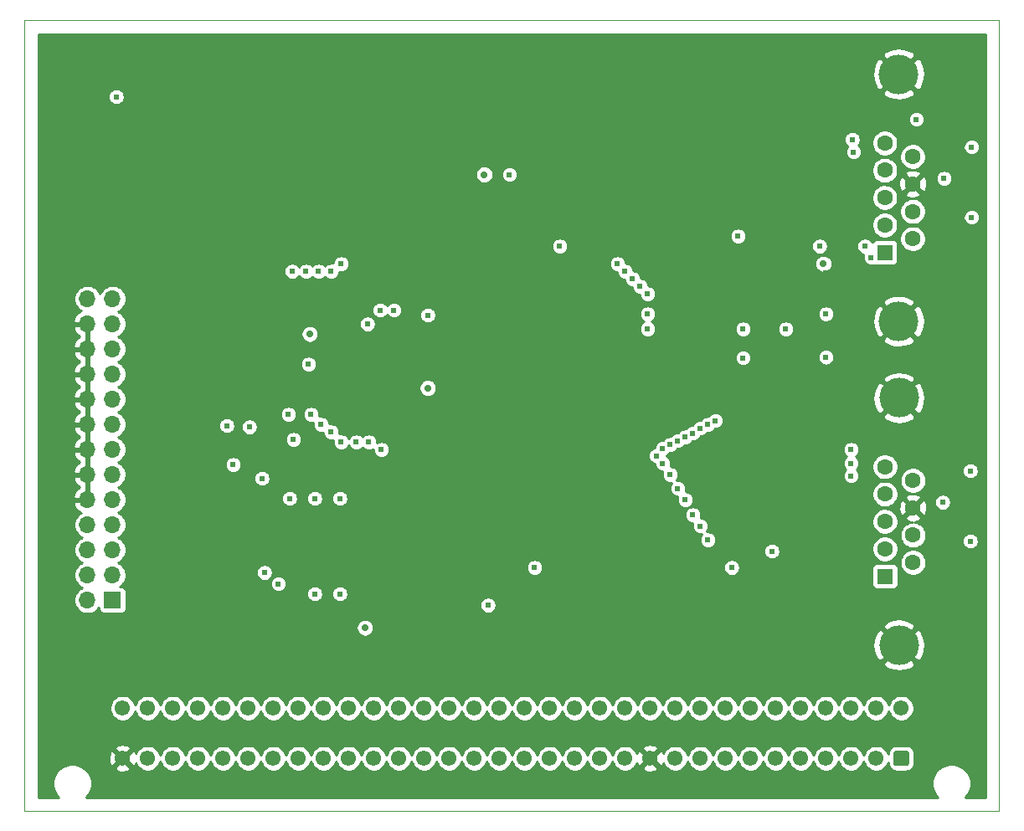
<source format=gbr>
G04 #@! TF.GenerationSoftware,KiCad,Pcbnew,5.1.5+dfsg1-2build2*
G04 #@! TF.CreationDate,2021-07-30T22:42:47+01:00*
G04 #@! TF.ProjectId,Printer+Sticks,5072696e-7465-4722-9b53-7469636b732e,rev?*
G04 #@! TF.SameCoordinates,Original*
G04 #@! TF.FileFunction,Copper,L3,Inr*
G04 #@! TF.FilePolarity,Positive*
%FSLAX46Y46*%
G04 Gerber Fmt 4.6, Leading zero omitted, Abs format (unit mm)*
G04 Created by KiCad (PCBNEW 5.1.5+dfsg1-2build2) date 2021-07-30 22:42:47*
%MOMM*%
%LPD*%
G04 APERTURE LIST*
%ADD10C,0.050000*%
%ADD11C,1.550000*%
%ADD12C,0.100000*%
%ADD13O,1.700000X1.700000*%
%ADD14R,1.700000X1.700000*%
%ADD15C,4.000000*%
%ADD16C,1.600000*%
%ADD17R,1.600000X1.600000*%
%ADD18C,0.609600*%
%ADD19C,0.711200*%
%ADD20C,0.254000*%
G04 APERTURE END LIST*
D10*
X155448000Y-109982000D02*
X155448000Y-189992000D01*
X56896000Y-109982000D02*
X155448000Y-109982000D01*
X56896000Y-189992000D02*
X56896000Y-109982000D01*
X155448000Y-189992000D02*
X56896000Y-189992000D01*
D11*
X66802000Y-179578000D03*
X69342000Y-179578000D03*
X71882000Y-179578000D03*
X74422000Y-179578000D03*
X76962000Y-179578000D03*
X79502000Y-179578000D03*
X82042000Y-179578000D03*
X84582000Y-179578000D03*
X87122000Y-179578000D03*
X89662000Y-179578000D03*
X92202000Y-179578000D03*
X94742000Y-179578000D03*
X97282000Y-179578000D03*
X99822000Y-179578000D03*
X102362000Y-179578000D03*
X104902000Y-179578000D03*
X107442000Y-179578000D03*
X109982000Y-179578000D03*
X112522000Y-179578000D03*
X115062000Y-179578000D03*
X117602000Y-179578000D03*
X120142000Y-179578000D03*
X122682000Y-179578000D03*
X125222000Y-179578000D03*
X127762000Y-179578000D03*
X130302000Y-179578000D03*
X132842000Y-179578000D03*
X135382000Y-179578000D03*
X137922000Y-179578000D03*
X140462000Y-179578000D03*
X143002000Y-179578000D03*
X145542000Y-179578000D03*
X66802000Y-184658000D03*
X69342000Y-184658000D03*
X71882000Y-184658000D03*
X74422000Y-184658000D03*
X76962000Y-184658000D03*
X79502000Y-184658000D03*
X82042000Y-184658000D03*
X84582000Y-184658000D03*
X87122000Y-184658000D03*
X89662000Y-184658000D03*
X92202000Y-184658000D03*
X94742000Y-184658000D03*
X97282000Y-184658000D03*
X99822000Y-184658000D03*
X102362000Y-184658000D03*
X104902000Y-184658000D03*
X107442000Y-184658000D03*
X109982000Y-184658000D03*
X112522000Y-184658000D03*
X115062000Y-184658000D03*
X117602000Y-184658000D03*
X120142000Y-184658000D03*
X122682000Y-184658000D03*
X125222000Y-184658000D03*
X127762000Y-184658000D03*
X130302000Y-184658000D03*
X132842000Y-184658000D03*
X135382000Y-184658000D03*
X137922000Y-184658000D03*
X140462000Y-184658000D03*
X143002000Y-184658000D03*
G04 #@! TA.AperFunction,ViaPad*
D12*
G36*
X146091505Y-183884204D02*
G01*
X146115773Y-183887804D01*
X146139572Y-183893765D01*
X146162671Y-183902030D01*
X146184850Y-183912520D01*
X146205893Y-183925132D01*
X146225599Y-183939747D01*
X146243777Y-183956223D01*
X146260253Y-183974401D01*
X146274868Y-183994107D01*
X146287480Y-184015150D01*
X146297970Y-184037329D01*
X146306235Y-184060428D01*
X146312196Y-184084227D01*
X146315796Y-184108495D01*
X146317000Y-184132999D01*
X146317000Y-185183001D01*
X146315796Y-185207505D01*
X146312196Y-185231773D01*
X146306235Y-185255572D01*
X146297970Y-185278671D01*
X146287480Y-185300850D01*
X146274868Y-185321893D01*
X146260253Y-185341599D01*
X146243777Y-185359777D01*
X146225599Y-185376253D01*
X146205893Y-185390868D01*
X146184850Y-185403480D01*
X146162671Y-185413970D01*
X146139572Y-185422235D01*
X146115773Y-185428196D01*
X146091505Y-185431796D01*
X146067001Y-185433000D01*
X145016999Y-185433000D01*
X144992495Y-185431796D01*
X144968227Y-185428196D01*
X144944428Y-185422235D01*
X144921329Y-185413970D01*
X144899150Y-185403480D01*
X144878107Y-185390868D01*
X144858401Y-185376253D01*
X144840223Y-185359777D01*
X144823747Y-185341599D01*
X144809132Y-185321893D01*
X144796520Y-185300850D01*
X144786030Y-185278671D01*
X144777765Y-185255572D01*
X144771804Y-185231773D01*
X144768204Y-185207505D01*
X144767000Y-185183001D01*
X144767000Y-184132999D01*
X144768204Y-184108495D01*
X144771804Y-184084227D01*
X144777765Y-184060428D01*
X144786030Y-184037329D01*
X144796520Y-184015150D01*
X144809132Y-183994107D01*
X144823747Y-183974401D01*
X144840223Y-183956223D01*
X144858401Y-183939747D01*
X144878107Y-183925132D01*
X144899150Y-183912520D01*
X144921329Y-183902030D01*
X144944428Y-183893765D01*
X144968227Y-183887804D01*
X144992495Y-183884204D01*
X145016999Y-183883000D01*
X146067001Y-183883000D01*
X146091505Y-183884204D01*
G37*
G04 #@! TD.AperFunction*
D13*
X63246000Y-138176000D03*
X65786000Y-138176000D03*
X63246000Y-140716000D03*
X65786000Y-140716000D03*
X63246000Y-143256000D03*
X65786000Y-143256000D03*
X63246000Y-145796000D03*
X65786000Y-145796000D03*
X63246000Y-148336000D03*
X65786000Y-148336000D03*
X63246000Y-150876000D03*
X65786000Y-150876000D03*
X63246000Y-153416000D03*
X65786000Y-153416000D03*
X63246000Y-155956000D03*
X65786000Y-155956000D03*
X63246000Y-158496000D03*
X65786000Y-158496000D03*
X63246000Y-161036000D03*
X65786000Y-161036000D03*
X63246000Y-163576000D03*
X65786000Y-163576000D03*
X63246000Y-166116000D03*
X65786000Y-166116000D03*
X63246000Y-168656000D03*
D14*
X65786000Y-168656000D03*
D15*
X145311000Y-148203000D03*
X145311000Y-173203000D03*
D16*
X146731000Y-156548000D03*
X146731000Y-159318000D03*
X146731000Y-162088000D03*
X146731000Y-164858000D03*
X143891000Y-155163000D03*
X143891000Y-157933000D03*
X143891000Y-160703000D03*
X143891000Y-163473000D03*
D17*
X143891000Y-166243000D03*
D15*
X145288000Y-115443000D03*
X145288000Y-140443000D03*
D16*
X146708000Y-123788000D03*
X146708000Y-126558000D03*
X146708000Y-129328000D03*
X146708000Y-132098000D03*
X143868000Y-122403000D03*
X143868000Y-125173000D03*
X143868000Y-127943000D03*
X143868000Y-130713000D03*
D17*
X143868000Y-133483000D03*
D18*
X152527000Y-155575000D03*
X152527000Y-162687000D03*
X152652000Y-129919000D03*
X152652000Y-122811000D03*
X66167000Y-117729000D03*
D19*
X137668000Y-134620000D03*
D18*
X133858000Y-141224000D03*
X129032000Y-131826000D03*
D19*
X97663000Y-147193000D03*
D18*
X77343000Y-151003000D03*
X137922000Y-144081500D03*
X132461000Y-163703000D03*
D19*
X91313000Y-171450000D03*
X103378000Y-125603000D03*
X85725000Y-141732000D03*
D18*
X129540000Y-144145000D03*
X105918000Y-125603000D03*
X77978000Y-154940000D03*
X83566000Y-149860000D03*
X103759000Y-169164000D03*
X79629000Y-151130000D03*
X126746000Y-150495000D03*
X88900000Y-134620000D03*
X116840000Y-134620000D03*
X86614000Y-135382000D03*
X118364000Y-136144000D03*
X119888000Y-137668000D03*
X83947000Y-135382000D03*
X91694000Y-152654000D03*
X121412000Y-153289000D03*
X121412000Y-154813000D03*
X88900000Y-152654000D03*
X122936000Y-152527000D03*
X122936000Y-157353000D03*
X86868000Y-150876000D03*
X124460000Y-160020000D03*
X124460000Y-151765000D03*
X84074000Y-152400000D03*
X125984000Y-162560000D03*
X125984000Y-150876000D03*
X141859000Y-132842000D03*
X149860000Y-125984000D03*
X142494000Y-133985000D03*
X149733000Y-158750000D03*
X94234000Y-139319000D03*
X97663000Y-139827000D03*
X92837000Y-139319000D03*
X80899000Y-156337000D03*
X83693000Y-158369000D03*
X86233000Y-158369000D03*
X88773000Y-158369000D03*
X81153000Y-165862000D03*
X82550000Y-167005000D03*
X86233000Y-168021000D03*
X88773000Y-168021000D03*
X147066000Y-120015000D03*
X140589000Y-122047000D03*
X140716000Y-123317000D03*
X140462000Y-153416000D03*
X140462000Y-154813000D03*
X140462000Y-156083000D03*
X137922000Y-139700000D03*
X119888000Y-139700000D03*
X129540000Y-141224000D03*
X119888000Y-141224000D03*
X92964000Y-153416000D03*
X120777000Y-154051000D03*
X122174000Y-152908000D03*
X90424000Y-152654000D03*
X122174000Y-155956000D03*
X87884000Y-151638000D03*
X123698000Y-158496000D03*
X123698000Y-152146000D03*
X85852000Y-149860000D03*
X125222000Y-161163000D03*
X125222000Y-151257000D03*
X87884000Y-135382000D03*
X117602000Y-135382000D03*
X85344000Y-135382000D03*
X119126000Y-136906000D03*
X137287000Y-132842000D03*
X110998000Y-132842000D03*
X128397000Y-165354000D03*
X108458000Y-165354000D03*
X91567000Y-140716000D03*
X135636000Y-153162000D03*
D19*
X112268000Y-129667000D03*
D18*
X66167000Y-114554000D03*
X134112000Y-144018000D03*
D19*
X133858000Y-136398000D03*
D18*
X137287000Y-118364000D03*
X137922000Y-135509000D03*
D19*
X79883000Y-160909000D03*
D18*
X91313000Y-161036000D03*
X90043000Y-168021000D03*
X129540000Y-135509000D03*
D19*
X79121000Y-148590000D03*
D18*
X85598000Y-144780000D03*
D20*
G36*
X154051000Y-188595000D02*
G01*
X151994596Y-188595000D01*
X152143189Y-188446407D01*
X152357512Y-188125650D01*
X152505140Y-187769244D01*
X152580400Y-187390886D01*
X152580400Y-187005114D01*
X152505140Y-186626756D01*
X152357512Y-186270350D01*
X152143189Y-185949593D01*
X151870407Y-185676811D01*
X151549650Y-185462488D01*
X151193244Y-185314860D01*
X150814886Y-185239600D01*
X150429114Y-185239600D01*
X150050756Y-185314860D01*
X149694350Y-185462488D01*
X149373593Y-185676811D01*
X149100811Y-185949593D01*
X148886488Y-186270350D01*
X148738860Y-186626756D01*
X148663600Y-187005114D01*
X148663600Y-187390886D01*
X148738860Y-187769244D01*
X148886488Y-188125650D01*
X149100811Y-188446407D01*
X149249404Y-188595000D01*
X63094596Y-188595000D01*
X63243189Y-188446407D01*
X63457512Y-188125650D01*
X63605140Y-187769244D01*
X63680400Y-187390886D01*
X63680400Y-187005114D01*
X63605140Y-186626756D01*
X63457512Y-186270350D01*
X63243189Y-185949593D01*
X62970407Y-185676811D01*
X62904614Y-185632849D01*
X66006756Y-185632849D01*
X66075310Y-185874268D01*
X66326556Y-185992668D01*
X66596071Y-186059778D01*
X66873502Y-186073018D01*
X67148184Y-186031879D01*
X67409562Y-185937943D01*
X67528690Y-185874268D01*
X67597244Y-185632849D01*
X66802000Y-184837605D01*
X66006756Y-185632849D01*
X62904614Y-185632849D01*
X62649650Y-185462488D01*
X62293244Y-185314860D01*
X61914886Y-185239600D01*
X61529114Y-185239600D01*
X61150756Y-185314860D01*
X60794350Y-185462488D01*
X60473593Y-185676811D01*
X60200811Y-185949593D01*
X59986488Y-186270350D01*
X59838860Y-186626756D01*
X59763600Y-187005114D01*
X59763600Y-187390886D01*
X59838860Y-187769244D01*
X59986488Y-188125650D01*
X60200811Y-188446407D01*
X60349404Y-188595000D01*
X58293000Y-188595000D01*
X58293000Y-184729502D01*
X65386982Y-184729502D01*
X65428121Y-185004184D01*
X65522057Y-185265562D01*
X65585732Y-185384690D01*
X65827151Y-185453244D01*
X66622395Y-184658000D01*
X66981605Y-184658000D01*
X67776849Y-185453244D01*
X68018268Y-185384690D01*
X68129252Y-185149181D01*
X68182511Y-185277760D01*
X68325699Y-185492057D01*
X68507943Y-185674301D01*
X68722240Y-185817489D01*
X68960354Y-185916119D01*
X69213134Y-185966400D01*
X69470866Y-185966400D01*
X69723646Y-185916119D01*
X69961760Y-185817489D01*
X70176057Y-185674301D01*
X70358301Y-185492057D01*
X70501489Y-185277760D01*
X70600119Y-185039646D01*
X70612000Y-184979916D01*
X70623881Y-185039646D01*
X70722511Y-185277760D01*
X70865699Y-185492057D01*
X71047943Y-185674301D01*
X71262240Y-185817489D01*
X71500354Y-185916119D01*
X71753134Y-185966400D01*
X72010866Y-185966400D01*
X72263646Y-185916119D01*
X72501760Y-185817489D01*
X72716057Y-185674301D01*
X72898301Y-185492057D01*
X73041489Y-185277760D01*
X73140119Y-185039646D01*
X73152000Y-184979916D01*
X73163881Y-185039646D01*
X73262511Y-185277760D01*
X73405699Y-185492057D01*
X73587943Y-185674301D01*
X73802240Y-185817489D01*
X74040354Y-185916119D01*
X74293134Y-185966400D01*
X74550866Y-185966400D01*
X74803646Y-185916119D01*
X75041760Y-185817489D01*
X75256057Y-185674301D01*
X75438301Y-185492057D01*
X75581489Y-185277760D01*
X75680119Y-185039646D01*
X75692000Y-184979916D01*
X75703881Y-185039646D01*
X75802511Y-185277760D01*
X75945699Y-185492057D01*
X76127943Y-185674301D01*
X76342240Y-185817489D01*
X76580354Y-185916119D01*
X76833134Y-185966400D01*
X77090866Y-185966400D01*
X77343646Y-185916119D01*
X77581760Y-185817489D01*
X77796057Y-185674301D01*
X77978301Y-185492057D01*
X78121489Y-185277760D01*
X78220119Y-185039646D01*
X78232000Y-184979916D01*
X78243881Y-185039646D01*
X78342511Y-185277760D01*
X78485699Y-185492057D01*
X78667943Y-185674301D01*
X78882240Y-185817489D01*
X79120354Y-185916119D01*
X79373134Y-185966400D01*
X79630866Y-185966400D01*
X79883646Y-185916119D01*
X80121760Y-185817489D01*
X80336057Y-185674301D01*
X80518301Y-185492057D01*
X80661489Y-185277760D01*
X80760119Y-185039646D01*
X80772000Y-184979916D01*
X80783881Y-185039646D01*
X80882511Y-185277760D01*
X81025699Y-185492057D01*
X81207943Y-185674301D01*
X81422240Y-185817489D01*
X81660354Y-185916119D01*
X81913134Y-185966400D01*
X82170866Y-185966400D01*
X82423646Y-185916119D01*
X82661760Y-185817489D01*
X82876057Y-185674301D01*
X83058301Y-185492057D01*
X83201489Y-185277760D01*
X83300119Y-185039646D01*
X83312000Y-184979916D01*
X83323881Y-185039646D01*
X83422511Y-185277760D01*
X83565699Y-185492057D01*
X83747943Y-185674301D01*
X83962240Y-185817489D01*
X84200354Y-185916119D01*
X84453134Y-185966400D01*
X84710866Y-185966400D01*
X84963646Y-185916119D01*
X85201760Y-185817489D01*
X85416057Y-185674301D01*
X85598301Y-185492057D01*
X85741489Y-185277760D01*
X85840119Y-185039646D01*
X85852000Y-184979916D01*
X85863881Y-185039646D01*
X85962511Y-185277760D01*
X86105699Y-185492057D01*
X86287943Y-185674301D01*
X86502240Y-185817489D01*
X86740354Y-185916119D01*
X86993134Y-185966400D01*
X87250866Y-185966400D01*
X87503646Y-185916119D01*
X87741760Y-185817489D01*
X87956057Y-185674301D01*
X88138301Y-185492057D01*
X88281489Y-185277760D01*
X88380119Y-185039646D01*
X88392000Y-184979916D01*
X88403881Y-185039646D01*
X88502511Y-185277760D01*
X88645699Y-185492057D01*
X88827943Y-185674301D01*
X89042240Y-185817489D01*
X89280354Y-185916119D01*
X89533134Y-185966400D01*
X89790866Y-185966400D01*
X90043646Y-185916119D01*
X90281760Y-185817489D01*
X90496057Y-185674301D01*
X90678301Y-185492057D01*
X90821489Y-185277760D01*
X90920119Y-185039646D01*
X90932000Y-184979916D01*
X90943881Y-185039646D01*
X91042511Y-185277760D01*
X91185699Y-185492057D01*
X91367943Y-185674301D01*
X91582240Y-185817489D01*
X91820354Y-185916119D01*
X92073134Y-185966400D01*
X92330866Y-185966400D01*
X92583646Y-185916119D01*
X92821760Y-185817489D01*
X93036057Y-185674301D01*
X93218301Y-185492057D01*
X93361489Y-185277760D01*
X93460119Y-185039646D01*
X93472000Y-184979916D01*
X93483881Y-185039646D01*
X93582511Y-185277760D01*
X93725699Y-185492057D01*
X93907943Y-185674301D01*
X94122240Y-185817489D01*
X94360354Y-185916119D01*
X94613134Y-185966400D01*
X94870866Y-185966400D01*
X95123646Y-185916119D01*
X95361760Y-185817489D01*
X95576057Y-185674301D01*
X95758301Y-185492057D01*
X95901489Y-185277760D01*
X96000119Y-185039646D01*
X96012000Y-184979916D01*
X96023881Y-185039646D01*
X96122511Y-185277760D01*
X96265699Y-185492057D01*
X96447943Y-185674301D01*
X96662240Y-185817489D01*
X96900354Y-185916119D01*
X97153134Y-185966400D01*
X97410866Y-185966400D01*
X97663646Y-185916119D01*
X97901760Y-185817489D01*
X98116057Y-185674301D01*
X98298301Y-185492057D01*
X98441489Y-185277760D01*
X98540119Y-185039646D01*
X98552000Y-184979916D01*
X98563881Y-185039646D01*
X98662511Y-185277760D01*
X98805699Y-185492057D01*
X98987943Y-185674301D01*
X99202240Y-185817489D01*
X99440354Y-185916119D01*
X99693134Y-185966400D01*
X99950866Y-185966400D01*
X100203646Y-185916119D01*
X100441760Y-185817489D01*
X100656057Y-185674301D01*
X100838301Y-185492057D01*
X100981489Y-185277760D01*
X101080119Y-185039646D01*
X101092000Y-184979916D01*
X101103881Y-185039646D01*
X101202511Y-185277760D01*
X101345699Y-185492057D01*
X101527943Y-185674301D01*
X101742240Y-185817489D01*
X101980354Y-185916119D01*
X102233134Y-185966400D01*
X102490866Y-185966400D01*
X102743646Y-185916119D01*
X102981760Y-185817489D01*
X103196057Y-185674301D01*
X103378301Y-185492057D01*
X103521489Y-185277760D01*
X103620119Y-185039646D01*
X103632000Y-184979916D01*
X103643881Y-185039646D01*
X103742511Y-185277760D01*
X103885699Y-185492057D01*
X104067943Y-185674301D01*
X104282240Y-185817489D01*
X104520354Y-185916119D01*
X104773134Y-185966400D01*
X105030866Y-185966400D01*
X105283646Y-185916119D01*
X105521760Y-185817489D01*
X105736057Y-185674301D01*
X105918301Y-185492057D01*
X106061489Y-185277760D01*
X106160119Y-185039646D01*
X106172000Y-184979916D01*
X106183881Y-185039646D01*
X106282511Y-185277760D01*
X106425699Y-185492057D01*
X106607943Y-185674301D01*
X106822240Y-185817489D01*
X107060354Y-185916119D01*
X107313134Y-185966400D01*
X107570866Y-185966400D01*
X107823646Y-185916119D01*
X108061760Y-185817489D01*
X108276057Y-185674301D01*
X108458301Y-185492057D01*
X108601489Y-185277760D01*
X108700119Y-185039646D01*
X108712000Y-184979916D01*
X108723881Y-185039646D01*
X108822511Y-185277760D01*
X108965699Y-185492057D01*
X109147943Y-185674301D01*
X109362240Y-185817489D01*
X109600354Y-185916119D01*
X109853134Y-185966400D01*
X110110866Y-185966400D01*
X110363646Y-185916119D01*
X110601760Y-185817489D01*
X110816057Y-185674301D01*
X110998301Y-185492057D01*
X111141489Y-185277760D01*
X111240119Y-185039646D01*
X111252000Y-184979916D01*
X111263881Y-185039646D01*
X111362511Y-185277760D01*
X111505699Y-185492057D01*
X111687943Y-185674301D01*
X111902240Y-185817489D01*
X112140354Y-185916119D01*
X112393134Y-185966400D01*
X112650866Y-185966400D01*
X112903646Y-185916119D01*
X113141760Y-185817489D01*
X113356057Y-185674301D01*
X113538301Y-185492057D01*
X113681489Y-185277760D01*
X113780119Y-185039646D01*
X113792000Y-184979916D01*
X113803881Y-185039646D01*
X113902511Y-185277760D01*
X114045699Y-185492057D01*
X114227943Y-185674301D01*
X114442240Y-185817489D01*
X114680354Y-185916119D01*
X114933134Y-185966400D01*
X115190866Y-185966400D01*
X115443646Y-185916119D01*
X115681760Y-185817489D01*
X115896057Y-185674301D01*
X116078301Y-185492057D01*
X116221489Y-185277760D01*
X116320119Y-185039646D01*
X116332000Y-184979916D01*
X116343881Y-185039646D01*
X116442511Y-185277760D01*
X116585699Y-185492057D01*
X116767943Y-185674301D01*
X116982240Y-185817489D01*
X117220354Y-185916119D01*
X117473134Y-185966400D01*
X117730866Y-185966400D01*
X117983646Y-185916119D01*
X118221760Y-185817489D01*
X118436057Y-185674301D01*
X118477509Y-185632849D01*
X119346756Y-185632849D01*
X119415310Y-185874268D01*
X119666556Y-185992668D01*
X119936071Y-186059778D01*
X120213502Y-186073018D01*
X120488184Y-186031879D01*
X120749562Y-185937943D01*
X120868690Y-185874268D01*
X120937244Y-185632849D01*
X120142000Y-184837605D01*
X119346756Y-185632849D01*
X118477509Y-185632849D01*
X118618301Y-185492057D01*
X118761489Y-185277760D01*
X118817684Y-185142093D01*
X118862057Y-185265562D01*
X118925732Y-185384690D01*
X119167151Y-185453244D01*
X119962395Y-184658000D01*
X120321605Y-184658000D01*
X121116849Y-185453244D01*
X121358268Y-185384690D01*
X121469252Y-185149181D01*
X121522511Y-185277760D01*
X121665699Y-185492057D01*
X121847943Y-185674301D01*
X122062240Y-185817489D01*
X122300354Y-185916119D01*
X122553134Y-185966400D01*
X122810866Y-185966400D01*
X123063646Y-185916119D01*
X123301760Y-185817489D01*
X123516057Y-185674301D01*
X123698301Y-185492057D01*
X123841489Y-185277760D01*
X123940119Y-185039646D01*
X123952000Y-184979916D01*
X123963881Y-185039646D01*
X124062511Y-185277760D01*
X124205699Y-185492057D01*
X124387943Y-185674301D01*
X124602240Y-185817489D01*
X124840354Y-185916119D01*
X125093134Y-185966400D01*
X125350866Y-185966400D01*
X125603646Y-185916119D01*
X125841760Y-185817489D01*
X126056057Y-185674301D01*
X126238301Y-185492057D01*
X126381489Y-185277760D01*
X126480119Y-185039646D01*
X126492000Y-184979916D01*
X126503881Y-185039646D01*
X126602511Y-185277760D01*
X126745699Y-185492057D01*
X126927943Y-185674301D01*
X127142240Y-185817489D01*
X127380354Y-185916119D01*
X127633134Y-185966400D01*
X127890866Y-185966400D01*
X128143646Y-185916119D01*
X128381760Y-185817489D01*
X128596057Y-185674301D01*
X128778301Y-185492057D01*
X128921489Y-185277760D01*
X129020119Y-185039646D01*
X129032000Y-184979916D01*
X129043881Y-185039646D01*
X129142511Y-185277760D01*
X129285699Y-185492057D01*
X129467943Y-185674301D01*
X129682240Y-185817489D01*
X129920354Y-185916119D01*
X130173134Y-185966400D01*
X130430866Y-185966400D01*
X130683646Y-185916119D01*
X130921760Y-185817489D01*
X131136057Y-185674301D01*
X131318301Y-185492057D01*
X131461489Y-185277760D01*
X131560119Y-185039646D01*
X131572000Y-184979916D01*
X131583881Y-185039646D01*
X131682511Y-185277760D01*
X131825699Y-185492057D01*
X132007943Y-185674301D01*
X132222240Y-185817489D01*
X132460354Y-185916119D01*
X132713134Y-185966400D01*
X132970866Y-185966400D01*
X133223646Y-185916119D01*
X133461760Y-185817489D01*
X133676057Y-185674301D01*
X133858301Y-185492057D01*
X134001489Y-185277760D01*
X134100119Y-185039646D01*
X134112000Y-184979916D01*
X134123881Y-185039646D01*
X134222511Y-185277760D01*
X134365699Y-185492057D01*
X134547943Y-185674301D01*
X134762240Y-185817489D01*
X135000354Y-185916119D01*
X135253134Y-185966400D01*
X135510866Y-185966400D01*
X135763646Y-185916119D01*
X136001760Y-185817489D01*
X136216057Y-185674301D01*
X136398301Y-185492057D01*
X136541489Y-185277760D01*
X136640119Y-185039646D01*
X136652000Y-184979916D01*
X136663881Y-185039646D01*
X136762511Y-185277760D01*
X136905699Y-185492057D01*
X137087943Y-185674301D01*
X137302240Y-185817489D01*
X137540354Y-185916119D01*
X137793134Y-185966400D01*
X138050866Y-185966400D01*
X138303646Y-185916119D01*
X138541760Y-185817489D01*
X138756057Y-185674301D01*
X138938301Y-185492057D01*
X139081489Y-185277760D01*
X139180119Y-185039646D01*
X139192000Y-184979916D01*
X139203881Y-185039646D01*
X139302511Y-185277760D01*
X139445699Y-185492057D01*
X139627943Y-185674301D01*
X139842240Y-185817489D01*
X140080354Y-185916119D01*
X140333134Y-185966400D01*
X140590866Y-185966400D01*
X140843646Y-185916119D01*
X141081760Y-185817489D01*
X141296057Y-185674301D01*
X141478301Y-185492057D01*
X141621489Y-185277760D01*
X141720119Y-185039646D01*
X141732000Y-184979916D01*
X141743881Y-185039646D01*
X141842511Y-185277760D01*
X141985699Y-185492057D01*
X142167943Y-185674301D01*
X142382240Y-185817489D01*
X142620354Y-185916119D01*
X142873134Y-185966400D01*
X143130866Y-185966400D01*
X143383646Y-185916119D01*
X143621760Y-185817489D01*
X143836057Y-185674301D01*
X144018301Y-185492057D01*
X144161489Y-185277760D01*
X144231020Y-185109897D01*
X144231020Y-185183001D01*
X144246122Y-185336338D01*
X144290849Y-185483782D01*
X144363481Y-185619668D01*
X144461228Y-185738772D01*
X144580332Y-185836519D01*
X144716218Y-185909151D01*
X144863662Y-185953878D01*
X145016999Y-185968980D01*
X146067001Y-185968980D01*
X146220338Y-185953878D01*
X146367782Y-185909151D01*
X146503668Y-185836519D01*
X146622772Y-185738772D01*
X146720519Y-185619668D01*
X146793151Y-185483782D01*
X146837878Y-185336338D01*
X146852980Y-185183001D01*
X146852980Y-184132999D01*
X146837878Y-183979662D01*
X146793151Y-183832218D01*
X146720519Y-183696332D01*
X146622772Y-183577228D01*
X146503668Y-183479481D01*
X146367782Y-183406849D01*
X146220338Y-183362122D01*
X146067001Y-183347020D01*
X145016999Y-183347020D01*
X144863662Y-183362122D01*
X144716218Y-183406849D01*
X144580332Y-183479481D01*
X144461228Y-183577228D01*
X144363481Y-183696332D01*
X144290849Y-183832218D01*
X144246122Y-183979662D01*
X144231020Y-184132999D01*
X144231020Y-184206103D01*
X144161489Y-184038240D01*
X144018301Y-183823943D01*
X143836057Y-183641699D01*
X143621760Y-183498511D01*
X143383646Y-183399881D01*
X143130866Y-183349600D01*
X142873134Y-183349600D01*
X142620354Y-183399881D01*
X142382240Y-183498511D01*
X142167943Y-183641699D01*
X141985699Y-183823943D01*
X141842511Y-184038240D01*
X141743881Y-184276354D01*
X141732000Y-184336084D01*
X141720119Y-184276354D01*
X141621489Y-184038240D01*
X141478301Y-183823943D01*
X141296057Y-183641699D01*
X141081760Y-183498511D01*
X140843646Y-183399881D01*
X140590866Y-183349600D01*
X140333134Y-183349600D01*
X140080354Y-183399881D01*
X139842240Y-183498511D01*
X139627943Y-183641699D01*
X139445699Y-183823943D01*
X139302511Y-184038240D01*
X139203881Y-184276354D01*
X139192000Y-184336084D01*
X139180119Y-184276354D01*
X139081489Y-184038240D01*
X138938301Y-183823943D01*
X138756057Y-183641699D01*
X138541760Y-183498511D01*
X138303646Y-183399881D01*
X138050866Y-183349600D01*
X137793134Y-183349600D01*
X137540354Y-183399881D01*
X137302240Y-183498511D01*
X137087943Y-183641699D01*
X136905699Y-183823943D01*
X136762511Y-184038240D01*
X136663881Y-184276354D01*
X136652000Y-184336084D01*
X136640119Y-184276354D01*
X136541489Y-184038240D01*
X136398301Y-183823943D01*
X136216057Y-183641699D01*
X136001760Y-183498511D01*
X135763646Y-183399881D01*
X135510866Y-183349600D01*
X135253134Y-183349600D01*
X135000354Y-183399881D01*
X134762240Y-183498511D01*
X134547943Y-183641699D01*
X134365699Y-183823943D01*
X134222511Y-184038240D01*
X134123881Y-184276354D01*
X134112000Y-184336084D01*
X134100119Y-184276354D01*
X134001489Y-184038240D01*
X133858301Y-183823943D01*
X133676057Y-183641699D01*
X133461760Y-183498511D01*
X133223646Y-183399881D01*
X132970866Y-183349600D01*
X132713134Y-183349600D01*
X132460354Y-183399881D01*
X132222240Y-183498511D01*
X132007943Y-183641699D01*
X131825699Y-183823943D01*
X131682511Y-184038240D01*
X131583881Y-184276354D01*
X131572000Y-184336084D01*
X131560119Y-184276354D01*
X131461489Y-184038240D01*
X131318301Y-183823943D01*
X131136057Y-183641699D01*
X130921760Y-183498511D01*
X130683646Y-183399881D01*
X130430866Y-183349600D01*
X130173134Y-183349600D01*
X129920354Y-183399881D01*
X129682240Y-183498511D01*
X129467943Y-183641699D01*
X129285699Y-183823943D01*
X129142511Y-184038240D01*
X129043881Y-184276354D01*
X129032000Y-184336084D01*
X129020119Y-184276354D01*
X128921489Y-184038240D01*
X128778301Y-183823943D01*
X128596057Y-183641699D01*
X128381760Y-183498511D01*
X128143646Y-183399881D01*
X127890866Y-183349600D01*
X127633134Y-183349600D01*
X127380354Y-183399881D01*
X127142240Y-183498511D01*
X126927943Y-183641699D01*
X126745699Y-183823943D01*
X126602511Y-184038240D01*
X126503881Y-184276354D01*
X126492000Y-184336084D01*
X126480119Y-184276354D01*
X126381489Y-184038240D01*
X126238301Y-183823943D01*
X126056057Y-183641699D01*
X125841760Y-183498511D01*
X125603646Y-183399881D01*
X125350866Y-183349600D01*
X125093134Y-183349600D01*
X124840354Y-183399881D01*
X124602240Y-183498511D01*
X124387943Y-183641699D01*
X124205699Y-183823943D01*
X124062511Y-184038240D01*
X123963881Y-184276354D01*
X123952000Y-184336084D01*
X123940119Y-184276354D01*
X123841489Y-184038240D01*
X123698301Y-183823943D01*
X123516057Y-183641699D01*
X123301760Y-183498511D01*
X123063646Y-183399881D01*
X122810866Y-183349600D01*
X122553134Y-183349600D01*
X122300354Y-183399881D01*
X122062240Y-183498511D01*
X121847943Y-183641699D01*
X121665699Y-183823943D01*
X121522511Y-184038240D01*
X121466316Y-184173907D01*
X121421943Y-184050438D01*
X121358268Y-183931310D01*
X121116849Y-183862756D01*
X120321605Y-184658000D01*
X119962395Y-184658000D01*
X119167151Y-183862756D01*
X118925732Y-183931310D01*
X118814748Y-184166819D01*
X118761489Y-184038240D01*
X118618301Y-183823943D01*
X118477509Y-183683151D01*
X119346756Y-183683151D01*
X120142000Y-184478395D01*
X120937244Y-183683151D01*
X120868690Y-183441732D01*
X120617444Y-183323332D01*
X120347929Y-183256222D01*
X120070498Y-183242982D01*
X119795816Y-183284121D01*
X119534438Y-183378057D01*
X119415310Y-183441732D01*
X119346756Y-183683151D01*
X118477509Y-183683151D01*
X118436057Y-183641699D01*
X118221760Y-183498511D01*
X117983646Y-183399881D01*
X117730866Y-183349600D01*
X117473134Y-183349600D01*
X117220354Y-183399881D01*
X116982240Y-183498511D01*
X116767943Y-183641699D01*
X116585699Y-183823943D01*
X116442511Y-184038240D01*
X116343881Y-184276354D01*
X116332000Y-184336084D01*
X116320119Y-184276354D01*
X116221489Y-184038240D01*
X116078301Y-183823943D01*
X115896057Y-183641699D01*
X115681760Y-183498511D01*
X115443646Y-183399881D01*
X115190866Y-183349600D01*
X114933134Y-183349600D01*
X114680354Y-183399881D01*
X114442240Y-183498511D01*
X114227943Y-183641699D01*
X114045699Y-183823943D01*
X113902511Y-184038240D01*
X113803881Y-184276354D01*
X113792000Y-184336084D01*
X113780119Y-184276354D01*
X113681489Y-184038240D01*
X113538301Y-183823943D01*
X113356057Y-183641699D01*
X113141760Y-183498511D01*
X112903646Y-183399881D01*
X112650866Y-183349600D01*
X112393134Y-183349600D01*
X112140354Y-183399881D01*
X111902240Y-183498511D01*
X111687943Y-183641699D01*
X111505699Y-183823943D01*
X111362511Y-184038240D01*
X111263881Y-184276354D01*
X111252000Y-184336084D01*
X111240119Y-184276354D01*
X111141489Y-184038240D01*
X110998301Y-183823943D01*
X110816057Y-183641699D01*
X110601760Y-183498511D01*
X110363646Y-183399881D01*
X110110866Y-183349600D01*
X109853134Y-183349600D01*
X109600354Y-183399881D01*
X109362240Y-183498511D01*
X109147943Y-183641699D01*
X108965699Y-183823943D01*
X108822511Y-184038240D01*
X108723881Y-184276354D01*
X108712000Y-184336084D01*
X108700119Y-184276354D01*
X108601489Y-184038240D01*
X108458301Y-183823943D01*
X108276057Y-183641699D01*
X108061760Y-183498511D01*
X107823646Y-183399881D01*
X107570866Y-183349600D01*
X107313134Y-183349600D01*
X107060354Y-183399881D01*
X106822240Y-183498511D01*
X106607943Y-183641699D01*
X106425699Y-183823943D01*
X106282511Y-184038240D01*
X106183881Y-184276354D01*
X106172000Y-184336084D01*
X106160119Y-184276354D01*
X106061489Y-184038240D01*
X105918301Y-183823943D01*
X105736057Y-183641699D01*
X105521760Y-183498511D01*
X105283646Y-183399881D01*
X105030866Y-183349600D01*
X104773134Y-183349600D01*
X104520354Y-183399881D01*
X104282240Y-183498511D01*
X104067943Y-183641699D01*
X103885699Y-183823943D01*
X103742511Y-184038240D01*
X103643881Y-184276354D01*
X103632000Y-184336084D01*
X103620119Y-184276354D01*
X103521489Y-184038240D01*
X103378301Y-183823943D01*
X103196057Y-183641699D01*
X102981760Y-183498511D01*
X102743646Y-183399881D01*
X102490866Y-183349600D01*
X102233134Y-183349600D01*
X101980354Y-183399881D01*
X101742240Y-183498511D01*
X101527943Y-183641699D01*
X101345699Y-183823943D01*
X101202511Y-184038240D01*
X101103881Y-184276354D01*
X101092000Y-184336084D01*
X101080119Y-184276354D01*
X100981489Y-184038240D01*
X100838301Y-183823943D01*
X100656057Y-183641699D01*
X100441760Y-183498511D01*
X100203646Y-183399881D01*
X99950866Y-183349600D01*
X99693134Y-183349600D01*
X99440354Y-183399881D01*
X99202240Y-183498511D01*
X98987943Y-183641699D01*
X98805699Y-183823943D01*
X98662511Y-184038240D01*
X98563881Y-184276354D01*
X98552000Y-184336084D01*
X98540119Y-184276354D01*
X98441489Y-184038240D01*
X98298301Y-183823943D01*
X98116057Y-183641699D01*
X97901760Y-183498511D01*
X97663646Y-183399881D01*
X97410866Y-183349600D01*
X97153134Y-183349600D01*
X96900354Y-183399881D01*
X96662240Y-183498511D01*
X96447943Y-183641699D01*
X96265699Y-183823943D01*
X96122511Y-184038240D01*
X96023881Y-184276354D01*
X96012000Y-184336084D01*
X96000119Y-184276354D01*
X95901489Y-184038240D01*
X95758301Y-183823943D01*
X95576057Y-183641699D01*
X95361760Y-183498511D01*
X95123646Y-183399881D01*
X94870866Y-183349600D01*
X94613134Y-183349600D01*
X94360354Y-183399881D01*
X94122240Y-183498511D01*
X93907943Y-183641699D01*
X93725699Y-183823943D01*
X93582511Y-184038240D01*
X93483881Y-184276354D01*
X93472000Y-184336084D01*
X93460119Y-184276354D01*
X93361489Y-184038240D01*
X93218301Y-183823943D01*
X93036057Y-183641699D01*
X92821760Y-183498511D01*
X92583646Y-183399881D01*
X92330866Y-183349600D01*
X92073134Y-183349600D01*
X91820354Y-183399881D01*
X91582240Y-183498511D01*
X91367943Y-183641699D01*
X91185699Y-183823943D01*
X91042511Y-184038240D01*
X90943881Y-184276354D01*
X90932000Y-184336084D01*
X90920119Y-184276354D01*
X90821489Y-184038240D01*
X90678301Y-183823943D01*
X90496057Y-183641699D01*
X90281760Y-183498511D01*
X90043646Y-183399881D01*
X89790866Y-183349600D01*
X89533134Y-183349600D01*
X89280354Y-183399881D01*
X89042240Y-183498511D01*
X88827943Y-183641699D01*
X88645699Y-183823943D01*
X88502511Y-184038240D01*
X88403881Y-184276354D01*
X88392000Y-184336084D01*
X88380119Y-184276354D01*
X88281489Y-184038240D01*
X88138301Y-183823943D01*
X87956057Y-183641699D01*
X87741760Y-183498511D01*
X87503646Y-183399881D01*
X87250866Y-183349600D01*
X86993134Y-183349600D01*
X86740354Y-183399881D01*
X86502240Y-183498511D01*
X86287943Y-183641699D01*
X86105699Y-183823943D01*
X85962511Y-184038240D01*
X85863881Y-184276354D01*
X85852000Y-184336084D01*
X85840119Y-184276354D01*
X85741489Y-184038240D01*
X85598301Y-183823943D01*
X85416057Y-183641699D01*
X85201760Y-183498511D01*
X84963646Y-183399881D01*
X84710866Y-183349600D01*
X84453134Y-183349600D01*
X84200354Y-183399881D01*
X83962240Y-183498511D01*
X83747943Y-183641699D01*
X83565699Y-183823943D01*
X83422511Y-184038240D01*
X83323881Y-184276354D01*
X83312000Y-184336084D01*
X83300119Y-184276354D01*
X83201489Y-184038240D01*
X83058301Y-183823943D01*
X82876057Y-183641699D01*
X82661760Y-183498511D01*
X82423646Y-183399881D01*
X82170866Y-183349600D01*
X81913134Y-183349600D01*
X81660354Y-183399881D01*
X81422240Y-183498511D01*
X81207943Y-183641699D01*
X81025699Y-183823943D01*
X80882511Y-184038240D01*
X80783881Y-184276354D01*
X80772000Y-184336084D01*
X80760119Y-184276354D01*
X80661489Y-184038240D01*
X80518301Y-183823943D01*
X80336057Y-183641699D01*
X80121760Y-183498511D01*
X79883646Y-183399881D01*
X79630866Y-183349600D01*
X79373134Y-183349600D01*
X79120354Y-183399881D01*
X78882240Y-183498511D01*
X78667943Y-183641699D01*
X78485699Y-183823943D01*
X78342511Y-184038240D01*
X78243881Y-184276354D01*
X78232000Y-184336084D01*
X78220119Y-184276354D01*
X78121489Y-184038240D01*
X77978301Y-183823943D01*
X77796057Y-183641699D01*
X77581760Y-183498511D01*
X77343646Y-183399881D01*
X77090866Y-183349600D01*
X76833134Y-183349600D01*
X76580354Y-183399881D01*
X76342240Y-183498511D01*
X76127943Y-183641699D01*
X75945699Y-183823943D01*
X75802511Y-184038240D01*
X75703881Y-184276354D01*
X75692000Y-184336084D01*
X75680119Y-184276354D01*
X75581489Y-184038240D01*
X75438301Y-183823943D01*
X75256057Y-183641699D01*
X75041760Y-183498511D01*
X74803646Y-183399881D01*
X74550866Y-183349600D01*
X74293134Y-183349600D01*
X74040354Y-183399881D01*
X73802240Y-183498511D01*
X73587943Y-183641699D01*
X73405699Y-183823943D01*
X73262511Y-184038240D01*
X73163881Y-184276354D01*
X73152000Y-184336084D01*
X73140119Y-184276354D01*
X73041489Y-184038240D01*
X72898301Y-183823943D01*
X72716057Y-183641699D01*
X72501760Y-183498511D01*
X72263646Y-183399881D01*
X72010866Y-183349600D01*
X71753134Y-183349600D01*
X71500354Y-183399881D01*
X71262240Y-183498511D01*
X71047943Y-183641699D01*
X70865699Y-183823943D01*
X70722511Y-184038240D01*
X70623881Y-184276354D01*
X70612000Y-184336084D01*
X70600119Y-184276354D01*
X70501489Y-184038240D01*
X70358301Y-183823943D01*
X70176057Y-183641699D01*
X69961760Y-183498511D01*
X69723646Y-183399881D01*
X69470866Y-183349600D01*
X69213134Y-183349600D01*
X68960354Y-183399881D01*
X68722240Y-183498511D01*
X68507943Y-183641699D01*
X68325699Y-183823943D01*
X68182511Y-184038240D01*
X68126316Y-184173907D01*
X68081943Y-184050438D01*
X68018268Y-183931310D01*
X67776849Y-183862756D01*
X66981605Y-184658000D01*
X66622395Y-184658000D01*
X65827151Y-183862756D01*
X65585732Y-183931310D01*
X65467332Y-184182556D01*
X65400222Y-184452071D01*
X65386982Y-184729502D01*
X58293000Y-184729502D01*
X58293000Y-183683151D01*
X66006756Y-183683151D01*
X66802000Y-184478395D01*
X67597244Y-183683151D01*
X67528690Y-183441732D01*
X67277444Y-183323332D01*
X67007929Y-183256222D01*
X66730498Y-183242982D01*
X66455816Y-183284121D01*
X66194438Y-183378057D01*
X66075310Y-183441732D01*
X66006756Y-183683151D01*
X58293000Y-183683151D01*
X58293000Y-179449134D01*
X65493600Y-179449134D01*
X65493600Y-179706866D01*
X65543881Y-179959646D01*
X65642511Y-180197760D01*
X65785699Y-180412057D01*
X65967943Y-180594301D01*
X66182240Y-180737489D01*
X66420354Y-180836119D01*
X66673134Y-180886400D01*
X66930866Y-180886400D01*
X67183646Y-180836119D01*
X67421760Y-180737489D01*
X67636057Y-180594301D01*
X67818301Y-180412057D01*
X67961489Y-180197760D01*
X68060119Y-179959646D01*
X68072000Y-179899916D01*
X68083881Y-179959646D01*
X68182511Y-180197760D01*
X68325699Y-180412057D01*
X68507943Y-180594301D01*
X68722240Y-180737489D01*
X68960354Y-180836119D01*
X69213134Y-180886400D01*
X69470866Y-180886400D01*
X69723646Y-180836119D01*
X69961760Y-180737489D01*
X70176057Y-180594301D01*
X70358301Y-180412057D01*
X70501489Y-180197760D01*
X70600119Y-179959646D01*
X70612000Y-179899916D01*
X70623881Y-179959646D01*
X70722511Y-180197760D01*
X70865699Y-180412057D01*
X71047943Y-180594301D01*
X71262240Y-180737489D01*
X71500354Y-180836119D01*
X71753134Y-180886400D01*
X72010866Y-180886400D01*
X72263646Y-180836119D01*
X72501760Y-180737489D01*
X72716057Y-180594301D01*
X72898301Y-180412057D01*
X73041489Y-180197760D01*
X73140119Y-179959646D01*
X73152000Y-179899916D01*
X73163881Y-179959646D01*
X73262511Y-180197760D01*
X73405699Y-180412057D01*
X73587943Y-180594301D01*
X73802240Y-180737489D01*
X74040354Y-180836119D01*
X74293134Y-180886400D01*
X74550866Y-180886400D01*
X74803646Y-180836119D01*
X75041760Y-180737489D01*
X75256057Y-180594301D01*
X75438301Y-180412057D01*
X75581489Y-180197760D01*
X75680119Y-179959646D01*
X75692000Y-179899916D01*
X75703881Y-179959646D01*
X75802511Y-180197760D01*
X75945699Y-180412057D01*
X76127943Y-180594301D01*
X76342240Y-180737489D01*
X76580354Y-180836119D01*
X76833134Y-180886400D01*
X77090866Y-180886400D01*
X77343646Y-180836119D01*
X77581760Y-180737489D01*
X77796057Y-180594301D01*
X77978301Y-180412057D01*
X78121489Y-180197760D01*
X78220119Y-179959646D01*
X78232000Y-179899916D01*
X78243881Y-179959646D01*
X78342511Y-180197760D01*
X78485699Y-180412057D01*
X78667943Y-180594301D01*
X78882240Y-180737489D01*
X79120354Y-180836119D01*
X79373134Y-180886400D01*
X79630866Y-180886400D01*
X79883646Y-180836119D01*
X80121760Y-180737489D01*
X80336057Y-180594301D01*
X80518301Y-180412057D01*
X80661489Y-180197760D01*
X80760119Y-179959646D01*
X80772000Y-179899916D01*
X80783881Y-179959646D01*
X80882511Y-180197760D01*
X81025699Y-180412057D01*
X81207943Y-180594301D01*
X81422240Y-180737489D01*
X81660354Y-180836119D01*
X81913134Y-180886400D01*
X82170866Y-180886400D01*
X82423646Y-180836119D01*
X82661760Y-180737489D01*
X82876057Y-180594301D01*
X83058301Y-180412057D01*
X83201489Y-180197760D01*
X83300119Y-179959646D01*
X83312000Y-179899916D01*
X83323881Y-179959646D01*
X83422511Y-180197760D01*
X83565699Y-180412057D01*
X83747943Y-180594301D01*
X83962240Y-180737489D01*
X84200354Y-180836119D01*
X84453134Y-180886400D01*
X84710866Y-180886400D01*
X84963646Y-180836119D01*
X85201760Y-180737489D01*
X85416057Y-180594301D01*
X85598301Y-180412057D01*
X85741489Y-180197760D01*
X85840119Y-179959646D01*
X85852000Y-179899916D01*
X85863881Y-179959646D01*
X85962511Y-180197760D01*
X86105699Y-180412057D01*
X86287943Y-180594301D01*
X86502240Y-180737489D01*
X86740354Y-180836119D01*
X86993134Y-180886400D01*
X87250866Y-180886400D01*
X87503646Y-180836119D01*
X87741760Y-180737489D01*
X87956057Y-180594301D01*
X88138301Y-180412057D01*
X88281489Y-180197760D01*
X88380119Y-179959646D01*
X88392000Y-179899916D01*
X88403881Y-179959646D01*
X88502511Y-180197760D01*
X88645699Y-180412057D01*
X88827943Y-180594301D01*
X89042240Y-180737489D01*
X89280354Y-180836119D01*
X89533134Y-180886400D01*
X89790866Y-180886400D01*
X90043646Y-180836119D01*
X90281760Y-180737489D01*
X90496057Y-180594301D01*
X90678301Y-180412057D01*
X90821489Y-180197760D01*
X90920119Y-179959646D01*
X90932000Y-179899916D01*
X90943881Y-179959646D01*
X91042511Y-180197760D01*
X91185699Y-180412057D01*
X91367943Y-180594301D01*
X91582240Y-180737489D01*
X91820354Y-180836119D01*
X92073134Y-180886400D01*
X92330866Y-180886400D01*
X92583646Y-180836119D01*
X92821760Y-180737489D01*
X93036057Y-180594301D01*
X93218301Y-180412057D01*
X93361489Y-180197760D01*
X93460119Y-179959646D01*
X93472000Y-179899916D01*
X93483881Y-179959646D01*
X93582511Y-180197760D01*
X93725699Y-180412057D01*
X93907943Y-180594301D01*
X94122240Y-180737489D01*
X94360354Y-180836119D01*
X94613134Y-180886400D01*
X94870866Y-180886400D01*
X95123646Y-180836119D01*
X95361760Y-180737489D01*
X95576057Y-180594301D01*
X95758301Y-180412057D01*
X95901489Y-180197760D01*
X96000119Y-179959646D01*
X96012000Y-179899916D01*
X96023881Y-179959646D01*
X96122511Y-180197760D01*
X96265699Y-180412057D01*
X96447943Y-180594301D01*
X96662240Y-180737489D01*
X96900354Y-180836119D01*
X97153134Y-180886400D01*
X97410866Y-180886400D01*
X97663646Y-180836119D01*
X97901760Y-180737489D01*
X98116057Y-180594301D01*
X98298301Y-180412057D01*
X98441489Y-180197760D01*
X98540119Y-179959646D01*
X98552000Y-179899916D01*
X98563881Y-179959646D01*
X98662511Y-180197760D01*
X98805699Y-180412057D01*
X98987943Y-180594301D01*
X99202240Y-180737489D01*
X99440354Y-180836119D01*
X99693134Y-180886400D01*
X99950866Y-180886400D01*
X100203646Y-180836119D01*
X100441760Y-180737489D01*
X100656057Y-180594301D01*
X100838301Y-180412057D01*
X100981489Y-180197760D01*
X101080119Y-179959646D01*
X101092000Y-179899916D01*
X101103881Y-179959646D01*
X101202511Y-180197760D01*
X101345699Y-180412057D01*
X101527943Y-180594301D01*
X101742240Y-180737489D01*
X101980354Y-180836119D01*
X102233134Y-180886400D01*
X102490866Y-180886400D01*
X102743646Y-180836119D01*
X102981760Y-180737489D01*
X103196057Y-180594301D01*
X103378301Y-180412057D01*
X103521489Y-180197760D01*
X103620119Y-179959646D01*
X103632000Y-179899916D01*
X103643881Y-179959646D01*
X103742511Y-180197760D01*
X103885699Y-180412057D01*
X104067943Y-180594301D01*
X104282240Y-180737489D01*
X104520354Y-180836119D01*
X104773134Y-180886400D01*
X105030866Y-180886400D01*
X105283646Y-180836119D01*
X105521760Y-180737489D01*
X105736057Y-180594301D01*
X105918301Y-180412057D01*
X106061489Y-180197760D01*
X106160119Y-179959646D01*
X106172000Y-179899916D01*
X106183881Y-179959646D01*
X106282511Y-180197760D01*
X106425699Y-180412057D01*
X106607943Y-180594301D01*
X106822240Y-180737489D01*
X107060354Y-180836119D01*
X107313134Y-180886400D01*
X107570866Y-180886400D01*
X107823646Y-180836119D01*
X108061760Y-180737489D01*
X108276057Y-180594301D01*
X108458301Y-180412057D01*
X108601489Y-180197760D01*
X108700119Y-179959646D01*
X108712000Y-179899916D01*
X108723881Y-179959646D01*
X108822511Y-180197760D01*
X108965699Y-180412057D01*
X109147943Y-180594301D01*
X109362240Y-180737489D01*
X109600354Y-180836119D01*
X109853134Y-180886400D01*
X110110866Y-180886400D01*
X110363646Y-180836119D01*
X110601760Y-180737489D01*
X110816057Y-180594301D01*
X110998301Y-180412057D01*
X111141489Y-180197760D01*
X111240119Y-179959646D01*
X111252000Y-179899916D01*
X111263881Y-179959646D01*
X111362511Y-180197760D01*
X111505699Y-180412057D01*
X111687943Y-180594301D01*
X111902240Y-180737489D01*
X112140354Y-180836119D01*
X112393134Y-180886400D01*
X112650866Y-180886400D01*
X112903646Y-180836119D01*
X113141760Y-180737489D01*
X113356057Y-180594301D01*
X113538301Y-180412057D01*
X113681489Y-180197760D01*
X113780119Y-179959646D01*
X113792000Y-179899916D01*
X113803881Y-179959646D01*
X113902511Y-180197760D01*
X114045699Y-180412057D01*
X114227943Y-180594301D01*
X114442240Y-180737489D01*
X114680354Y-180836119D01*
X114933134Y-180886400D01*
X115190866Y-180886400D01*
X115443646Y-180836119D01*
X115681760Y-180737489D01*
X115896057Y-180594301D01*
X116078301Y-180412057D01*
X116221489Y-180197760D01*
X116320119Y-179959646D01*
X116332000Y-179899916D01*
X116343881Y-179959646D01*
X116442511Y-180197760D01*
X116585699Y-180412057D01*
X116767943Y-180594301D01*
X116982240Y-180737489D01*
X117220354Y-180836119D01*
X117473134Y-180886400D01*
X117730866Y-180886400D01*
X117983646Y-180836119D01*
X118221760Y-180737489D01*
X118436057Y-180594301D01*
X118618301Y-180412057D01*
X118761489Y-180197760D01*
X118860119Y-179959646D01*
X118872000Y-179899916D01*
X118883881Y-179959646D01*
X118982511Y-180197760D01*
X119125699Y-180412057D01*
X119307943Y-180594301D01*
X119522240Y-180737489D01*
X119760354Y-180836119D01*
X120013134Y-180886400D01*
X120270866Y-180886400D01*
X120523646Y-180836119D01*
X120761760Y-180737489D01*
X120976057Y-180594301D01*
X121158301Y-180412057D01*
X121301489Y-180197760D01*
X121400119Y-179959646D01*
X121412000Y-179899916D01*
X121423881Y-179959646D01*
X121522511Y-180197760D01*
X121665699Y-180412057D01*
X121847943Y-180594301D01*
X122062240Y-180737489D01*
X122300354Y-180836119D01*
X122553134Y-180886400D01*
X122810866Y-180886400D01*
X123063646Y-180836119D01*
X123301760Y-180737489D01*
X123516057Y-180594301D01*
X123698301Y-180412057D01*
X123841489Y-180197760D01*
X123940119Y-179959646D01*
X123952000Y-179899916D01*
X123963881Y-179959646D01*
X124062511Y-180197760D01*
X124205699Y-180412057D01*
X124387943Y-180594301D01*
X124602240Y-180737489D01*
X124840354Y-180836119D01*
X125093134Y-180886400D01*
X125350866Y-180886400D01*
X125603646Y-180836119D01*
X125841760Y-180737489D01*
X126056057Y-180594301D01*
X126238301Y-180412057D01*
X126381489Y-180197760D01*
X126480119Y-179959646D01*
X126492000Y-179899916D01*
X126503881Y-179959646D01*
X126602511Y-180197760D01*
X126745699Y-180412057D01*
X126927943Y-180594301D01*
X127142240Y-180737489D01*
X127380354Y-180836119D01*
X127633134Y-180886400D01*
X127890866Y-180886400D01*
X128143646Y-180836119D01*
X128381760Y-180737489D01*
X128596057Y-180594301D01*
X128778301Y-180412057D01*
X128921489Y-180197760D01*
X129020119Y-179959646D01*
X129032000Y-179899916D01*
X129043881Y-179959646D01*
X129142511Y-180197760D01*
X129285699Y-180412057D01*
X129467943Y-180594301D01*
X129682240Y-180737489D01*
X129920354Y-180836119D01*
X130173134Y-180886400D01*
X130430866Y-180886400D01*
X130683646Y-180836119D01*
X130921760Y-180737489D01*
X131136057Y-180594301D01*
X131318301Y-180412057D01*
X131461489Y-180197760D01*
X131560119Y-179959646D01*
X131572000Y-179899916D01*
X131583881Y-179959646D01*
X131682511Y-180197760D01*
X131825699Y-180412057D01*
X132007943Y-180594301D01*
X132222240Y-180737489D01*
X132460354Y-180836119D01*
X132713134Y-180886400D01*
X132970866Y-180886400D01*
X133223646Y-180836119D01*
X133461760Y-180737489D01*
X133676057Y-180594301D01*
X133858301Y-180412057D01*
X134001489Y-180197760D01*
X134100119Y-179959646D01*
X134112000Y-179899916D01*
X134123881Y-179959646D01*
X134222511Y-180197760D01*
X134365699Y-180412057D01*
X134547943Y-180594301D01*
X134762240Y-180737489D01*
X135000354Y-180836119D01*
X135253134Y-180886400D01*
X135510866Y-180886400D01*
X135763646Y-180836119D01*
X136001760Y-180737489D01*
X136216057Y-180594301D01*
X136398301Y-180412057D01*
X136541489Y-180197760D01*
X136640119Y-179959646D01*
X136652000Y-179899916D01*
X136663881Y-179959646D01*
X136762511Y-180197760D01*
X136905699Y-180412057D01*
X137087943Y-180594301D01*
X137302240Y-180737489D01*
X137540354Y-180836119D01*
X137793134Y-180886400D01*
X138050866Y-180886400D01*
X138303646Y-180836119D01*
X138541760Y-180737489D01*
X138756057Y-180594301D01*
X138938301Y-180412057D01*
X139081489Y-180197760D01*
X139180119Y-179959646D01*
X139192000Y-179899916D01*
X139203881Y-179959646D01*
X139302511Y-180197760D01*
X139445699Y-180412057D01*
X139627943Y-180594301D01*
X139842240Y-180737489D01*
X140080354Y-180836119D01*
X140333134Y-180886400D01*
X140590866Y-180886400D01*
X140843646Y-180836119D01*
X141081760Y-180737489D01*
X141296057Y-180594301D01*
X141478301Y-180412057D01*
X141621489Y-180197760D01*
X141720119Y-179959646D01*
X141732000Y-179899916D01*
X141743881Y-179959646D01*
X141842511Y-180197760D01*
X141985699Y-180412057D01*
X142167943Y-180594301D01*
X142382240Y-180737489D01*
X142620354Y-180836119D01*
X142873134Y-180886400D01*
X143130866Y-180886400D01*
X143383646Y-180836119D01*
X143621760Y-180737489D01*
X143836057Y-180594301D01*
X144018301Y-180412057D01*
X144161489Y-180197760D01*
X144260119Y-179959646D01*
X144272000Y-179899916D01*
X144283881Y-179959646D01*
X144382511Y-180197760D01*
X144525699Y-180412057D01*
X144707943Y-180594301D01*
X144922240Y-180737489D01*
X145160354Y-180836119D01*
X145413134Y-180886400D01*
X145670866Y-180886400D01*
X145923646Y-180836119D01*
X146161760Y-180737489D01*
X146376057Y-180594301D01*
X146558301Y-180412057D01*
X146701489Y-180197760D01*
X146800119Y-179959646D01*
X146850400Y-179706866D01*
X146850400Y-179449134D01*
X146800119Y-179196354D01*
X146701489Y-178958240D01*
X146558301Y-178743943D01*
X146376057Y-178561699D01*
X146161760Y-178418511D01*
X145923646Y-178319881D01*
X145670866Y-178269600D01*
X145413134Y-178269600D01*
X145160354Y-178319881D01*
X144922240Y-178418511D01*
X144707943Y-178561699D01*
X144525699Y-178743943D01*
X144382511Y-178958240D01*
X144283881Y-179196354D01*
X144272000Y-179256084D01*
X144260119Y-179196354D01*
X144161489Y-178958240D01*
X144018301Y-178743943D01*
X143836057Y-178561699D01*
X143621760Y-178418511D01*
X143383646Y-178319881D01*
X143130866Y-178269600D01*
X142873134Y-178269600D01*
X142620354Y-178319881D01*
X142382240Y-178418511D01*
X142167943Y-178561699D01*
X141985699Y-178743943D01*
X141842511Y-178958240D01*
X141743881Y-179196354D01*
X141732000Y-179256084D01*
X141720119Y-179196354D01*
X141621489Y-178958240D01*
X141478301Y-178743943D01*
X141296057Y-178561699D01*
X141081760Y-178418511D01*
X140843646Y-178319881D01*
X140590866Y-178269600D01*
X140333134Y-178269600D01*
X140080354Y-178319881D01*
X139842240Y-178418511D01*
X139627943Y-178561699D01*
X139445699Y-178743943D01*
X139302511Y-178958240D01*
X139203881Y-179196354D01*
X139192000Y-179256084D01*
X139180119Y-179196354D01*
X139081489Y-178958240D01*
X138938301Y-178743943D01*
X138756057Y-178561699D01*
X138541760Y-178418511D01*
X138303646Y-178319881D01*
X138050866Y-178269600D01*
X137793134Y-178269600D01*
X137540354Y-178319881D01*
X137302240Y-178418511D01*
X137087943Y-178561699D01*
X136905699Y-178743943D01*
X136762511Y-178958240D01*
X136663881Y-179196354D01*
X136652000Y-179256084D01*
X136640119Y-179196354D01*
X136541489Y-178958240D01*
X136398301Y-178743943D01*
X136216057Y-178561699D01*
X136001760Y-178418511D01*
X135763646Y-178319881D01*
X135510866Y-178269600D01*
X135253134Y-178269600D01*
X135000354Y-178319881D01*
X134762240Y-178418511D01*
X134547943Y-178561699D01*
X134365699Y-178743943D01*
X134222511Y-178958240D01*
X134123881Y-179196354D01*
X134112000Y-179256084D01*
X134100119Y-179196354D01*
X134001489Y-178958240D01*
X133858301Y-178743943D01*
X133676057Y-178561699D01*
X133461760Y-178418511D01*
X133223646Y-178319881D01*
X132970866Y-178269600D01*
X132713134Y-178269600D01*
X132460354Y-178319881D01*
X132222240Y-178418511D01*
X132007943Y-178561699D01*
X131825699Y-178743943D01*
X131682511Y-178958240D01*
X131583881Y-179196354D01*
X131572000Y-179256084D01*
X131560119Y-179196354D01*
X131461489Y-178958240D01*
X131318301Y-178743943D01*
X131136057Y-178561699D01*
X130921760Y-178418511D01*
X130683646Y-178319881D01*
X130430866Y-178269600D01*
X130173134Y-178269600D01*
X129920354Y-178319881D01*
X129682240Y-178418511D01*
X129467943Y-178561699D01*
X129285699Y-178743943D01*
X129142511Y-178958240D01*
X129043881Y-179196354D01*
X129032000Y-179256084D01*
X129020119Y-179196354D01*
X128921489Y-178958240D01*
X128778301Y-178743943D01*
X128596057Y-178561699D01*
X128381760Y-178418511D01*
X128143646Y-178319881D01*
X127890866Y-178269600D01*
X127633134Y-178269600D01*
X127380354Y-178319881D01*
X127142240Y-178418511D01*
X126927943Y-178561699D01*
X126745699Y-178743943D01*
X126602511Y-178958240D01*
X126503881Y-179196354D01*
X126492000Y-179256084D01*
X126480119Y-179196354D01*
X126381489Y-178958240D01*
X126238301Y-178743943D01*
X126056057Y-178561699D01*
X125841760Y-178418511D01*
X125603646Y-178319881D01*
X125350866Y-178269600D01*
X125093134Y-178269600D01*
X124840354Y-178319881D01*
X124602240Y-178418511D01*
X124387943Y-178561699D01*
X124205699Y-178743943D01*
X124062511Y-178958240D01*
X123963881Y-179196354D01*
X123952000Y-179256084D01*
X123940119Y-179196354D01*
X123841489Y-178958240D01*
X123698301Y-178743943D01*
X123516057Y-178561699D01*
X123301760Y-178418511D01*
X123063646Y-178319881D01*
X122810866Y-178269600D01*
X122553134Y-178269600D01*
X122300354Y-178319881D01*
X122062240Y-178418511D01*
X121847943Y-178561699D01*
X121665699Y-178743943D01*
X121522511Y-178958240D01*
X121423881Y-179196354D01*
X121412000Y-179256084D01*
X121400119Y-179196354D01*
X121301489Y-178958240D01*
X121158301Y-178743943D01*
X120976057Y-178561699D01*
X120761760Y-178418511D01*
X120523646Y-178319881D01*
X120270866Y-178269600D01*
X120013134Y-178269600D01*
X119760354Y-178319881D01*
X119522240Y-178418511D01*
X119307943Y-178561699D01*
X119125699Y-178743943D01*
X118982511Y-178958240D01*
X118883881Y-179196354D01*
X118872000Y-179256084D01*
X118860119Y-179196354D01*
X118761489Y-178958240D01*
X118618301Y-178743943D01*
X118436057Y-178561699D01*
X118221760Y-178418511D01*
X117983646Y-178319881D01*
X117730866Y-178269600D01*
X117473134Y-178269600D01*
X117220354Y-178319881D01*
X116982240Y-178418511D01*
X116767943Y-178561699D01*
X116585699Y-178743943D01*
X116442511Y-178958240D01*
X116343881Y-179196354D01*
X116332000Y-179256084D01*
X116320119Y-179196354D01*
X116221489Y-178958240D01*
X116078301Y-178743943D01*
X115896057Y-178561699D01*
X115681760Y-178418511D01*
X115443646Y-178319881D01*
X115190866Y-178269600D01*
X114933134Y-178269600D01*
X114680354Y-178319881D01*
X114442240Y-178418511D01*
X114227943Y-178561699D01*
X114045699Y-178743943D01*
X113902511Y-178958240D01*
X113803881Y-179196354D01*
X113792000Y-179256084D01*
X113780119Y-179196354D01*
X113681489Y-178958240D01*
X113538301Y-178743943D01*
X113356057Y-178561699D01*
X113141760Y-178418511D01*
X112903646Y-178319881D01*
X112650866Y-178269600D01*
X112393134Y-178269600D01*
X112140354Y-178319881D01*
X111902240Y-178418511D01*
X111687943Y-178561699D01*
X111505699Y-178743943D01*
X111362511Y-178958240D01*
X111263881Y-179196354D01*
X111252000Y-179256084D01*
X111240119Y-179196354D01*
X111141489Y-178958240D01*
X110998301Y-178743943D01*
X110816057Y-178561699D01*
X110601760Y-178418511D01*
X110363646Y-178319881D01*
X110110866Y-178269600D01*
X109853134Y-178269600D01*
X109600354Y-178319881D01*
X109362240Y-178418511D01*
X109147943Y-178561699D01*
X108965699Y-178743943D01*
X108822511Y-178958240D01*
X108723881Y-179196354D01*
X108712000Y-179256084D01*
X108700119Y-179196354D01*
X108601489Y-178958240D01*
X108458301Y-178743943D01*
X108276057Y-178561699D01*
X108061760Y-178418511D01*
X107823646Y-178319881D01*
X107570866Y-178269600D01*
X107313134Y-178269600D01*
X107060354Y-178319881D01*
X106822240Y-178418511D01*
X106607943Y-178561699D01*
X106425699Y-178743943D01*
X106282511Y-178958240D01*
X106183881Y-179196354D01*
X106172000Y-179256084D01*
X106160119Y-179196354D01*
X106061489Y-178958240D01*
X105918301Y-178743943D01*
X105736057Y-178561699D01*
X105521760Y-178418511D01*
X105283646Y-178319881D01*
X105030866Y-178269600D01*
X104773134Y-178269600D01*
X104520354Y-178319881D01*
X104282240Y-178418511D01*
X104067943Y-178561699D01*
X103885699Y-178743943D01*
X103742511Y-178958240D01*
X103643881Y-179196354D01*
X103632000Y-179256084D01*
X103620119Y-179196354D01*
X103521489Y-178958240D01*
X103378301Y-178743943D01*
X103196057Y-178561699D01*
X102981760Y-178418511D01*
X102743646Y-178319881D01*
X102490866Y-178269600D01*
X102233134Y-178269600D01*
X101980354Y-178319881D01*
X101742240Y-178418511D01*
X101527943Y-178561699D01*
X101345699Y-178743943D01*
X101202511Y-178958240D01*
X101103881Y-179196354D01*
X101092000Y-179256084D01*
X101080119Y-179196354D01*
X100981489Y-178958240D01*
X100838301Y-178743943D01*
X100656057Y-178561699D01*
X100441760Y-178418511D01*
X100203646Y-178319881D01*
X99950866Y-178269600D01*
X99693134Y-178269600D01*
X99440354Y-178319881D01*
X99202240Y-178418511D01*
X98987943Y-178561699D01*
X98805699Y-178743943D01*
X98662511Y-178958240D01*
X98563881Y-179196354D01*
X98552000Y-179256084D01*
X98540119Y-179196354D01*
X98441489Y-178958240D01*
X98298301Y-178743943D01*
X98116057Y-178561699D01*
X97901760Y-178418511D01*
X97663646Y-178319881D01*
X97410866Y-178269600D01*
X97153134Y-178269600D01*
X96900354Y-178319881D01*
X96662240Y-178418511D01*
X96447943Y-178561699D01*
X96265699Y-178743943D01*
X96122511Y-178958240D01*
X96023881Y-179196354D01*
X96012000Y-179256084D01*
X96000119Y-179196354D01*
X95901489Y-178958240D01*
X95758301Y-178743943D01*
X95576057Y-178561699D01*
X95361760Y-178418511D01*
X95123646Y-178319881D01*
X94870866Y-178269600D01*
X94613134Y-178269600D01*
X94360354Y-178319881D01*
X94122240Y-178418511D01*
X93907943Y-178561699D01*
X93725699Y-178743943D01*
X93582511Y-178958240D01*
X93483881Y-179196354D01*
X93472000Y-179256084D01*
X93460119Y-179196354D01*
X93361489Y-178958240D01*
X93218301Y-178743943D01*
X93036057Y-178561699D01*
X92821760Y-178418511D01*
X92583646Y-178319881D01*
X92330866Y-178269600D01*
X92073134Y-178269600D01*
X91820354Y-178319881D01*
X91582240Y-178418511D01*
X91367943Y-178561699D01*
X91185699Y-178743943D01*
X91042511Y-178958240D01*
X90943881Y-179196354D01*
X90932000Y-179256084D01*
X90920119Y-179196354D01*
X90821489Y-178958240D01*
X90678301Y-178743943D01*
X90496057Y-178561699D01*
X90281760Y-178418511D01*
X90043646Y-178319881D01*
X89790866Y-178269600D01*
X89533134Y-178269600D01*
X89280354Y-178319881D01*
X89042240Y-178418511D01*
X88827943Y-178561699D01*
X88645699Y-178743943D01*
X88502511Y-178958240D01*
X88403881Y-179196354D01*
X88392000Y-179256084D01*
X88380119Y-179196354D01*
X88281489Y-178958240D01*
X88138301Y-178743943D01*
X87956057Y-178561699D01*
X87741760Y-178418511D01*
X87503646Y-178319881D01*
X87250866Y-178269600D01*
X86993134Y-178269600D01*
X86740354Y-178319881D01*
X86502240Y-178418511D01*
X86287943Y-178561699D01*
X86105699Y-178743943D01*
X85962511Y-178958240D01*
X85863881Y-179196354D01*
X85852000Y-179256084D01*
X85840119Y-179196354D01*
X85741489Y-178958240D01*
X85598301Y-178743943D01*
X85416057Y-178561699D01*
X85201760Y-178418511D01*
X84963646Y-178319881D01*
X84710866Y-178269600D01*
X84453134Y-178269600D01*
X84200354Y-178319881D01*
X83962240Y-178418511D01*
X83747943Y-178561699D01*
X83565699Y-178743943D01*
X83422511Y-178958240D01*
X83323881Y-179196354D01*
X83312000Y-179256084D01*
X83300119Y-179196354D01*
X83201489Y-178958240D01*
X83058301Y-178743943D01*
X82876057Y-178561699D01*
X82661760Y-178418511D01*
X82423646Y-178319881D01*
X82170866Y-178269600D01*
X81913134Y-178269600D01*
X81660354Y-178319881D01*
X81422240Y-178418511D01*
X81207943Y-178561699D01*
X81025699Y-178743943D01*
X80882511Y-178958240D01*
X80783881Y-179196354D01*
X80772000Y-179256084D01*
X80760119Y-179196354D01*
X80661489Y-178958240D01*
X80518301Y-178743943D01*
X80336057Y-178561699D01*
X80121760Y-178418511D01*
X79883646Y-178319881D01*
X79630866Y-178269600D01*
X79373134Y-178269600D01*
X79120354Y-178319881D01*
X78882240Y-178418511D01*
X78667943Y-178561699D01*
X78485699Y-178743943D01*
X78342511Y-178958240D01*
X78243881Y-179196354D01*
X78232000Y-179256084D01*
X78220119Y-179196354D01*
X78121489Y-178958240D01*
X77978301Y-178743943D01*
X77796057Y-178561699D01*
X77581760Y-178418511D01*
X77343646Y-178319881D01*
X77090866Y-178269600D01*
X76833134Y-178269600D01*
X76580354Y-178319881D01*
X76342240Y-178418511D01*
X76127943Y-178561699D01*
X75945699Y-178743943D01*
X75802511Y-178958240D01*
X75703881Y-179196354D01*
X75692000Y-179256084D01*
X75680119Y-179196354D01*
X75581489Y-178958240D01*
X75438301Y-178743943D01*
X75256057Y-178561699D01*
X75041760Y-178418511D01*
X74803646Y-178319881D01*
X74550866Y-178269600D01*
X74293134Y-178269600D01*
X74040354Y-178319881D01*
X73802240Y-178418511D01*
X73587943Y-178561699D01*
X73405699Y-178743943D01*
X73262511Y-178958240D01*
X73163881Y-179196354D01*
X73152000Y-179256084D01*
X73140119Y-179196354D01*
X73041489Y-178958240D01*
X72898301Y-178743943D01*
X72716057Y-178561699D01*
X72501760Y-178418511D01*
X72263646Y-178319881D01*
X72010866Y-178269600D01*
X71753134Y-178269600D01*
X71500354Y-178319881D01*
X71262240Y-178418511D01*
X71047943Y-178561699D01*
X70865699Y-178743943D01*
X70722511Y-178958240D01*
X70623881Y-179196354D01*
X70612000Y-179256084D01*
X70600119Y-179196354D01*
X70501489Y-178958240D01*
X70358301Y-178743943D01*
X70176057Y-178561699D01*
X69961760Y-178418511D01*
X69723646Y-178319881D01*
X69470866Y-178269600D01*
X69213134Y-178269600D01*
X68960354Y-178319881D01*
X68722240Y-178418511D01*
X68507943Y-178561699D01*
X68325699Y-178743943D01*
X68182511Y-178958240D01*
X68083881Y-179196354D01*
X68072000Y-179256084D01*
X68060119Y-179196354D01*
X67961489Y-178958240D01*
X67818301Y-178743943D01*
X67636057Y-178561699D01*
X67421760Y-178418511D01*
X67183646Y-178319881D01*
X66930866Y-178269600D01*
X66673134Y-178269600D01*
X66420354Y-178319881D01*
X66182240Y-178418511D01*
X65967943Y-178561699D01*
X65785699Y-178743943D01*
X65642511Y-178958240D01*
X65543881Y-179196354D01*
X65493600Y-179449134D01*
X58293000Y-179449134D01*
X58293000Y-175050499D01*
X143643106Y-175050499D01*
X143859228Y-175417258D01*
X144319105Y-175657938D01*
X144817098Y-175804275D01*
X145334071Y-175850648D01*
X145850159Y-175795273D01*
X146345526Y-175640279D01*
X146762772Y-175417258D01*
X146978894Y-175050499D01*
X145311000Y-173382605D01*
X143643106Y-175050499D01*
X58293000Y-175050499D01*
X58293000Y-173226071D01*
X142663352Y-173226071D01*
X142718727Y-173742159D01*
X142873721Y-174237526D01*
X143096742Y-174654772D01*
X143463501Y-174870894D01*
X145131395Y-173203000D01*
X145490605Y-173203000D01*
X147158499Y-174870894D01*
X147525258Y-174654772D01*
X147765938Y-174194895D01*
X147912275Y-173696902D01*
X147958648Y-173179929D01*
X147903273Y-172663841D01*
X147748279Y-172168474D01*
X147525258Y-171751228D01*
X147158499Y-171535106D01*
X145490605Y-173203000D01*
X145131395Y-173203000D01*
X143463501Y-171535106D01*
X143096742Y-171751228D01*
X142856062Y-172211105D01*
X142709725Y-172709098D01*
X142663352Y-173226071D01*
X58293000Y-173226071D01*
X58293000Y-171362441D01*
X90424000Y-171362441D01*
X90424000Y-171537559D01*
X90458164Y-171709312D01*
X90525179Y-171871099D01*
X90622469Y-172016704D01*
X90746296Y-172140531D01*
X90891901Y-172237821D01*
X91053688Y-172304836D01*
X91225441Y-172339000D01*
X91400559Y-172339000D01*
X91572312Y-172304836D01*
X91734099Y-172237821D01*
X91879704Y-172140531D01*
X92003531Y-172016704D01*
X92100821Y-171871099D01*
X92167836Y-171709312D01*
X92202000Y-171537559D01*
X92202000Y-171362441D01*
X92200620Y-171355501D01*
X143643106Y-171355501D01*
X145311000Y-173023395D01*
X146978894Y-171355501D01*
X146762772Y-170988742D01*
X146302895Y-170748062D01*
X145804902Y-170601725D01*
X145287929Y-170555352D01*
X144771841Y-170610727D01*
X144276474Y-170765721D01*
X143859228Y-170988742D01*
X143643106Y-171355501D01*
X92200620Y-171355501D01*
X92167836Y-171190688D01*
X92100821Y-171028901D01*
X92003531Y-170883296D01*
X91879704Y-170759469D01*
X91734099Y-170662179D01*
X91572312Y-170595164D01*
X91400559Y-170561000D01*
X91225441Y-170561000D01*
X91053688Y-170595164D01*
X90891901Y-170662179D01*
X90746296Y-170759469D01*
X90622469Y-170883296D01*
X90525179Y-171028901D01*
X90458164Y-171190688D01*
X90424000Y-171362441D01*
X58293000Y-171362441D01*
X58293000Y-156312890D01*
X61804524Y-156312890D01*
X61849175Y-156460099D01*
X61974359Y-156722920D01*
X62148412Y-156956269D01*
X62364645Y-157151178D01*
X62490255Y-157226000D01*
X62364645Y-157300822D01*
X62148412Y-157495731D01*
X61974359Y-157729080D01*
X61849175Y-157991901D01*
X61804524Y-158139110D01*
X61925845Y-158369000D01*
X63119000Y-158369000D01*
X63119000Y-156083000D01*
X61925845Y-156083000D01*
X61804524Y-156312890D01*
X58293000Y-156312890D01*
X58293000Y-153772890D01*
X61804524Y-153772890D01*
X61849175Y-153920099D01*
X61974359Y-154182920D01*
X62148412Y-154416269D01*
X62364645Y-154611178D01*
X62490255Y-154686000D01*
X62364645Y-154760822D01*
X62148412Y-154955731D01*
X61974359Y-155189080D01*
X61849175Y-155451901D01*
X61804524Y-155599110D01*
X61925845Y-155829000D01*
X63119000Y-155829000D01*
X63119000Y-153543000D01*
X61925845Y-153543000D01*
X61804524Y-153772890D01*
X58293000Y-153772890D01*
X58293000Y-151232890D01*
X61804524Y-151232890D01*
X61849175Y-151380099D01*
X61974359Y-151642920D01*
X62148412Y-151876269D01*
X62364645Y-152071178D01*
X62490255Y-152146000D01*
X62364645Y-152220822D01*
X62148412Y-152415731D01*
X61974359Y-152649080D01*
X61849175Y-152911901D01*
X61804524Y-153059110D01*
X61925845Y-153289000D01*
X63119000Y-153289000D01*
X63119000Y-151003000D01*
X61925845Y-151003000D01*
X61804524Y-151232890D01*
X58293000Y-151232890D01*
X58293000Y-148692890D01*
X61804524Y-148692890D01*
X61849175Y-148840099D01*
X61974359Y-149102920D01*
X62148412Y-149336269D01*
X62364645Y-149531178D01*
X62490255Y-149606000D01*
X62364645Y-149680822D01*
X62148412Y-149875731D01*
X61974359Y-150109080D01*
X61849175Y-150371901D01*
X61804524Y-150519110D01*
X61925845Y-150749000D01*
X63119000Y-150749000D01*
X63119000Y-148463000D01*
X61925845Y-148463000D01*
X61804524Y-148692890D01*
X58293000Y-148692890D01*
X58293000Y-146152890D01*
X61804524Y-146152890D01*
X61849175Y-146300099D01*
X61974359Y-146562920D01*
X62148412Y-146796269D01*
X62364645Y-146991178D01*
X62490255Y-147066000D01*
X62364645Y-147140822D01*
X62148412Y-147335731D01*
X61974359Y-147569080D01*
X61849175Y-147831901D01*
X61804524Y-147979110D01*
X61925845Y-148209000D01*
X63119000Y-148209000D01*
X63119000Y-145923000D01*
X61925845Y-145923000D01*
X61804524Y-146152890D01*
X58293000Y-146152890D01*
X58293000Y-143612890D01*
X61804524Y-143612890D01*
X61849175Y-143760099D01*
X61974359Y-144022920D01*
X62148412Y-144256269D01*
X62364645Y-144451178D01*
X62490255Y-144526000D01*
X62364645Y-144600822D01*
X62148412Y-144795731D01*
X61974359Y-145029080D01*
X61849175Y-145291901D01*
X61804524Y-145439110D01*
X61925845Y-145669000D01*
X63119000Y-145669000D01*
X63119000Y-143383000D01*
X61925845Y-143383000D01*
X61804524Y-143612890D01*
X58293000Y-143612890D01*
X58293000Y-141072890D01*
X61804524Y-141072890D01*
X61849175Y-141220099D01*
X61974359Y-141482920D01*
X62148412Y-141716269D01*
X62364645Y-141911178D01*
X62490255Y-141986000D01*
X62364645Y-142060822D01*
X62148412Y-142255731D01*
X61974359Y-142489080D01*
X61849175Y-142751901D01*
X61804524Y-142899110D01*
X61925845Y-143129000D01*
X63119000Y-143129000D01*
X63119000Y-140843000D01*
X61925845Y-140843000D01*
X61804524Y-141072890D01*
X58293000Y-141072890D01*
X58293000Y-140359110D01*
X61804524Y-140359110D01*
X61925845Y-140589000D01*
X63119000Y-140589000D01*
X63119000Y-140569000D01*
X63373000Y-140569000D01*
X63373000Y-140589000D01*
X63393000Y-140589000D01*
X63393000Y-140843000D01*
X63373000Y-140843000D01*
X63373000Y-143129000D01*
X63393000Y-143129000D01*
X63393000Y-143383000D01*
X63373000Y-143383000D01*
X63373000Y-145669000D01*
X63393000Y-145669000D01*
X63393000Y-145923000D01*
X63373000Y-145923000D01*
X63373000Y-148209000D01*
X63393000Y-148209000D01*
X63393000Y-148463000D01*
X63373000Y-148463000D01*
X63373000Y-150749000D01*
X63393000Y-150749000D01*
X63393000Y-151003000D01*
X63373000Y-151003000D01*
X63373000Y-153289000D01*
X63393000Y-153289000D01*
X63393000Y-153543000D01*
X63373000Y-153543000D01*
X63373000Y-155829000D01*
X63393000Y-155829000D01*
X63393000Y-156083000D01*
X63373000Y-156083000D01*
X63373000Y-158369000D01*
X63393000Y-158369000D01*
X63393000Y-158623000D01*
X63373000Y-158623000D01*
X63373000Y-158643000D01*
X63119000Y-158643000D01*
X63119000Y-158623000D01*
X61925845Y-158623000D01*
X61804524Y-158852890D01*
X61849175Y-159000099D01*
X61974359Y-159262920D01*
X62148412Y-159496269D01*
X62364645Y-159691178D01*
X62578218Y-159818397D01*
X62364134Y-159961443D01*
X62171443Y-160154134D01*
X62020047Y-160380714D01*
X61915763Y-160632477D01*
X61862600Y-160899747D01*
X61862600Y-161172253D01*
X61915763Y-161439523D01*
X62020047Y-161691286D01*
X62171443Y-161917866D01*
X62364134Y-162110557D01*
X62590714Y-162261953D01*
X62697053Y-162306000D01*
X62590714Y-162350047D01*
X62364134Y-162501443D01*
X62171443Y-162694134D01*
X62020047Y-162920714D01*
X61915763Y-163172477D01*
X61862600Y-163439747D01*
X61862600Y-163712253D01*
X61915763Y-163979523D01*
X62020047Y-164231286D01*
X62171443Y-164457866D01*
X62364134Y-164650557D01*
X62590714Y-164801953D01*
X62697053Y-164846000D01*
X62590714Y-164890047D01*
X62364134Y-165041443D01*
X62171443Y-165234134D01*
X62020047Y-165460714D01*
X61915763Y-165712477D01*
X61862600Y-165979747D01*
X61862600Y-166252253D01*
X61915763Y-166519523D01*
X62020047Y-166771286D01*
X62171443Y-166997866D01*
X62364134Y-167190557D01*
X62590714Y-167341953D01*
X62697053Y-167386000D01*
X62590714Y-167430047D01*
X62364134Y-167581443D01*
X62171443Y-167774134D01*
X62020047Y-168000714D01*
X61915763Y-168252477D01*
X61862600Y-168519747D01*
X61862600Y-168792253D01*
X61915763Y-169059523D01*
X62020047Y-169311286D01*
X62171443Y-169537866D01*
X62364134Y-169730557D01*
X62590714Y-169881953D01*
X62842477Y-169986237D01*
X63109747Y-170039400D01*
X63382253Y-170039400D01*
X63649523Y-169986237D01*
X63901286Y-169881953D01*
X64127866Y-169730557D01*
X64320557Y-169537866D01*
X64400020Y-169418941D01*
X64400020Y-169506000D01*
X64410319Y-169610565D01*
X64440819Y-169711111D01*
X64490349Y-169803775D01*
X64557005Y-169884995D01*
X64638225Y-169951651D01*
X64730889Y-170001181D01*
X64831435Y-170031681D01*
X64936000Y-170041980D01*
X66636000Y-170041980D01*
X66740565Y-170031681D01*
X66841111Y-170001181D01*
X66933775Y-169951651D01*
X67014995Y-169884995D01*
X67081651Y-169803775D01*
X67131181Y-169711111D01*
X67161681Y-169610565D01*
X67171980Y-169506000D01*
X67171980Y-169081444D01*
X102920800Y-169081444D01*
X102920800Y-169246556D01*
X102953011Y-169408494D01*
X103016197Y-169561037D01*
X103107927Y-169698322D01*
X103224678Y-169815073D01*
X103361963Y-169906803D01*
X103514506Y-169969989D01*
X103676444Y-170002200D01*
X103841556Y-170002200D01*
X104003494Y-169969989D01*
X104156037Y-169906803D01*
X104293322Y-169815073D01*
X104410073Y-169698322D01*
X104501803Y-169561037D01*
X104564989Y-169408494D01*
X104597200Y-169246556D01*
X104597200Y-169081444D01*
X104564989Y-168919506D01*
X104501803Y-168766963D01*
X104410073Y-168629678D01*
X104293322Y-168512927D01*
X104156037Y-168421197D01*
X104003494Y-168358011D01*
X103841556Y-168325800D01*
X103676444Y-168325800D01*
X103514506Y-168358011D01*
X103361963Y-168421197D01*
X103224678Y-168512927D01*
X103107927Y-168629678D01*
X103016197Y-168766963D01*
X102953011Y-168919506D01*
X102920800Y-169081444D01*
X67171980Y-169081444D01*
X67171980Y-167938444D01*
X85394800Y-167938444D01*
X85394800Y-168103556D01*
X85427011Y-168265494D01*
X85490197Y-168418037D01*
X85581927Y-168555322D01*
X85698678Y-168672073D01*
X85835963Y-168763803D01*
X85988506Y-168826989D01*
X86150444Y-168859200D01*
X86315556Y-168859200D01*
X86477494Y-168826989D01*
X86630037Y-168763803D01*
X86767322Y-168672073D01*
X86884073Y-168555322D01*
X86975803Y-168418037D01*
X87038989Y-168265494D01*
X87071200Y-168103556D01*
X87071200Y-167938444D01*
X87934800Y-167938444D01*
X87934800Y-168103556D01*
X87967011Y-168265494D01*
X88030197Y-168418037D01*
X88121927Y-168555322D01*
X88238678Y-168672073D01*
X88375963Y-168763803D01*
X88528506Y-168826989D01*
X88690444Y-168859200D01*
X88855556Y-168859200D01*
X89017494Y-168826989D01*
X89170037Y-168763803D01*
X89307322Y-168672073D01*
X89424073Y-168555322D01*
X89515803Y-168418037D01*
X89578989Y-168265494D01*
X89611200Y-168103556D01*
X89611200Y-167938444D01*
X89578989Y-167776506D01*
X89515803Y-167623963D01*
X89424073Y-167486678D01*
X89307322Y-167369927D01*
X89170037Y-167278197D01*
X89017494Y-167215011D01*
X88855556Y-167182800D01*
X88690444Y-167182800D01*
X88528506Y-167215011D01*
X88375963Y-167278197D01*
X88238678Y-167369927D01*
X88121927Y-167486678D01*
X88030197Y-167623963D01*
X87967011Y-167776506D01*
X87934800Y-167938444D01*
X87071200Y-167938444D01*
X87038989Y-167776506D01*
X86975803Y-167623963D01*
X86884073Y-167486678D01*
X86767322Y-167369927D01*
X86630037Y-167278197D01*
X86477494Y-167215011D01*
X86315556Y-167182800D01*
X86150444Y-167182800D01*
X85988506Y-167215011D01*
X85835963Y-167278197D01*
X85698678Y-167369927D01*
X85581927Y-167486678D01*
X85490197Y-167623963D01*
X85427011Y-167776506D01*
X85394800Y-167938444D01*
X67171980Y-167938444D01*
X67171980Y-167806000D01*
X67161681Y-167701435D01*
X67131181Y-167600889D01*
X67081651Y-167508225D01*
X67014995Y-167427005D01*
X66933775Y-167360349D01*
X66841111Y-167310819D01*
X66740565Y-167280319D01*
X66636000Y-167270020D01*
X66548941Y-167270020D01*
X66667866Y-167190557D01*
X66860557Y-166997866D01*
X66910952Y-166922444D01*
X81711800Y-166922444D01*
X81711800Y-167087556D01*
X81744011Y-167249494D01*
X81807197Y-167402037D01*
X81898927Y-167539322D01*
X82015678Y-167656073D01*
X82152963Y-167747803D01*
X82305506Y-167810989D01*
X82467444Y-167843200D01*
X82632556Y-167843200D01*
X82794494Y-167810989D01*
X82947037Y-167747803D01*
X83084322Y-167656073D01*
X83201073Y-167539322D01*
X83292803Y-167402037D01*
X83355989Y-167249494D01*
X83388200Y-167087556D01*
X83388200Y-166922444D01*
X83355989Y-166760506D01*
X83292803Y-166607963D01*
X83201073Y-166470678D01*
X83084322Y-166353927D01*
X82947037Y-166262197D01*
X82794494Y-166199011D01*
X82632556Y-166166800D01*
X82467444Y-166166800D01*
X82305506Y-166199011D01*
X82152963Y-166262197D01*
X82015678Y-166353927D01*
X81898927Y-166470678D01*
X81807197Y-166607963D01*
X81744011Y-166760506D01*
X81711800Y-166922444D01*
X66910952Y-166922444D01*
X67011953Y-166771286D01*
X67116237Y-166519523D01*
X67169400Y-166252253D01*
X67169400Y-165979747D01*
X67129558Y-165779444D01*
X80314800Y-165779444D01*
X80314800Y-165944556D01*
X80347011Y-166106494D01*
X80410197Y-166259037D01*
X80501927Y-166396322D01*
X80618678Y-166513073D01*
X80755963Y-166604803D01*
X80908506Y-166667989D01*
X81070444Y-166700200D01*
X81235556Y-166700200D01*
X81397494Y-166667989D01*
X81550037Y-166604803D01*
X81687322Y-166513073D01*
X81804073Y-166396322D01*
X81895803Y-166259037D01*
X81958989Y-166106494D01*
X81991200Y-165944556D01*
X81991200Y-165779444D01*
X81958989Y-165617506D01*
X81895803Y-165464963D01*
X81804073Y-165327678D01*
X81747839Y-165271444D01*
X107619800Y-165271444D01*
X107619800Y-165436556D01*
X107652011Y-165598494D01*
X107715197Y-165751037D01*
X107806927Y-165888322D01*
X107923678Y-166005073D01*
X108060963Y-166096803D01*
X108213506Y-166159989D01*
X108375444Y-166192200D01*
X108540556Y-166192200D01*
X108702494Y-166159989D01*
X108855037Y-166096803D01*
X108992322Y-166005073D01*
X109109073Y-165888322D01*
X109200803Y-165751037D01*
X109263989Y-165598494D01*
X109296200Y-165436556D01*
X109296200Y-165271444D01*
X127558800Y-165271444D01*
X127558800Y-165436556D01*
X127591011Y-165598494D01*
X127654197Y-165751037D01*
X127745927Y-165888322D01*
X127862678Y-166005073D01*
X127999963Y-166096803D01*
X128152506Y-166159989D01*
X128314444Y-166192200D01*
X128479556Y-166192200D01*
X128641494Y-166159989D01*
X128794037Y-166096803D01*
X128931322Y-166005073D01*
X129048073Y-165888322D01*
X129139803Y-165751037D01*
X129202989Y-165598494D01*
X129233918Y-165443000D01*
X142555020Y-165443000D01*
X142555020Y-167043000D01*
X142565319Y-167147565D01*
X142595819Y-167248111D01*
X142645349Y-167340775D01*
X142712005Y-167421995D01*
X142793225Y-167488651D01*
X142885889Y-167538181D01*
X142986435Y-167568681D01*
X143091000Y-167578980D01*
X144691000Y-167578980D01*
X144795565Y-167568681D01*
X144896111Y-167538181D01*
X144988775Y-167488651D01*
X145069995Y-167421995D01*
X145136651Y-167340775D01*
X145186181Y-167248111D01*
X145216681Y-167147565D01*
X145226980Y-167043000D01*
X145226980Y-165443000D01*
X145216681Y-165338435D01*
X145186181Y-165237889D01*
X145136651Y-165145225D01*
X145069995Y-165064005D01*
X144988775Y-164997349D01*
X144896111Y-164947819D01*
X144795565Y-164917319D01*
X144691000Y-164907020D01*
X143091000Y-164907020D01*
X142986435Y-164917319D01*
X142885889Y-164947819D01*
X142793225Y-164997349D01*
X142712005Y-165064005D01*
X142645349Y-165145225D01*
X142595819Y-165237889D01*
X142565319Y-165338435D01*
X142555020Y-165443000D01*
X129233918Y-165443000D01*
X129235200Y-165436556D01*
X129235200Y-165271444D01*
X129202989Y-165109506D01*
X129139803Y-164956963D01*
X129048073Y-164819678D01*
X128931322Y-164702927D01*
X128794037Y-164611197D01*
X128641494Y-164548011D01*
X128479556Y-164515800D01*
X128314444Y-164515800D01*
X128152506Y-164548011D01*
X127999963Y-164611197D01*
X127862678Y-164702927D01*
X127745927Y-164819678D01*
X127654197Y-164956963D01*
X127591011Y-165109506D01*
X127558800Y-165271444D01*
X109296200Y-165271444D01*
X109263989Y-165109506D01*
X109200803Y-164956963D01*
X109109073Y-164819678D01*
X108992322Y-164702927D01*
X108855037Y-164611197D01*
X108702494Y-164548011D01*
X108540556Y-164515800D01*
X108375444Y-164515800D01*
X108213506Y-164548011D01*
X108060963Y-164611197D01*
X107923678Y-164702927D01*
X107806927Y-164819678D01*
X107715197Y-164956963D01*
X107652011Y-165109506D01*
X107619800Y-165271444D01*
X81747839Y-165271444D01*
X81687322Y-165210927D01*
X81550037Y-165119197D01*
X81397494Y-165056011D01*
X81235556Y-165023800D01*
X81070444Y-165023800D01*
X80908506Y-165056011D01*
X80755963Y-165119197D01*
X80618678Y-165210927D01*
X80501927Y-165327678D01*
X80410197Y-165464963D01*
X80347011Y-165617506D01*
X80314800Y-165779444D01*
X67129558Y-165779444D01*
X67116237Y-165712477D01*
X67011953Y-165460714D01*
X66860557Y-165234134D01*
X66667866Y-165041443D01*
X66441286Y-164890047D01*
X66334947Y-164846000D01*
X66441286Y-164801953D01*
X66667866Y-164650557D01*
X66860557Y-164457866D01*
X67011953Y-164231286D01*
X67116237Y-163979523D01*
X67169400Y-163712253D01*
X67169400Y-163620444D01*
X131622800Y-163620444D01*
X131622800Y-163785556D01*
X131655011Y-163947494D01*
X131718197Y-164100037D01*
X131809927Y-164237322D01*
X131926678Y-164354073D01*
X132063963Y-164445803D01*
X132216506Y-164508989D01*
X132378444Y-164541200D01*
X132543556Y-164541200D01*
X132705494Y-164508989D01*
X132858037Y-164445803D01*
X132995322Y-164354073D01*
X133112073Y-164237322D01*
X133203803Y-164100037D01*
X133266989Y-163947494D01*
X133299200Y-163785556D01*
X133299200Y-163620444D01*
X133266989Y-163458506D01*
X133218595Y-163341672D01*
X142557600Y-163341672D01*
X142557600Y-163604328D01*
X142608842Y-163861939D01*
X142709356Y-164104602D01*
X142855280Y-164322993D01*
X143041007Y-164508720D01*
X143259398Y-164654644D01*
X143502061Y-164755158D01*
X143759672Y-164806400D01*
X144022328Y-164806400D01*
X144279939Y-164755158D01*
X144348710Y-164726672D01*
X145397600Y-164726672D01*
X145397600Y-164989328D01*
X145448842Y-165246939D01*
X145549356Y-165489602D01*
X145695280Y-165707993D01*
X145881007Y-165893720D01*
X146099398Y-166039644D01*
X146342061Y-166140158D01*
X146599672Y-166191400D01*
X146862328Y-166191400D01*
X147119939Y-166140158D01*
X147362602Y-166039644D01*
X147580993Y-165893720D01*
X147766720Y-165707993D01*
X147912644Y-165489602D01*
X148013158Y-165246939D01*
X148064400Y-164989328D01*
X148064400Y-164726672D01*
X148013158Y-164469061D01*
X147912644Y-164226398D01*
X147766720Y-164008007D01*
X147580993Y-163822280D01*
X147362602Y-163676356D01*
X147119939Y-163575842D01*
X146862328Y-163524600D01*
X146599672Y-163524600D01*
X146342061Y-163575842D01*
X146099398Y-163676356D01*
X145881007Y-163822280D01*
X145695280Y-164008007D01*
X145549356Y-164226398D01*
X145448842Y-164469061D01*
X145397600Y-164726672D01*
X144348710Y-164726672D01*
X144522602Y-164654644D01*
X144740993Y-164508720D01*
X144926720Y-164322993D01*
X145072644Y-164104602D01*
X145173158Y-163861939D01*
X145224400Y-163604328D01*
X145224400Y-163341672D01*
X145173158Y-163084061D01*
X145072644Y-162841398D01*
X144926720Y-162623007D01*
X144740993Y-162437280D01*
X144522602Y-162291356D01*
X144279939Y-162190842D01*
X144022328Y-162139600D01*
X143759672Y-162139600D01*
X143502061Y-162190842D01*
X143259398Y-162291356D01*
X143041007Y-162437280D01*
X142855280Y-162623007D01*
X142709356Y-162841398D01*
X142608842Y-163084061D01*
X142557600Y-163341672D01*
X133218595Y-163341672D01*
X133203803Y-163305963D01*
X133112073Y-163168678D01*
X132995322Y-163051927D01*
X132858037Y-162960197D01*
X132705494Y-162897011D01*
X132543556Y-162864800D01*
X132378444Y-162864800D01*
X132216506Y-162897011D01*
X132063963Y-162960197D01*
X131926678Y-163051927D01*
X131809927Y-163168678D01*
X131718197Y-163305963D01*
X131655011Y-163458506D01*
X131622800Y-163620444D01*
X67169400Y-163620444D01*
X67169400Y-163439747D01*
X67116237Y-163172477D01*
X67011953Y-162920714D01*
X66860557Y-162694134D01*
X66667866Y-162501443D01*
X66441286Y-162350047D01*
X66334947Y-162306000D01*
X66441286Y-162261953D01*
X66667866Y-162110557D01*
X66860557Y-161917866D01*
X67011953Y-161691286D01*
X67116237Y-161439523D01*
X67169400Y-161172253D01*
X67169400Y-160899747D01*
X67116237Y-160632477D01*
X67011953Y-160380714D01*
X66860557Y-160154134D01*
X66667866Y-159961443D01*
X66631949Y-159937444D01*
X123621800Y-159937444D01*
X123621800Y-160102556D01*
X123654011Y-160264494D01*
X123717197Y-160417037D01*
X123808927Y-160554322D01*
X123925678Y-160671073D01*
X124062963Y-160762803D01*
X124215506Y-160825989D01*
X124377444Y-160858200D01*
X124440991Y-160858200D01*
X124416011Y-160918506D01*
X124383800Y-161080444D01*
X124383800Y-161245556D01*
X124416011Y-161407494D01*
X124479197Y-161560037D01*
X124570927Y-161697322D01*
X124687678Y-161814073D01*
X124824963Y-161905803D01*
X124977506Y-161968989D01*
X125139444Y-162001200D01*
X125304556Y-162001200D01*
X125370527Y-161988078D01*
X125332927Y-162025678D01*
X125241197Y-162162963D01*
X125178011Y-162315506D01*
X125145800Y-162477444D01*
X125145800Y-162642556D01*
X125178011Y-162804494D01*
X125241197Y-162957037D01*
X125332927Y-163094322D01*
X125449678Y-163211073D01*
X125586963Y-163302803D01*
X125739506Y-163365989D01*
X125901444Y-163398200D01*
X126066556Y-163398200D01*
X126228494Y-163365989D01*
X126381037Y-163302803D01*
X126518322Y-163211073D01*
X126635073Y-163094322D01*
X126726803Y-162957037D01*
X126789989Y-162804494D01*
X126822200Y-162642556D01*
X126822200Y-162477444D01*
X126789989Y-162315506D01*
X126726803Y-162162963D01*
X126635073Y-162025678D01*
X126518322Y-161908927D01*
X126381037Y-161817197D01*
X126228494Y-161754011D01*
X126066556Y-161721800D01*
X125901444Y-161721800D01*
X125835473Y-161734922D01*
X125873073Y-161697322D01*
X125964803Y-161560037D01*
X126027989Y-161407494D01*
X126060200Y-161245556D01*
X126060200Y-161080444D01*
X126027989Y-160918506D01*
X125964803Y-160765963D01*
X125873073Y-160628678D01*
X125816067Y-160571672D01*
X142557600Y-160571672D01*
X142557600Y-160834328D01*
X142608842Y-161091939D01*
X142709356Y-161334602D01*
X142855280Y-161552993D01*
X143041007Y-161738720D01*
X143259398Y-161884644D01*
X143502061Y-161985158D01*
X143759672Y-162036400D01*
X144022328Y-162036400D01*
X144279939Y-161985158D01*
X144348710Y-161956672D01*
X145397600Y-161956672D01*
X145397600Y-162219328D01*
X145448842Y-162476939D01*
X145549356Y-162719602D01*
X145695280Y-162937993D01*
X145881007Y-163123720D01*
X146099398Y-163269644D01*
X146342061Y-163370158D01*
X146599672Y-163421400D01*
X146862328Y-163421400D01*
X147119939Y-163370158D01*
X147362602Y-163269644D01*
X147580993Y-163123720D01*
X147766720Y-162937993D01*
X147912644Y-162719602D01*
X147960343Y-162604444D01*
X151688800Y-162604444D01*
X151688800Y-162769556D01*
X151721011Y-162931494D01*
X151784197Y-163084037D01*
X151875927Y-163221322D01*
X151992678Y-163338073D01*
X152129963Y-163429803D01*
X152282506Y-163492989D01*
X152444444Y-163525200D01*
X152609556Y-163525200D01*
X152771494Y-163492989D01*
X152924037Y-163429803D01*
X153061322Y-163338073D01*
X153178073Y-163221322D01*
X153269803Y-163084037D01*
X153332989Y-162931494D01*
X153365200Y-162769556D01*
X153365200Y-162604444D01*
X153332989Y-162442506D01*
X153269803Y-162289963D01*
X153178073Y-162152678D01*
X153061322Y-162035927D01*
X152924037Y-161944197D01*
X152771494Y-161881011D01*
X152609556Y-161848800D01*
X152444444Y-161848800D01*
X152282506Y-161881011D01*
X152129963Y-161944197D01*
X151992678Y-162035927D01*
X151875927Y-162152678D01*
X151784197Y-162289963D01*
X151721011Y-162442506D01*
X151688800Y-162604444D01*
X147960343Y-162604444D01*
X148013158Y-162476939D01*
X148064400Y-162219328D01*
X148064400Y-161956672D01*
X148013158Y-161699061D01*
X147912644Y-161456398D01*
X147766720Y-161238007D01*
X147580993Y-161052280D01*
X147362602Y-160906356D01*
X147119939Y-160805842D01*
X146862328Y-160754600D01*
X146825924Y-160754600D01*
X147081130Y-160716787D01*
X147347292Y-160621603D01*
X147472514Y-160554671D01*
X147544097Y-160310702D01*
X146731000Y-159497605D01*
X145917903Y-160310702D01*
X145989486Y-160554671D01*
X146244996Y-160675571D01*
X146519184Y-160744300D01*
X146728136Y-160754600D01*
X146599672Y-160754600D01*
X146342061Y-160805842D01*
X146099398Y-160906356D01*
X145881007Y-161052280D01*
X145695280Y-161238007D01*
X145549356Y-161456398D01*
X145448842Y-161699061D01*
X145397600Y-161956672D01*
X144348710Y-161956672D01*
X144522602Y-161884644D01*
X144740993Y-161738720D01*
X144926720Y-161552993D01*
X145072644Y-161334602D01*
X145173158Y-161091939D01*
X145224400Y-160834328D01*
X145224400Y-160571672D01*
X145173158Y-160314061D01*
X145072644Y-160071398D01*
X144926720Y-159853007D01*
X144740993Y-159667280D01*
X144522602Y-159521356D01*
X144279939Y-159420842D01*
X144117406Y-159388512D01*
X145290783Y-159388512D01*
X145332213Y-159668130D01*
X145427397Y-159934292D01*
X145494329Y-160059514D01*
X145738298Y-160131097D01*
X146551395Y-159318000D01*
X146910605Y-159318000D01*
X147723702Y-160131097D01*
X147967671Y-160059514D01*
X148088571Y-159804004D01*
X148157300Y-159529816D01*
X148171217Y-159247488D01*
X148129787Y-158967870D01*
X148034603Y-158701708D01*
X148016289Y-158667444D01*
X148894800Y-158667444D01*
X148894800Y-158832556D01*
X148927011Y-158994494D01*
X148990197Y-159147037D01*
X149081927Y-159284322D01*
X149198678Y-159401073D01*
X149335963Y-159492803D01*
X149488506Y-159555989D01*
X149650444Y-159588200D01*
X149815556Y-159588200D01*
X149977494Y-159555989D01*
X150130037Y-159492803D01*
X150267322Y-159401073D01*
X150384073Y-159284322D01*
X150475803Y-159147037D01*
X150538989Y-158994494D01*
X150571200Y-158832556D01*
X150571200Y-158667444D01*
X150538989Y-158505506D01*
X150475803Y-158352963D01*
X150384073Y-158215678D01*
X150267322Y-158098927D01*
X150130037Y-158007197D01*
X149977494Y-157944011D01*
X149815556Y-157911800D01*
X149650444Y-157911800D01*
X149488506Y-157944011D01*
X149335963Y-158007197D01*
X149198678Y-158098927D01*
X149081927Y-158215678D01*
X148990197Y-158352963D01*
X148927011Y-158505506D01*
X148894800Y-158667444D01*
X148016289Y-158667444D01*
X147967671Y-158576486D01*
X147723702Y-158504903D01*
X146910605Y-159318000D01*
X146551395Y-159318000D01*
X145738298Y-158504903D01*
X145494329Y-158576486D01*
X145373429Y-158831996D01*
X145304700Y-159106184D01*
X145290783Y-159388512D01*
X144117406Y-159388512D01*
X144022328Y-159369600D01*
X143759672Y-159369600D01*
X143502061Y-159420842D01*
X143259398Y-159521356D01*
X143041007Y-159667280D01*
X142855280Y-159853007D01*
X142709356Y-160071398D01*
X142608842Y-160314061D01*
X142557600Y-160571672D01*
X125816067Y-160571672D01*
X125756322Y-160511927D01*
X125619037Y-160420197D01*
X125466494Y-160357011D01*
X125304556Y-160324800D01*
X125241009Y-160324800D01*
X125265989Y-160264494D01*
X125298200Y-160102556D01*
X125298200Y-159937444D01*
X125265989Y-159775506D01*
X125202803Y-159622963D01*
X125111073Y-159485678D01*
X124994322Y-159368927D01*
X124857037Y-159277197D01*
X124704494Y-159214011D01*
X124542556Y-159181800D01*
X124377444Y-159181800D01*
X124215506Y-159214011D01*
X124062963Y-159277197D01*
X123925678Y-159368927D01*
X123808927Y-159485678D01*
X123717197Y-159622963D01*
X123654011Y-159775506D01*
X123621800Y-159937444D01*
X66631949Y-159937444D01*
X66441286Y-159810047D01*
X66334947Y-159766000D01*
X66441286Y-159721953D01*
X66667866Y-159570557D01*
X66860557Y-159377866D01*
X67011953Y-159151286D01*
X67116237Y-158899523D01*
X67169400Y-158632253D01*
X67169400Y-158359747D01*
X67154820Y-158286444D01*
X82854800Y-158286444D01*
X82854800Y-158451556D01*
X82887011Y-158613494D01*
X82950197Y-158766037D01*
X83041927Y-158903322D01*
X83158678Y-159020073D01*
X83295963Y-159111803D01*
X83448506Y-159174989D01*
X83610444Y-159207200D01*
X83775556Y-159207200D01*
X83937494Y-159174989D01*
X84090037Y-159111803D01*
X84227322Y-159020073D01*
X84344073Y-158903322D01*
X84435803Y-158766037D01*
X84498989Y-158613494D01*
X84531200Y-158451556D01*
X84531200Y-158286444D01*
X85394800Y-158286444D01*
X85394800Y-158451556D01*
X85427011Y-158613494D01*
X85490197Y-158766037D01*
X85581927Y-158903322D01*
X85698678Y-159020073D01*
X85835963Y-159111803D01*
X85988506Y-159174989D01*
X86150444Y-159207200D01*
X86315556Y-159207200D01*
X86477494Y-159174989D01*
X86630037Y-159111803D01*
X86767322Y-159020073D01*
X86884073Y-158903322D01*
X86975803Y-158766037D01*
X87038989Y-158613494D01*
X87071200Y-158451556D01*
X87071200Y-158286444D01*
X87934800Y-158286444D01*
X87934800Y-158451556D01*
X87967011Y-158613494D01*
X88030197Y-158766037D01*
X88121927Y-158903322D01*
X88238678Y-159020073D01*
X88375963Y-159111803D01*
X88528506Y-159174989D01*
X88690444Y-159207200D01*
X88855556Y-159207200D01*
X89017494Y-159174989D01*
X89170037Y-159111803D01*
X89307322Y-159020073D01*
X89424073Y-158903322D01*
X89515803Y-158766037D01*
X89578989Y-158613494D01*
X89611200Y-158451556D01*
X89611200Y-158286444D01*
X89578989Y-158124506D01*
X89515803Y-157971963D01*
X89424073Y-157834678D01*
X89307322Y-157717927D01*
X89170037Y-157626197D01*
X89017494Y-157563011D01*
X88855556Y-157530800D01*
X88690444Y-157530800D01*
X88528506Y-157563011D01*
X88375963Y-157626197D01*
X88238678Y-157717927D01*
X88121927Y-157834678D01*
X88030197Y-157971963D01*
X87967011Y-158124506D01*
X87934800Y-158286444D01*
X87071200Y-158286444D01*
X87038989Y-158124506D01*
X86975803Y-157971963D01*
X86884073Y-157834678D01*
X86767322Y-157717927D01*
X86630037Y-157626197D01*
X86477494Y-157563011D01*
X86315556Y-157530800D01*
X86150444Y-157530800D01*
X85988506Y-157563011D01*
X85835963Y-157626197D01*
X85698678Y-157717927D01*
X85581927Y-157834678D01*
X85490197Y-157971963D01*
X85427011Y-158124506D01*
X85394800Y-158286444D01*
X84531200Y-158286444D01*
X84498989Y-158124506D01*
X84435803Y-157971963D01*
X84344073Y-157834678D01*
X84227322Y-157717927D01*
X84090037Y-157626197D01*
X83937494Y-157563011D01*
X83775556Y-157530800D01*
X83610444Y-157530800D01*
X83448506Y-157563011D01*
X83295963Y-157626197D01*
X83158678Y-157717927D01*
X83041927Y-157834678D01*
X82950197Y-157971963D01*
X82887011Y-158124506D01*
X82854800Y-158286444D01*
X67154820Y-158286444D01*
X67116237Y-158092477D01*
X67011953Y-157840714D01*
X66860557Y-157614134D01*
X66667866Y-157421443D01*
X66441286Y-157270047D01*
X66334947Y-157226000D01*
X66441286Y-157181953D01*
X66667866Y-157030557D01*
X66860557Y-156837866D01*
X67011953Y-156611286D01*
X67116237Y-156359523D01*
X67137138Y-156254444D01*
X80060800Y-156254444D01*
X80060800Y-156419556D01*
X80093011Y-156581494D01*
X80156197Y-156734037D01*
X80247927Y-156871322D01*
X80364678Y-156988073D01*
X80501963Y-157079803D01*
X80654506Y-157142989D01*
X80816444Y-157175200D01*
X80981556Y-157175200D01*
X81143494Y-157142989D01*
X81296037Y-157079803D01*
X81433322Y-156988073D01*
X81550073Y-156871322D01*
X81641803Y-156734037D01*
X81704989Y-156581494D01*
X81737200Y-156419556D01*
X81737200Y-156254444D01*
X81704989Y-156092506D01*
X81641803Y-155939963D01*
X81550073Y-155802678D01*
X81433322Y-155685927D01*
X81296037Y-155594197D01*
X81143494Y-155531011D01*
X80981556Y-155498800D01*
X80816444Y-155498800D01*
X80654506Y-155531011D01*
X80501963Y-155594197D01*
X80364678Y-155685927D01*
X80247927Y-155802678D01*
X80156197Y-155939963D01*
X80093011Y-156092506D01*
X80060800Y-156254444D01*
X67137138Y-156254444D01*
X67169400Y-156092253D01*
X67169400Y-155819747D01*
X67116237Y-155552477D01*
X67011953Y-155300714D01*
X66860557Y-155074134D01*
X66667866Y-154881443D01*
X66631949Y-154857444D01*
X77139800Y-154857444D01*
X77139800Y-155022556D01*
X77172011Y-155184494D01*
X77235197Y-155337037D01*
X77326927Y-155474322D01*
X77443678Y-155591073D01*
X77580963Y-155682803D01*
X77733506Y-155745989D01*
X77895444Y-155778200D01*
X78060556Y-155778200D01*
X78222494Y-155745989D01*
X78375037Y-155682803D01*
X78512322Y-155591073D01*
X78629073Y-155474322D01*
X78720803Y-155337037D01*
X78783989Y-155184494D01*
X78816200Y-155022556D01*
X78816200Y-154857444D01*
X78783989Y-154695506D01*
X78720803Y-154542963D01*
X78629073Y-154405678D01*
X78512322Y-154288927D01*
X78375037Y-154197197D01*
X78222494Y-154134011D01*
X78060556Y-154101800D01*
X77895444Y-154101800D01*
X77733506Y-154134011D01*
X77580963Y-154197197D01*
X77443678Y-154288927D01*
X77326927Y-154405678D01*
X77235197Y-154542963D01*
X77172011Y-154695506D01*
X77139800Y-154857444D01*
X66631949Y-154857444D01*
X66441286Y-154730047D01*
X66334947Y-154686000D01*
X66441286Y-154641953D01*
X66667866Y-154490557D01*
X66860557Y-154297866D01*
X67011953Y-154071286D01*
X67116237Y-153819523D01*
X67169400Y-153552253D01*
X67169400Y-153279747D01*
X67116237Y-153012477D01*
X67011953Y-152760714D01*
X66860557Y-152534134D01*
X66667866Y-152341443D01*
X66631949Y-152317444D01*
X83235800Y-152317444D01*
X83235800Y-152482556D01*
X83268011Y-152644494D01*
X83331197Y-152797037D01*
X83422927Y-152934322D01*
X83539678Y-153051073D01*
X83676963Y-153142803D01*
X83829506Y-153205989D01*
X83991444Y-153238200D01*
X84156556Y-153238200D01*
X84318494Y-153205989D01*
X84471037Y-153142803D01*
X84608322Y-153051073D01*
X84725073Y-152934322D01*
X84816803Y-152797037D01*
X84879989Y-152644494D01*
X84912200Y-152482556D01*
X84912200Y-152317444D01*
X84879989Y-152155506D01*
X84816803Y-152002963D01*
X84725073Y-151865678D01*
X84608322Y-151748927D01*
X84471037Y-151657197D01*
X84318494Y-151594011D01*
X84156556Y-151561800D01*
X83991444Y-151561800D01*
X83829506Y-151594011D01*
X83676963Y-151657197D01*
X83539678Y-151748927D01*
X83422927Y-151865678D01*
X83331197Y-152002963D01*
X83268011Y-152155506D01*
X83235800Y-152317444D01*
X66631949Y-152317444D01*
X66441286Y-152190047D01*
X66334947Y-152146000D01*
X66441286Y-152101953D01*
X66667866Y-151950557D01*
X66860557Y-151757866D01*
X67011953Y-151531286D01*
X67116237Y-151279523D01*
X67169400Y-151012253D01*
X67169400Y-150920444D01*
X76504800Y-150920444D01*
X76504800Y-151085556D01*
X76537011Y-151247494D01*
X76600197Y-151400037D01*
X76691927Y-151537322D01*
X76808678Y-151654073D01*
X76945963Y-151745803D01*
X77098506Y-151808989D01*
X77260444Y-151841200D01*
X77425556Y-151841200D01*
X77587494Y-151808989D01*
X77740037Y-151745803D01*
X77877322Y-151654073D01*
X77994073Y-151537322D01*
X78085803Y-151400037D01*
X78148989Y-151247494D01*
X78181200Y-151085556D01*
X78181200Y-151047444D01*
X78790800Y-151047444D01*
X78790800Y-151212556D01*
X78823011Y-151374494D01*
X78886197Y-151527037D01*
X78977927Y-151664322D01*
X79094678Y-151781073D01*
X79231963Y-151872803D01*
X79384506Y-151935989D01*
X79546444Y-151968200D01*
X79711556Y-151968200D01*
X79873494Y-151935989D01*
X80026037Y-151872803D01*
X80163322Y-151781073D01*
X80280073Y-151664322D01*
X80371803Y-151527037D01*
X80434989Y-151374494D01*
X80467200Y-151212556D01*
X80467200Y-151047444D01*
X80434989Y-150885506D01*
X80371803Y-150732963D01*
X80280073Y-150595678D01*
X80163322Y-150478927D01*
X80026037Y-150387197D01*
X79873494Y-150324011D01*
X79711556Y-150291800D01*
X79546444Y-150291800D01*
X79384506Y-150324011D01*
X79231963Y-150387197D01*
X79094678Y-150478927D01*
X78977927Y-150595678D01*
X78886197Y-150732963D01*
X78823011Y-150885506D01*
X78790800Y-151047444D01*
X78181200Y-151047444D01*
X78181200Y-150920444D01*
X78148989Y-150758506D01*
X78085803Y-150605963D01*
X77994073Y-150468678D01*
X77877322Y-150351927D01*
X77740037Y-150260197D01*
X77587494Y-150197011D01*
X77425556Y-150164800D01*
X77260444Y-150164800D01*
X77098506Y-150197011D01*
X76945963Y-150260197D01*
X76808678Y-150351927D01*
X76691927Y-150468678D01*
X76600197Y-150605963D01*
X76537011Y-150758506D01*
X76504800Y-150920444D01*
X67169400Y-150920444D01*
X67169400Y-150739747D01*
X67116237Y-150472477D01*
X67011953Y-150220714D01*
X66860557Y-149994134D01*
X66667866Y-149801443D01*
X66631949Y-149777444D01*
X82727800Y-149777444D01*
X82727800Y-149942556D01*
X82760011Y-150104494D01*
X82823197Y-150257037D01*
X82914927Y-150394322D01*
X83031678Y-150511073D01*
X83168963Y-150602803D01*
X83321506Y-150665989D01*
X83483444Y-150698200D01*
X83648556Y-150698200D01*
X83810494Y-150665989D01*
X83963037Y-150602803D01*
X84100322Y-150511073D01*
X84217073Y-150394322D01*
X84308803Y-150257037D01*
X84371989Y-150104494D01*
X84404200Y-149942556D01*
X84404200Y-149777444D01*
X85013800Y-149777444D01*
X85013800Y-149942556D01*
X85046011Y-150104494D01*
X85109197Y-150257037D01*
X85200927Y-150394322D01*
X85317678Y-150511073D01*
X85454963Y-150602803D01*
X85607506Y-150665989D01*
X85769444Y-150698200D01*
X85934556Y-150698200D01*
X86053449Y-150674551D01*
X86029800Y-150793444D01*
X86029800Y-150958556D01*
X86062011Y-151120494D01*
X86125197Y-151273037D01*
X86216927Y-151410322D01*
X86333678Y-151527073D01*
X86470963Y-151618803D01*
X86623506Y-151681989D01*
X86785444Y-151714200D01*
X86950556Y-151714200D01*
X87045800Y-151695255D01*
X87045800Y-151720556D01*
X87078011Y-151882494D01*
X87141197Y-152035037D01*
X87232927Y-152172322D01*
X87349678Y-152289073D01*
X87486963Y-152380803D01*
X87639506Y-152443989D01*
X87801444Y-152476200D01*
X87966556Y-152476200D01*
X88085449Y-152452551D01*
X88061800Y-152571444D01*
X88061800Y-152736556D01*
X88094011Y-152898494D01*
X88157197Y-153051037D01*
X88248927Y-153188322D01*
X88365678Y-153305073D01*
X88502963Y-153396803D01*
X88655506Y-153459989D01*
X88817444Y-153492200D01*
X88982556Y-153492200D01*
X89144494Y-153459989D01*
X89297037Y-153396803D01*
X89434322Y-153305073D01*
X89551073Y-153188322D01*
X89642803Y-153051037D01*
X89662000Y-153004692D01*
X89681197Y-153051037D01*
X89772927Y-153188322D01*
X89889678Y-153305073D01*
X90026963Y-153396803D01*
X90179506Y-153459989D01*
X90341444Y-153492200D01*
X90506556Y-153492200D01*
X90668494Y-153459989D01*
X90821037Y-153396803D01*
X90958322Y-153305073D01*
X91059000Y-153204395D01*
X91159678Y-153305073D01*
X91296963Y-153396803D01*
X91449506Y-153459989D01*
X91611444Y-153492200D01*
X91776556Y-153492200D01*
X91938494Y-153459989D01*
X92091037Y-153396803D01*
X92125800Y-153373575D01*
X92125800Y-153498556D01*
X92158011Y-153660494D01*
X92221197Y-153813037D01*
X92312927Y-153950322D01*
X92429678Y-154067073D01*
X92566963Y-154158803D01*
X92719506Y-154221989D01*
X92881444Y-154254200D01*
X93046556Y-154254200D01*
X93208494Y-154221989D01*
X93361037Y-154158803D01*
X93498322Y-154067073D01*
X93596951Y-153968444D01*
X119938800Y-153968444D01*
X119938800Y-154133556D01*
X119971011Y-154295494D01*
X120034197Y-154448037D01*
X120125927Y-154585322D01*
X120242678Y-154702073D01*
X120379963Y-154793803D01*
X120532506Y-154856989D01*
X120573800Y-154865203D01*
X120573800Y-154895556D01*
X120606011Y-155057494D01*
X120669197Y-155210037D01*
X120760927Y-155347322D01*
X120877678Y-155464073D01*
X121014963Y-155555803D01*
X121167506Y-155618989D01*
X121329444Y-155651200D01*
X121392991Y-155651200D01*
X121368011Y-155711506D01*
X121335800Y-155873444D01*
X121335800Y-156038556D01*
X121368011Y-156200494D01*
X121431197Y-156353037D01*
X121522927Y-156490322D01*
X121639678Y-156607073D01*
X121776963Y-156698803D01*
X121929506Y-156761989D01*
X122091444Y-156794200D01*
X122256556Y-156794200D01*
X122322527Y-156781078D01*
X122284927Y-156818678D01*
X122193197Y-156955963D01*
X122130011Y-157108506D01*
X122097800Y-157270444D01*
X122097800Y-157435556D01*
X122130011Y-157597494D01*
X122193197Y-157750037D01*
X122284927Y-157887322D01*
X122401678Y-158004073D01*
X122538963Y-158095803D01*
X122691506Y-158158989D01*
X122853444Y-158191200D01*
X122916991Y-158191200D01*
X122892011Y-158251506D01*
X122859800Y-158413444D01*
X122859800Y-158578556D01*
X122892011Y-158740494D01*
X122955197Y-158893037D01*
X123046927Y-159030322D01*
X123163678Y-159147073D01*
X123300963Y-159238803D01*
X123453506Y-159301989D01*
X123615444Y-159334200D01*
X123780556Y-159334200D01*
X123942494Y-159301989D01*
X124095037Y-159238803D01*
X124232322Y-159147073D01*
X124349073Y-159030322D01*
X124440803Y-158893037D01*
X124503989Y-158740494D01*
X124536200Y-158578556D01*
X124536200Y-158413444D01*
X124503989Y-158251506D01*
X124440803Y-158098963D01*
X124349073Y-157961678D01*
X124232322Y-157844927D01*
X124167586Y-157801672D01*
X142557600Y-157801672D01*
X142557600Y-158064328D01*
X142608842Y-158321939D01*
X142709356Y-158564602D01*
X142855280Y-158782993D01*
X143041007Y-158968720D01*
X143259398Y-159114644D01*
X143502061Y-159215158D01*
X143759672Y-159266400D01*
X144022328Y-159266400D01*
X144279939Y-159215158D01*
X144522602Y-159114644D01*
X144740993Y-158968720D01*
X144926720Y-158782993D01*
X145072644Y-158564602D01*
X145173158Y-158321939D01*
X145224400Y-158064328D01*
X145224400Y-157801672D01*
X145173158Y-157544061D01*
X145072644Y-157301398D01*
X144926720Y-157083007D01*
X144740993Y-156897280D01*
X144522602Y-156751356D01*
X144279939Y-156650842D01*
X144022328Y-156599600D01*
X143759672Y-156599600D01*
X143502061Y-156650842D01*
X143259398Y-156751356D01*
X143041007Y-156897280D01*
X142855280Y-157083007D01*
X142709356Y-157301398D01*
X142608842Y-157544061D01*
X142557600Y-157801672D01*
X124167586Y-157801672D01*
X124095037Y-157753197D01*
X123942494Y-157690011D01*
X123780556Y-157657800D01*
X123717009Y-157657800D01*
X123741989Y-157597494D01*
X123774200Y-157435556D01*
X123774200Y-157270444D01*
X123741989Y-157108506D01*
X123678803Y-156955963D01*
X123587073Y-156818678D01*
X123470322Y-156701927D01*
X123333037Y-156610197D01*
X123180494Y-156547011D01*
X123018556Y-156514800D01*
X122853444Y-156514800D01*
X122787473Y-156527922D01*
X122825073Y-156490322D01*
X122916803Y-156353037D01*
X122979989Y-156200494D01*
X123012200Y-156038556D01*
X123012200Y-155873444D01*
X122979989Y-155711506D01*
X122916803Y-155558963D01*
X122825073Y-155421678D01*
X122708322Y-155304927D01*
X122571037Y-155213197D01*
X122418494Y-155150011D01*
X122256556Y-155117800D01*
X122193009Y-155117800D01*
X122217989Y-155057494D01*
X122250200Y-154895556D01*
X122250200Y-154730444D01*
X122217989Y-154568506D01*
X122154803Y-154415963D01*
X122063073Y-154278678D01*
X121946322Y-154161927D01*
X121809037Y-154070197D01*
X121762692Y-154051000D01*
X121809037Y-154031803D01*
X121946322Y-153940073D01*
X122063073Y-153823322D01*
X122114604Y-153746200D01*
X122256556Y-153746200D01*
X122418494Y-153713989D01*
X122571037Y-153650803D01*
X122708322Y-153559073D01*
X122825073Y-153442322D01*
X122876604Y-153365200D01*
X123018556Y-153365200D01*
X123178206Y-153333444D01*
X139623800Y-153333444D01*
X139623800Y-153498556D01*
X139656011Y-153660494D01*
X139719197Y-153813037D01*
X139810927Y-153950322D01*
X139927678Y-154067073D01*
X139998658Y-154114500D01*
X139927678Y-154161927D01*
X139810927Y-154278678D01*
X139719197Y-154415963D01*
X139656011Y-154568506D01*
X139623800Y-154730444D01*
X139623800Y-154895556D01*
X139656011Y-155057494D01*
X139719197Y-155210037D01*
X139810927Y-155347322D01*
X139911605Y-155448000D01*
X139810927Y-155548678D01*
X139719197Y-155685963D01*
X139656011Y-155838506D01*
X139623800Y-156000444D01*
X139623800Y-156165556D01*
X139656011Y-156327494D01*
X139719197Y-156480037D01*
X139810927Y-156617322D01*
X139927678Y-156734073D01*
X140064963Y-156825803D01*
X140217506Y-156888989D01*
X140379444Y-156921200D01*
X140544556Y-156921200D01*
X140706494Y-156888989D01*
X140859037Y-156825803D01*
X140996322Y-156734073D01*
X141113073Y-156617322D01*
X141204803Y-156480037D01*
X141267989Y-156327494D01*
X141300200Y-156165556D01*
X141300200Y-156000444D01*
X141267989Y-155838506D01*
X141204803Y-155685963D01*
X141113073Y-155548678D01*
X141012395Y-155448000D01*
X141113073Y-155347322D01*
X141204803Y-155210037D01*
X141267989Y-155057494D01*
X141273125Y-155031672D01*
X142557600Y-155031672D01*
X142557600Y-155294328D01*
X142608842Y-155551939D01*
X142709356Y-155794602D01*
X142855280Y-156012993D01*
X143041007Y-156198720D01*
X143259398Y-156344644D01*
X143502061Y-156445158D01*
X143759672Y-156496400D01*
X144022328Y-156496400D01*
X144279939Y-156445158D01*
X144348710Y-156416672D01*
X145397600Y-156416672D01*
X145397600Y-156679328D01*
X145448842Y-156936939D01*
X145549356Y-157179602D01*
X145695280Y-157397993D01*
X145881007Y-157583720D01*
X146099398Y-157729644D01*
X146342061Y-157830158D01*
X146599672Y-157881400D01*
X146636076Y-157881400D01*
X146380870Y-157919213D01*
X146114708Y-158014397D01*
X145989486Y-158081329D01*
X145917903Y-158325298D01*
X146731000Y-159138395D01*
X147544097Y-158325298D01*
X147472514Y-158081329D01*
X147217004Y-157960429D01*
X146942816Y-157891700D01*
X146733864Y-157881400D01*
X146862328Y-157881400D01*
X147119939Y-157830158D01*
X147362602Y-157729644D01*
X147580993Y-157583720D01*
X147766720Y-157397993D01*
X147912644Y-157179602D01*
X148013158Y-156936939D01*
X148064400Y-156679328D01*
X148064400Y-156416672D01*
X148013158Y-156159061D01*
X147912644Y-155916398D01*
X147766720Y-155698007D01*
X147580993Y-155512280D01*
X147551307Y-155492444D01*
X151688800Y-155492444D01*
X151688800Y-155657556D01*
X151721011Y-155819494D01*
X151784197Y-155972037D01*
X151875927Y-156109322D01*
X151992678Y-156226073D01*
X152129963Y-156317803D01*
X152282506Y-156380989D01*
X152444444Y-156413200D01*
X152609556Y-156413200D01*
X152771494Y-156380989D01*
X152924037Y-156317803D01*
X153061322Y-156226073D01*
X153178073Y-156109322D01*
X153269803Y-155972037D01*
X153332989Y-155819494D01*
X153365200Y-155657556D01*
X153365200Y-155492444D01*
X153332989Y-155330506D01*
X153269803Y-155177963D01*
X153178073Y-155040678D01*
X153061322Y-154923927D01*
X152924037Y-154832197D01*
X152771494Y-154769011D01*
X152609556Y-154736800D01*
X152444444Y-154736800D01*
X152282506Y-154769011D01*
X152129963Y-154832197D01*
X151992678Y-154923927D01*
X151875927Y-155040678D01*
X151784197Y-155177963D01*
X151721011Y-155330506D01*
X151688800Y-155492444D01*
X147551307Y-155492444D01*
X147362602Y-155366356D01*
X147119939Y-155265842D01*
X146862328Y-155214600D01*
X146599672Y-155214600D01*
X146342061Y-155265842D01*
X146099398Y-155366356D01*
X145881007Y-155512280D01*
X145695280Y-155698007D01*
X145549356Y-155916398D01*
X145448842Y-156159061D01*
X145397600Y-156416672D01*
X144348710Y-156416672D01*
X144522602Y-156344644D01*
X144740993Y-156198720D01*
X144926720Y-156012993D01*
X145072644Y-155794602D01*
X145173158Y-155551939D01*
X145224400Y-155294328D01*
X145224400Y-155031672D01*
X145173158Y-154774061D01*
X145072644Y-154531398D01*
X144926720Y-154313007D01*
X144740993Y-154127280D01*
X144522602Y-153981356D01*
X144279939Y-153880842D01*
X144022328Y-153829600D01*
X143759672Y-153829600D01*
X143502061Y-153880842D01*
X143259398Y-153981356D01*
X143041007Y-154127280D01*
X142855280Y-154313007D01*
X142709356Y-154531398D01*
X142608842Y-154774061D01*
X142557600Y-155031672D01*
X141273125Y-155031672D01*
X141300200Y-154895556D01*
X141300200Y-154730444D01*
X141267989Y-154568506D01*
X141204803Y-154415963D01*
X141113073Y-154278678D01*
X140996322Y-154161927D01*
X140925342Y-154114500D01*
X140996322Y-154067073D01*
X141113073Y-153950322D01*
X141204803Y-153813037D01*
X141267989Y-153660494D01*
X141300200Y-153498556D01*
X141300200Y-153333444D01*
X141267989Y-153171506D01*
X141204803Y-153018963D01*
X141113073Y-152881678D01*
X140996322Y-152764927D01*
X140859037Y-152673197D01*
X140706494Y-152610011D01*
X140544556Y-152577800D01*
X140379444Y-152577800D01*
X140217506Y-152610011D01*
X140064963Y-152673197D01*
X139927678Y-152764927D01*
X139810927Y-152881678D01*
X139719197Y-153018963D01*
X139656011Y-153171506D01*
X139623800Y-153333444D01*
X123178206Y-153333444D01*
X123180494Y-153332989D01*
X123333037Y-153269803D01*
X123470322Y-153178073D01*
X123587073Y-153061322D01*
X123638604Y-152984200D01*
X123780556Y-152984200D01*
X123942494Y-152951989D01*
X124095037Y-152888803D01*
X124232322Y-152797073D01*
X124349073Y-152680322D01*
X124400604Y-152603200D01*
X124542556Y-152603200D01*
X124704494Y-152570989D01*
X124857037Y-152507803D01*
X124994322Y-152416073D01*
X125111073Y-152299322D01*
X125202803Y-152162037D01*
X125230488Y-152095200D01*
X125304556Y-152095200D01*
X125466494Y-152062989D01*
X125619037Y-151999803D01*
X125756322Y-151908073D01*
X125873073Y-151791322D01*
X125924604Y-151714200D01*
X126066556Y-151714200D01*
X126228494Y-151681989D01*
X126381037Y-151618803D01*
X126518322Y-151527073D01*
X126635073Y-151410322D01*
X126686604Y-151333200D01*
X126828556Y-151333200D01*
X126990494Y-151300989D01*
X127143037Y-151237803D01*
X127280322Y-151146073D01*
X127397073Y-151029322D01*
X127488803Y-150892037D01*
X127551989Y-150739494D01*
X127584200Y-150577556D01*
X127584200Y-150412444D01*
X127551989Y-150250506D01*
X127488803Y-150097963D01*
X127457089Y-150050499D01*
X143643106Y-150050499D01*
X143859228Y-150417258D01*
X144319105Y-150657938D01*
X144817098Y-150804275D01*
X145334071Y-150850648D01*
X145850159Y-150795273D01*
X146345526Y-150640279D01*
X146762772Y-150417258D01*
X146978894Y-150050499D01*
X145311000Y-148382605D01*
X143643106Y-150050499D01*
X127457089Y-150050499D01*
X127397073Y-149960678D01*
X127280322Y-149843927D01*
X127143037Y-149752197D01*
X126990494Y-149689011D01*
X126828556Y-149656800D01*
X126663444Y-149656800D01*
X126501506Y-149689011D01*
X126348963Y-149752197D01*
X126211678Y-149843927D01*
X126094927Y-149960678D01*
X126043396Y-150037800D01*
X125901444Y-150037800D01*
X125739506Y-150070011D01*
X125586963Y-150133197D01*
X125449678Y-150224927D01*
X125332927Y-150341678D01*
X125281396Y-150418800D01*
X125139444Y-150418800D01*
X124977506Y-150451011D01*
X124824963Y-150514197D01*
X124687678Y-150605927D01*
X124570927Y-150722678D01*
X124479197Y-150859963D01*
X124451512Y-150926800D01*
X124377444Y-150926800D01*
X124215506Y-150959011D01*
X124062963Y-151022197D01*
X123925678Y-151113927D01*
X123808927Y-151230678D01*
X123757396Y-151307800D01*
X123615444Y-151307800D01*
X123453506Y-151340011D01*
X123300963Y-151403197D01*
X123163678Y-151494927D01*
X123046927Y-151611678D01*
X122995396Y-151688800D01*
X122853444Y-151688800D01*
X122691506Y-151721011D01*
X122538963Y-151784197D01*
X122401678Y-151875927D01*
X122284927Y-151992678D01*
X122233396Y-152069800D01*
X122091444Y-152069800D01*
X121929506Y-152102011D01*
X121776963Y-152165197D01*
X121639678Y-152256927D01*
X121522927Y-152373678D01*
X121471396Y-152450800D01*
X121329444Y-152450800D01*
X121167506Y-152483011D01*
X121014963Y-152546197D01*
X120877678Y-152637927D01*
X120760927Y-152754678D01*
X120669197Y-152891963D01*
X120606011Y-153044506D01*
X120573800Y-153206444D01*
X120573800Y-153236797D01*
X120532506Y-153245011D01*
X120379963Y-153308197D01*
X120242678Y-153399927D01*
X120125927Y-153516678D01*
X120034197Y-153653963D01*
X119971011Y-153806506D01*
X119938800Y-153968444D01*
X93596951Y-153968444D01*
X93615073Y-153950322D01*
X93706803Y-153813037D01*
X93769989Y-153660494D01*
X93802200Y-153498556D01*
X93802200Y-153333444D01*
X93769989Y-153171506D01*
X93706803Y-153018963D01*
X93615073Y-152881678D01*
X93498322Y-152764927D01*
X93361037Y-152673197D01*
X93208494Y-152610011D01*
X93046556Y-152577800D01*
X92881444Y-152577800D01*
X92719506Y-152610011D01*
X92566963Y-152673197D01*
X92532200Y-152696425D01*
X92532200Y-152571444D01*
X92499989Y-152409506D01*
X92436803Y-152256963D01*
X92345073Y-152119678D01*
X92228322Y-152002927D01*
X92091037Y-151911197D01*
X91938494Y-151848011D01*
X91776556Y-151815800D01*
X91611444Y-151815800D01*
X91449506Y-151848011D01*
X91296963Y-151911197D01*
X91159678Y-152002927D01*
X91059000Y-152103605D01*
X90958322Y-152002927D01*
X90821037Y-151911197D01*
X90668494Y-151848011D01*
X90506556Y-151815800D01*
X90341444Y-151815800D01*
X90179506Y-151848011D01*
X90026963Y-151911197D01*
X89889678Y-152002927D01*
X89772927Y-152119678D01*
X89681197Y-152256963D01*
X89662000Y-152303308D01*
X89642803Y-152256963D01*
X89551073Y-152119678D01*
X89434322Y-152002927D01*
X89297037Y-151911197D01*
X89144494Y-151848011D01*
X88982556Y-151815800D01*
X88817444Y-151815800D01*
X88698551Y-151839449D01*
X88722200Y-151720556D01*
X88722200Y-151555444D01*
X88689989Y-151393506D01*
X88626803Y-151240963D01*
X88535073Y-151103678D01*
X88418322Y-150986927D01*
X88281037Y-150895197D01*
X88128494Y-150832011D01*
X87966556Y-150799800D01*
X87801444Y-150799800D01*
X87706200Y-150818745D01*
X87706200Y-150793444D01*
X87673989Y-150631506D01*
X87610803Y-150478963D01*
X87519073Y-150341678D01*
X87402322Y-150224927D01*
X87265037Y-150133197D01*
X87112494Y-150070011D01*
X86950556Y-150037800D01*
X86785444Y-150037800D01*
X86666551Y-150061449D01*
X86690200Y-149942556D01*
X86690200Y-149777444D01*
X86657989Y-149615506D01*
X86594803Y-149462963D01*
X86503073Y-149325678D01*
X86386322Y-149208927D01*
X86249037Y-149117197D01*
X86096494Y-149054011D01*
X85934556Y-149021800D01*
X85769444Y-149021800D01*
X85607506Y-149054011D01*
X85454963Y-149117197D01*
X85317678Y-149208927D01*
X85200927Y-149325678D01*
X85109197Y-149462963D01*
X85046011Y-149615506D01*
X85013800Y-149777444D01*
X84404200Y-149777444D01*
X84371989Y-149615506D01*
X84308803Y-149462963D01*
X84217073Y-149325678D01*
X84100322Y-149208927D01*
X83963037Y-149117197D01*
X83810494Y-149054011D01*
X83648556Y-149021800D01*
X83483444Y-149021800D01*
X83321506Y-149054011D01*
X83168963Y-149117197D01*
X83031678Y-149208927D01*
X82914927Y-149325678D01*
X82823197Y-149462963D01*
X82760011Y-149615506D01*
X82727800Y-149777444D01*
X66631949Y-149777444D01*
X66441286Y-149650047D01*
X66334947Y-149606000D01*
X66441286Y-149561953D01*
X66667866Y-149410557D01*
X66860557Y-149217866D01*
X67011953Y-148991286D01*
X67116237Y-148739523D01*
X67169400Y-148472253D01*
X67169400Y-148226071D01*
X142663352Y-148226071D01*
X142718727Y-148742159D01*
X142873721Y-149237526D01*
X143096742Y-149654772D01*
X143463501Y-149870894D01*
X145131395Y-148203000D01*
X145490605Y-148203000D01*
X147158499Y-149870894D01*
X147525258Y-149654772D01*
X147765938Y-149194895D01*
X147912275Y-148696902D01*
X147958648Y-148179929D01*
X147903273Y-147663841D01*
X147748279Y-147168474D01*
X147525258Y-146751228D01*
X147158499Y-146535106D01*
X145490605Y-148203000D01*
X145131395Y-148203000D01*
X143463501Y-146535106D01*
X143096742Y-146751228D01*
X142856062Y-147211105D01*
X142709725Y-147709098D01*
X142663352Y-148226071D01*
X67169400Y-148226071D01*
X67169400Y-148199747D01*
X67116237Y-147932477D01*
X67011953Y-147680714D01*
X66860557Y-147454134D01*
X66667866Y-147261443D01*
X66441286Y-147110047D01*
X66430167Y-147105441D01*
X96774000Y-147105441D01*
X96774000Y-147280559D01*
X96808164Y-147452312D01*
X96875179Y-147614099D01*
X96972469Y-147759704D01*
X97096296Y-147883531D01*
X97241901Y-147980821D01*
X97403688Y-148047836D01*
X97575441Y-148082000D01*
X97750559Y-148082000D01*
X97922312Y-148047836D01*
X98084099Y-147980821D01*
X98229704Y-147883531D01*
X98353531Y-147759704D01*
X98450821Y-147614099D01*
X98517836Y-147452312D01*
X98552000Y-147280559D01*
X98552000Y-147105441D01*
X98517836Y-146933688D01*
X98450821Y-146771901D01*
X98353531Y-146626296D01*
X98229704Y-146502469D01*
X98084099Y-146405179D01*
X97964167Y-146355501D01*
X143643106Y-146355501D01*
X145311000Y-148023395D01*
X146978894Y-146355501D01*
X146762772Y-145988742D01*
X146302895Y-145748062D01*
X145804902Y-145601725D01*
X145287929Y-145555352D01*
X144771841Y-145610727D01*
X144276474Y-145765721D01*
X143859228Y-145988742D01*
X143643106Y-146355501D01*
X97964167Y-146355501D01*
X97922312Y-146338164D01*
X97750559Y-146304000D01*
X97575441Y-146304000D01*
X97403688Y-146338164D01*
X97241901Y-146405179D01*
X97096296Y-146502469D01*
X96972469Y-146626296D01*
X96875179Y-146771901D01*
X96808164Y-146933688D01*
X96774000Y-147105441D01*
X66430167Y-147105441D01*
X66334947Y-147066000D01*
X66441286Y-147021953D01*
X66667866Y-146870557D01*
X66860557Y-146677866D01*
X67011953Y-146451286D01*
X67116237Y-146199523D01*
X67169400Y-145932253D01*
X67169400Y-145659747D01*
X67116237Y-145392477D01*
X67011953Y-145140714D01*
X66860557Y-144914134D01*
X66667866Y-144721443D01*
X66631949Y-144697444D01*
X84759800Y-144697444D01*
X84759800Y-144862556D01*
X84792011Y-145024494D01*
X84855197Y-145177037D01*
X84946927Y-145314322D01*
X85063678Y-145431073D01*
X85200963Y-145522803D01*
X85353506Y-145585989D01*
X85515444Y-145618200D01*
X85680556Y-145618200D01*
X85842494Y-145585989D01*
X85995037Y-145522803D01*
X86132322Y-145431073D01*
X86249073Y-145314322D01*
X86340803Y-145177037D01*
X86403989Y-145024494D01*
X86436200Y-144862556D01*
X86436200Y-144697444D01*
X86403989Y-144535506D01*
X86340803Y-144382963D01*
X86249073Y-144245678D01*
X86132322Y-144128927D01*
X86032823Y-144062444D01*
X128701800Y-144062444D01*
X128701800Y-144227556D01*
X128734011Y-144389494D01*
X128797197Y-144542037D01*
X128888927Y-144679322D01*
X129005678Y-144796073D01*
X129142963Y-144887803D01*
X129295506Y-144950989D01*
X129457444Y-144983200D01*
X129622556Y-144983200D01*
X129784494Y-144950989D01*
X129937037Y-144887803D01*
X130074322Y-144796073D01*
X130191073Y-144679322D01*
X130282803Y-144542037D01*
X130345989Y-144389494D01*
X130378200Y-144227556D01*
X130378200Y-144062444D01*
X130365570Y-143998944D01*
X137083800Y-143998944D01*
X137083800Y-144164056D01*
X137116011Y-144325994D01*
X137179197Y-144478537D01*
X137270927Y-144615822D01*
X137387678Y-144732573D01*
X137524963Y-144824303D01*
X137677506Y-144887489D01*
X137839444Y-144919700D01*
X138004556Y-144919700D01*
X138166494Y-144887489D01*
X138319037Y-144824303D01*
X138456322Y-144732573D01*
X138573073Y-144615822D01*
X138664803Y-144478537D01*
X138727989Y-144325994D01*
X138760200Y-144164056D01*
X138760200Y-143998944D01*
X138727989Y-143837006D01*
X138664803Y-143684463D01*
X138573073Y-143547178D01*
X138456322Y-143430427D01*
X138319037Y-143338697D01*
X138166494Y-143275511D01*
X138004556Y-143243300D01*
X137839444Y-143243300D01*
X137677506Y-143275511D01*
X137524963Y-143338697D01*
X137387678Y-143430427D01*
X137270927Y-143547178D01*
X137179197Y-143684463D01*
X137116011Y-143837006D01*
X137083800Y-143998944D01*
X130365570Y-143998944D01*
X130345989Y-143900506D01*
X130282803Y-143747963D01*
X130191073Y-143610678D01*
X130074322Y-143493927D01*
X129937037Y-143402197D01*
X129784494Y-143339011D01*
X129622556Y-143306800D01*
X129457444Y-143306800D01*
X129295506Y-143339011D01*
X129142963Y-143402197D01*
X129005678Y-143493927D01*
X128888927Y-143610678D01*
X128797197Y-143747963D01*
X128734011Y-143900506D01*
X128701800Y-144062444D01*
X86032823Y-144062444D01*
X85995037Y-144037197D01*
X85842494Y-143974011D01*
X85680556Y-143941800D01*
X85515444Y-143941800D01*
X85353506Y-143974011D01*
X85200963Y-144037197D01*
X85063678Y-144128927D01*
X84946927Y-144245678D01*
X84855197Y-144382963D01*
X84792011Y-144535506D01*
X84759800Y-144697444D01*
X66631949Y-144697444D01*
X66441286Y-144570047D01*
X66334947Y-144526000D01*
X66441286Y-144481953D01*
X66667866Y-144330557D01*
X66860557Y-144137866D01*
X67011953Y-143911286D01*
X67116237Y-143659523D01*
X67169400Y-143392253D01*
X67169400Y-143119747D01*
X67116237Y-142852477D01*
X67011953Y-142600714D01*
X66860557Y-142374134D01*
X66667866Y-142181443D01*
X66441286Y-142030047D01*
X66334947Y-141986000D01*
X66441286Y-141941953D01*
X66667866Y-141790557D01*
X66813982Y-141644441D01*
X84836000Y-141644441D01*
X84836000Y-141819559D01*
X84870164Y-141991312D01*
X84937179Y-142153099D01*
X85034469Y-142298704D01*
X85158296Y-142422531D01*
X85303901Y-142519821D01*
X85465688Y-142586836D01*
X85637441Y-142621000D01*
X85812559Y-142621000D01*
X85984312Y-142586836D01*
X86146099Y-142519821D01*
X86291704Y-142422531D01*
X86415531Y-142298704D01*
X86421013Y-142290499D01*
X143620106Y-142290499D01*
X143836228Y-142657258D01*
X144296105Y-142897938D01*
X144794098Y-143044275D01*
X145311071Y-143090648D01*
X145827159Y-143035273D01*
X146322526Y-142880279D01*
X146739772Y-142657258D01*
X146955894Y-142290499D01*
X145288000Y-140622605D01*
X143620106Y-142290499D01*
X86421013Y-142290499D01*
X86512821Y-142153099D01*
X86579836Y-141991312D01*
X86614000Y-141819559D01*
X86614000Y-141644441D01*
X86579836Y-141472688D01*
X86512821Y-141310901D01*
X86415531Y-141165296D01*
X86291704Y-141041469D01*
X86146099Y-140944179D01*
X85984312Y-140877164D01*
X85812559Y-140843000D01*
X85637441Y-140843000D01*
X85465688Y-140877164D01*
X85303901Y-140944179D01*
X85158296Y-141041469D01*
X85034469Y-141165296D01*
X84937179Y-141310901D01*
X84870164Y-141472688D01*
X84836000Y-141644441D01*
X66813982Y-141644441D01*
X66860557Y-141597866D01*
X67011953Y-141371286D01*
X67116237Y-141119523D01*
X67169400Y-140852253D01*
X67169400Y-140633444D01*
X90728800Y-140633444D01*
X90728800Y-140798556D01*
X90761011Y-140960494D01*
X90824197Y-141113037D01*
X90915927Y-141250322D01*
X91032678Y-141367073D01*
X91169963Y-141458803D01*
X91322506Y-141521989D01*
X91484444Y-141554200D01*
X91649556Y-141554200D01*
X91811494Y-141521989D01*
X91964037Y-141458803D01*
X92101322Y-141367073D01*
X92218073Y-141250322D01*
X92309803Y-141113037D01*
X92372989Y-140960494D01*
X92405200Y-140798556D01*
X92405200Y-140633444D01*
X92372989Y-140471506D01*
X92309803Y-140318963D01*
X92218073Y-140181678D01*
X92101322Y-140064927D01*
X91964037Y-139973197D01*
X91811494Y-139910011D01*
X91649556Y-139877800D01*
X91484444Y-139877800D01*
X91322506Y-139910011D01*
X91169963Y-139973197D01*
X91032678Y-140064927D01*
X90915927Y-140181678D01*
X90824197Y-140318963D01*
X90761011Y-140471506D01*
X90728800Y-140633444D01*
X67169400Y-140633444D01*
X67169400Y-140579747D01*
X67116237Y-140312477D01*
X67011953Y-140060714D01*
X66860557Y-139834134D01*
X66667866Y-139641443D01*
X66441286Y-139490047D01*
X66334947Y-139446000D01*
X66441286Y-139401953D01*
X66667866Y-139250557D01*
X66681979Y-139236444D01*
X91998800Y-139236444D01*
X91998800Y-139401556D01*
X92031011Y-139563494D01*
X92094197Y-139716037D01*
X92185927Y-139853322D01*
X92302678Y-139970073D01*
X92439963Y-140061803D01*
X92592506Y-140124989D01*
X92754444Y-140157200D01*
X92919556Y-140157200D01*
X93081494Y-140124989D01*
X93234037Y-140061803D01*
X93371322Y-139970073D01*
X93488073Y-139853322D01*
X93535500Y-139782342D01*
X93582927Y-139853322D01*
X93699678Y-139970073D01*
X93836963Y-140061803D01*
X93989506Y-140124989D01*
X94151444Y-140157200D01*
X94316556Y-140157200D01*
X94478494Y-140124989D01*
X94631037Y-140061803D01*
X94768322Y-139970073D01*
X94885073Y-139853322D01*
X94957822Y-139744444D01*
X96824800Y-139744444D01*
X96824800Y-139909556D01*
X96857011Y-140071494D01*
X96920197Y-140224037D01*
X97011927Y-140361322D01*
X97128678Y-140478073D01*
X97265963Y-140569803D01*
X97418506Y-140632989D01*
X97580444Y-140665200D01*
X97745556Y-140665200D01*
X97907494Y-140632989D01*
X98060037Y-140569803D01*
X98197322Y-140478073D01*
X98314073Y-140361322D01*
X98405803Y-140224037D01*
X98468989Y-140071494D01*
X98501200Y-139909556D01*
X98501200Y-139744444D01*
X98475939Y-139617444D01*
X119049800Y-139617444D01*
X119049800Y-139782556D01*
X119082011Y-139944494D01*
X119145197Y-140097037D01*
X119236927Y-140234322D01*
X119353678Y-140351073D01*
X119490963Y-140442803D01*
X119537308Y-140462000D01*
X119490963Y-140481197D01*
X119353678Y-140572927D01*
X119236927Y-140689678D01*
X119145197Y-140826963D01*
X119082011Y-140979506D01*
X119049800Y-141141444D01*
X119049800Y-141306556D01*
X119082011Y-141468494D01*
X119145197Y-141621037D01*
X119236927Y-141758322D01*
X119353678Y-141875073D01*
X119490963Y-141966803D01*
X119643506Y-142029989D01*
X119805444Y-142062200D01*
X119970556Y-142062200D01*
X120132494Y-142029989D01*
X120285037Y-141966803D01*
X120422322Y-141875073D01*
X120539073Y-141758322D01*
X120630803Y-141621037D01*
X120693989Y-141468494D01*
X120726200Y-141306556D01*
X120726200Y-141141444D01*
X128701800Y-141141444D01*
X128701800Y-141306556D01*
X128734011Y-141468494D01*
X128797197Y-141621037D01*
X128888927Y-141758322D01*
X129005678Y-141875073D01*
X129142963Y-141966803D01*
X129295506Y-142029989D01*
X129457444Y-142062200D01*
X129622556Y-142062200D01*
X129784494Y-142029989D01*
X129937037Y-141966803D01*
X130074322Y-141875073D01*
X130191073Y-141758322D01*
X130282803Y-141621037D01*
X130345989Y-141468494D01*
X130378200Y-141306556D01*
X130378200Y-141141444D01*
X133019800Y-141141444D01*
X133019800Y-141306556D01*
X133052011Y-141468494D01*
X133115197Y-141621037D01*
X133206927Y-141758322D01*
X133323678Y-141875073D01*
X133460963Y-141966803D01*
X133613506Y-142029989D01*
X133775444Y-142062200D01*
X133940556Y-142062200D01*
X134102494Y-142029989D01*
X134255037Y-141966803D01*
X134392322Y-141875073D01*
X134509073Y-141758322D01*
X134600803Y-141621037D01*
X134663989Y-141468494D01*
X134696200Y-141306556D01*
X134696200Y-141141444D01*
X134663989Y-140979506D01*
X134600803Y-140826963D01*
X134509073Y-140689678D01*
X134392322Y-140572927D01*
X134255037Y-140481197D01*
X134102494Y-140418011D01*
X133940556Y-140385800D01*
X133775444Y-140385800D01*
X133613506Y-140418011D01*
X133460963Y-140481197D01*
X133323678Y-140572927D01*
X133206927Y-140689678D01*
X133115197Y-140826963D01*
X133052011Y-140979506D01*
X133019800Y-141141444D01*
X130378200Y-141141444D01*
X130345989Y-140979506D01*
X130282803Y-140826963D01*
X130191073Y-140689678D01*
X130074322Y-140572927D01*
X129937037Y-140481197D01*
X129784494Y-140418011D01*
X129622556Y-140385800D01*
X129457444Y-140385800D01*
X129295506Y-140418011D01*
X129142963Y-140481197D01*
X129005678Y-140572927D01*
X128888927Y-140689678D01*
X128797197Y-140826963D01*
X128734011Y-140979506D01*
X128701800Y-141141444D01*
X120726200Y-141141444D01*
X120693989Y-140979506D01*
X120630803Y-140826963D01*
X120539073Y-140689678D01*
X120422322Y-140572927D01*
X120285037Y-140481197D01*
X120238692Y-140462000D01*
X120285037Y-140442803D01*
X120422322Y-140351073D01*
X120539073Y-140234322D01*
X120630803Y-140097037D01*
X120693989Y-139944494D01*
X120726200Y-139782556D01*
X120726200Y-139617444D01*
X137083800Y-139617444D01*
X137083800Y-139782556D01*
X137116011Y-139944494D01*
X137179197Y-140097037D01*
X137270927Y-140234322D01*
X137387678Y-140351073D01*
X137524963Y-140442803D01*
X137677506Y-140505989D01*
X137839444Y-140538200D01*
X138004556Y-140538200D01*
X138166494Y-140505989D01*
X138262863Y-140466071D01*
X142640352Y-140466071D01*
X142695727Y-140982159D01*
X142850721Y-141477526D01*
X143073742Y-141894772D01*
X143440501Y-142110894D01*
X145108395Y-140443000D01*
X145467605Y-140443000D01*
X147135499Y-142110894D01*
X147502258Y-141894772D01*
X147742938Y-141434895D01*
X147889275Y-140936902D01*
X147935648Y-140419929D01*
X147880273Y-139903841D01*
X147725279Y-139408474D01*
X147502258Y-138991228D01*
X147135499Y-138775106D01*
X145467605Y-140443000D01*
X145108395Y-140443000D01*
X143440501Y-138775106D01*
X143073742Y-138991228D01*
X142833062Y-139451105D01*
X142686725Y-139949098D01*
X142640352Y-140466071D01*
X138262863Y-140466071D01*
X138319037Y-140442803D01*
X138456322Y-140351073D01*
X138573073Y-140234322D01*
X138664803Y-140097037D01*
X138727989Y-139944494D01*
X138760200Y-139782556D01*
X138760200Y-139617444D01*
X138727989Y-139455506D01*
X138664803Y-139302963D01*
X138573073Y-139165678D01*
X138456322Y-139048927D01*
X138319037Y-138957197D01*
X138166494Y-138894011D01*
X138004556Y-138861800D01*
X137839444Y-138861800D01*
X137677506Y-138894011D01*
X137524963Y-138957197D01*
X137387678Y-139048927D01*
X137270927Y-139165678D01*
X137179197Y-139302963D01*
X137116011Y-139455506D01*
X137083800Y-139617444D01*
X120726200Y-139617444D01*
X120693989Y-139455506D01*
X120630803Y-139302963D01*
X120539073Y-139165678D01*
X120422322Y-139048927D01*
X120285037Y-138957197D01*
X120132494Y-138894011D01*
X119970556Y-138861800D01*
X119805444Y-138861800D01*
X119643506Y-138894011D01*
X119490963Y-138957197D01*
X119353678Y-139048927D01*
X119236927Y-139165678D01*
X119145197Y-139302963D01*
X119082011Y-139455506D01*
X119049800Y-139617444D01*
X98475939Y-139617444D01*
X98468989Y-139582506D01*
X98405803Y-139429963D01*
X98314073Y-139292678D01*
X98197322Y-139175927D01*
X98060037Y-139084197D01*
X97907494Y-139021011D01*
X97745556Y-138988800D01*
X97580444Y-138988800D01*
X97418506Y-139021011D01*
X97265963Y-139084197D01*
X97128678Y-139175927D01*
X97011927Y-139292678D01*
X96920197Y-139429963D01*
X96857011Y-139582506D01*
X96824800Y-139744444D01*
X94957822Y-139744444D01*
X94976803Y-139716037D01*
X95039989Y-139563494D01*
X95072200Y-139401556D01*
X95072200Y-139236444D01*
X95039989Y-139074506D01*
X94976803Y-138921963D01*
X94885073Y-138784678D01*
X94768322Y-138667927D01*
X94659928Y-138595501D01*
X143620106Y-138595501D01*
X145288000Y-140263395D01*
X146955894Y-138595501D01*
X146739772Y-138228742D01*
X146279895Y-137988062D01*
X145781902Y-137841725D01*
X145264929Y-137795352D01*
X144748841Y-137850727D01*
X144253474Y-138005721D01*
X143836228Y-138228742D01*
X143620106Y-138595501D01*
X94659928Y-138595501D01*
X94631037Y-138576197D01*
X94478494Y-138513011D01*
X94316556Y-138480800D01*
X94151444Y-138480800D01*
X93989506Y-138513011D01*
X93836963Y-138576197D01*
X93699678Y-138667927D01*
X93582927Y-138784678D01*
X93535500Y-138855658D01*
X93488073Y-138784678D01*
X93371322Y-138667927D01*
X93234037Y-138576197D01*
X93081494Y-138513011D01*
X92919556Y-138480800D01*
X92754444Y-138480800D01*
X92592506Y-138513011D01*
X92439963Y-138576197D01*
X92302678Y-138667927D01*
X92185927Y-138784678D01*
X92094197Y-138921963D01*
X92031011Y-139074506D01*
X91998800Y-139236444D01*
X66681979Y-139236444D01*
X66860557Y-139057866D01*
X67011953Y-138831286D01*
X67116237Y-138579523D01*
X67169400Y-138312253D01*
X67169400Y-138039747D01*
X67116237Y-137772477D01*
X67011953Y-137520714D01*
X66860557Y-137294134D01*
X66667866Y-137101443D01*
X66441286Y-136950047D01*
X66189523Y-136845763D01*
X65922253Y-136792600D01*
X65649747Y-136792600D01*
X65382477Y-136845763D01*
X65130714Y-136950047D01*
X64904134Y-137101443D01*
X64711443Y-137294134D01*
X64560047Y-137520714D01*
X64516000Y-137627053D01*
X64471953Y-137520714D01*
X64320557Y-137294134D01*
X64127866Y-137101443D01*
X63901286Y-136950047D01*
X63649523Y-136845763D01*
X63382253Y-136792600D01*
X63109747Y-136792600D01*
X62842477Y-136845763D01*
X62590714Y-136950047D01*
X62364134Y-137101443D01*
X62171443Y-137294134D01*
X62020047Y-137520714D01*
X61915763Y-137772477D01*
X61862600Y-138039747D01*
X61862600Y-138312253D01*
X61915763Y-138579523D01*
X62020047Y-138831286D01*
X62171443Y-139057866D01*
X62364134Y-139250557D01*
X62578218Y-139393603D01*
X62364645Y-139520822D01*
X62148412Y-139715731D01*
X61974359Y-139949080D01*
X61849175Y-140211901D01*
X61804524Y-140359110D01*
X58293000Y-140359110D01*
X58293000Y-135299444D01*
X83108800Y-135299444D01*
X83108800Y-135464556D01*
X83141011Y-135626494D01*
X83204197Y-135779037D01*
X83295927Y-135916322D01*
X83412678Y-136033073D01*
X83549963Y-136124803D01*
X83702506Y-136187989D01*
X83864444Y-136220200D01*
X84029556Y-136220200D01*
X84191494Y-136187989D01*
X84344037Y-136124803D01*
X84481322Y-136033073D01*
X84598073Y-135916322D01*
X84645500Y-135845342D01*
X84692927Y-135916322D01*
X84809678Y-136033073D01*
X84946963Y-136124803D01*
X85099506Y-136187989D01*
X85261444Y-136220200D01*
X85426556Y-136220200D01*
X85588494Y-136187989D01*
X85741037Y-136124803D01*
X85878322Y-136033073D01*
X85979000Y-135932395D01*
X86079678Y-136033073D01*
X86216963Y-136124803D01*
X86369506Y-136187989D01*
X86531444Y-136220200D01*
X86696556Y-136220200D01*
X86858494Y-136187989D01*
X87011037Y-136124803D01*
X87148322Y-136033073D01*
X87249000Y-135932395D01*
X87349678Y-136033073D01*
X87486963Y-136124803D01*
X87639506Y-136187989D01*
X87801444Y-136220200D01*
X87966556Y-136220200D01*
X88128494Y-136187989D01*
X88281037Y-136124803D01*
X88418322Y-136033073D01*
X88535073Y-135916322D01*
X88626803Y-135779037D01*
X88689989Y-135626494D01*
X88722200Y-135464556D01*
X88722200Y-135439255D01*
X88817444Y-135458200D01*
X88982556Y-135458200D01*
X89144494Y-135425989D01*
X89297037Y-135362803D01*
X89434322Y-135271073D01*
X89551073Y-135154322D01*
X89642803Y-135017037D01*
X89705989Y-134864494D01*
X89738200Y-134702556D01*
X89738200Y-134537444D01*
X116001800Y-134537444D01*
X116001800Y-134702556D01*
X116034011Y-134864494D01*
X116097197Y-135017037D01*
X116188927Y-135154322D01*
X116305678Y-135271073D01*
X116442963Y-135362803D01*
X116595506Y-135425989D01*
X116757444Y-135458200D01*
X116763800Y-135458200D01*
X116763800Y-135464556D01*
X116796011Y-135626494D01*
X116859197Y-135779037D01*
X116950927Y-135916322D01*
X117067678Y-136033073D01*
X117204963Y-136124803D01*
X117357506Y-136187989D01*
X117519444Y-136220200D01*
X117525800Y-136220200D01*
X117525800Y-136226556D01*
X117558011Y-136388494D01*
X117621197Y-136541037D01*
X117712927Y-136678322D01*
X117829678Y-136795073D01*
X117966963Y-136886803D01*
X118119506Y-136949989D01*
X118281444Y-136982200D01*
X118287800Y-136982200D01*
X118287800Y-136988556D01*
X118320011Y-137150494D01*
X118383197Y-137303037D01*
X118474927Y-137440322D01*
X118591678Y-137557073D01*
X118728963Y-137648803D01*
X118881506Y-137711989D01*
X119043444Y-137744200D01*
X119049800Y-137744200D01*
X119049800Y-137750556D01*
X119082011Y-137912494D01*
X119145197Y-138065037D01*
X119236927Y-138202322D01*
X119353678Y-138319073D01*
X119490963Y-138410803D01*
X119643506Y-138473989D01*
X119805444Y-138506200D01*
X119970556Y-138506200D01*
X120132494Y-138473989D01*
X120285037Y-138410803D01*
X120422322Y-138319073D01*
X120539073Y-138202322D01*
X120630803Y-138065037D01*
X120693989Y-137912494D01*
X120726200Y-137750556D01*
X120726200Y-137585444D01*
X120693989Y-137423506D01*
X120630803Y-137270963D01*
X120539073Y-137133678D01*
X120422322Y-137016927D01*
X120285037Y-136925197D01*
X120132494Y-136862011D01*
X119970556Y-136829800D01*
X119964200Y-136829800D01*
X119964200Y-136823444D01*
X119931989Y-136661506D01*
X119868803Y-136508963D01*
X119777073Y-136371678D01*
X119660322Y-136254927D01*
X119523037Y-136163197D01*
X119370494Y-136100011D01*
X119208556Y-136067800D01*
X119202200Y-136067800D01*
X119202200Y-136061444D01*
X119169989Y-135899506D01*
X119106803Y-135746963D01*
X119015073Y-135609678D01*
X118898322Y-135492927D01*
X118761037Y-135401197D01*
X118608494Y-135338011D01*
X118446556Y-135305800D01*
X118440200Y-135305800D01*
X118440200Y-135299444D01*
X118407989Y-135137506D01*
X118344803Y-134984963D01*
X118253073Y-134847678D01*
X118136322Y-134730927D01*
X117999037Y-134639197D01*
X117846494Y-134576011D01*
X117684556Y-134543800D01*
X117678200Y-134543800D01*
X117678200Y-134537444D01*
X117677205Y-134532441D01*
X136779000Y-134532441D01*
X136779000Y-134707559D01*
X136813164Y-134879312D01*
X136880179Y-135041099D01*
X136977469Y-135186704D01*
X137101296Y-135310531D01*
X137246901Y-135407821D01*
X137408688Y-135474836D01*
X137580441Y-135509000D01*
X137755559Y-135509000D01*
X137927312Y-135474836D01*
X138089099Y-135407821D01*
X138234704Y-135310531D01*
X138358531Y-135186704D01*
X138455821Y-135041099D01*
X138522836Y-134879312D01*
X138557000Y-134707559D01*
X138557000Y-134532441D01*
X138522836Y-134360688D01*
X138455821Y-134198901D01*
X138358531Y-134053296D01*
X138234704Y-133929469D01*
X138089099Y-133832179D01*
X137927312Y-133765164D01*
X137755559Y-133731000D01*
X137580441Y-133731000D01*
X137408688Y-133765164D01*
X137246901Y-133832179D01*
X137101296Y-133929469D01*
X136977469Y-134053296D01*
X136880179Y-134198901D01*
X136813164Y-134360688D01*
X136779000Y-134532441D01*
X117677205Y-134532441D01*
X117645989Y-134375506D01*
X117582803Y-134222963D01*
X117491073Y-134085678D01*
X117374322Y-133968927D01*
X117237037Y-133877197D01*
X117084494Y-133814011D01*
X116922556Y-133781800D01*
X116757444Y-133781800D01*
X116595506Y-133814011D01*
X116442963Y-133877197D01*
X116305678Y-133968927D01*
X116188927Y-134085678D01*
X116097197Y-134222963D01*
X116034011Y-134375506D01*
X116001800Y-134537444D01*
X89738200Y-134537444D01*
X89705989Y-134375506D01*
X89642803Y-134222963D01*
X89551073Y-134085678D01*
X89434322Y-133968927D01*
X89297037Y-133877197D01*
X89144494Y-133814011D01*
X88982556Y-133781800D01*
X88817444Y-133781800D01*
X88655506Y-133814011D01*
X88502963Y-133877197D01*
X88365678Y-133968927D01*
X88248927Y-134085678D01*
X88157197Y-134222963D01*
X88094011Y-134375506D01*
X88061800Y-134537444D01*
X88061800Y-134562745D01*
X87966556Y-134543800D01*
X87801444Y-134543800D01*
X87639506Y-134576011D01*
X87486963Y-134639197D01*
X87349678Y-134730927D01*
X87249000Y-134831605D01*
X87148322Y-134730927D01*
X87011037Y-134639197D01*
X86858494Y-134576011D01*
X86696556Y-134543800D01*
X86531444Y-134543800D01*
X86369506Y-134576011D01*
X86216963Y-134639197D01*
X86079678Y-134730927D01*
X85979000Y-134831605D01*
X85878322Y-134730927D01*
X85741037Y-134639197D01*
X85588494Y-134576011D01*
X85426556Y-134543800D01*
X85261444Y-134543800D01*
X85099506Y-134576011D01*
X84946963Y-134639197D01*
X84809678Y-134730927D01*
X84692927Y-134847678D01*
X84645500Y-134918658D01*
X84598073Y-134847678D01*
X84481322Y-134730927D01*
X84344037Y-134639197D01*
X84191494Y-134576011D01*
X84029556Y-134543800D01*
X83864444Y-134543800D01*
X83702506Y-134576011D01*
X83549963Y-134639197D01*
X83412678Y-134730927D01*
X83295927Y-134847678D01*
X83204197Y-134984963D01*
X83141011Y-135137506D01*
X83108800Y-135299444D01*
X58293000Y-135299444D01*
X58293000Y-132759444D01*
X110159800Y-132759444D01*
X110159800Y-132924556D01*
X110192011Y-133086494D01*
X110255197Y-133239037D01*
X110346927Y-133376322D01*
X110463678Y-133493073D01*
X110600963Y-133584803D01*
X110753506Y-133647989D01*
X110915444Y-133680200D01*
X111080556Y-133680200D01*
X111242494Y-133647989D01*
X111395037Y-133584803D01*
X111532322Y-133493073D01*
X111649073Y-133376322D01*
X111740803Y-133239037D01*
X111803989Y-133086494D01*
X111836200Y-132924556D01*
X111836200Y-132759444D01*
X136448800Y-132759444D01*
X136448800Y-132924556D01*
X136481011Y-133086494D01*
X136544197Y-133239037D01*
X136635927Y-133376322D01*
X136752678Y-133493073D01*
X136889963Y-133584803D01*
X137042506Y-133647989D01*
X137204444Y-133680200D01*
X137369556Y-133680200D01*
X137531494Y-133647989D01*
X137684037Y-133584803D01*
X137821322Y-133493073D01*
X137938073Y-133376322D01*
X138029803Y-133239037D01*
X138092989Y-133086494D01*
X138125200Y-132924556D01*
X138125200Y-132759444D01*
X141020800Y-132759444D01*
X141020800Y-132924556D01*
X141053011Y-133086494D01*
X141116197Y-133239037D01*
X141207927Y-133376322D01*
X141324678Y-133493073D01*
X141461963Y-133584803D01*
X141614506Y-133647989D01*
X141717821Y-133668539D01*
X141688011Y-133740506D01*
X141655800Y-133902444D01*
X141655800Y-134067556D01*
X141688011Y-134229494D01*
X141751197Y-134382037D01*
X141842927Y-134519322D01*
X141959678Y-134636073D01*
X142096963Y-134727803D01*
X142249506Y-134790989D01*
X142411444Y-134823200D01*
X142576556Y-134823200D01*
X142738494Y-134790989D01*
X142822078Y-134756367D01*
X142862889Y-134778181D01*
X142963435Y-134808681D01*
X143068000Y-134818980D01*
X144668000Y-134818980D01*
X144772565Y-134808681D01*
X144873111Y-134778181D01*
X144965775Y-134728651D01*
X145046995Y-134661995D01*
X145113651Y-134580775D01*
X145163181Y-134488111D01*
X145193681Y-134387565D01*
X145203980Y-134283000D01*
X145203980Y-132683000D01*
X145193681Y-132578435D01*
X145163181Y-132477889D01*
X145113651Y-132385225D01*
X145046995Y-132304005D01*
X144965775Y-132237349D01*
X144873111Y-132187819D01*
X144772565Y-132157319D01*
X144668000Y-132147020D01*
X143068000Y-132147020D01*
X142963435Y-132157319D01*
X142862889Y-132187819D01*
X142770225Y-132237349D01*
X142689005Y-132304005D01*
X142622349Y-132385225D01*
X142595478Y-132435497D01*
X142510073Y-132307678D01*
X142393322Y-132190927D01*
X142256037Y-132099197D01*
X142103494Y-132036011D01*
X141941556Y-132003800D01*
X141776444Y-132003800D01*
X141614506Y-132036011D01*
X141461963Y-132099197D01*
X141324678Y-132190927D01*
X141207927Y-132307678D01*
X141116197Y-132444963D01*
X141053011Y-132597506D01*
X141020800Y-132759444D01*
X138125200Y-132759444D01*
X138092989Y-132597506D01*
X138029803Y-132444963D01*
X137938073Y-132307678D01*
X137821322Y-132190927D01*
X137684037Y-132099197D01*
X137531494Y-132036011D01*
X137369556Y-132003800D01*
X137204444Y-132003800D01*
X137042506Y-132036011D01*
X136889963Y-132099197D01*
X136752678Y-132190927D01*
X136635927Y-132307678D01*
X136544197Y-132444963D01*
X136481011Y-132597506D01*
X136448800Y-132759444D01*
X111836200Y-132759444D01*
X111803989Y-132597506D01*
X111740803Y-132444963D01*
X111649073Y-132307678D01*
X111532322Y-132190927D01*
X111395037Y-132099197D01*
X111242494Y-132036011D01*
X111080556Y-132003800D01*
X110915444Y-132003800D01*
X110753506Y-132036011D01*
X110600963Y-132099197D01*
X110463678Y-132190927D01*
X110346927Y-132307678D01*
X110255197Y-132444963D01*
X110192011Y-132597506D01*
X110159800Y-132759444D01*
X58293000Y-132759444D01*
X58293000Y-131743444D01*
X128193800Y-131743444D01*
X128193800Y-131908556D01*
X128226011Y-132070494D01*
X128289197Y-132223037D01*
X128380927Y-132360322D01*
X128497678Y-132477073D01*
X128634963Y-132568803D01*
X128787506Y-132631989D01*
X128949444Y-132664200D01*
X129114556Y-132664200D01*
X129276494Y-132631989D01*
X129429037Y-132568803D01*
X129566322Y-132477073D01*
X129683073Y-132360322D01*
X129774803Y-132223037D01*
X129837989Y-132070494D01*
X129870200Y-131908556D01*
X129870200Y-131743444D01*
X129837989Y-131581506D01*
X129774803Y-131428963D01*
X129683073Y-131291678D01*
X129566322Y-131174927D01*
X129429037Y-131083197D01*
X129276494Y-131020011D01*
X129114556Y-130987800D01*
X128949444Y-130987800D01*
X128787506Y-131020011D01*
X128634963Y-131083197D01*
X128497678Y-131174927D01*
X128380927Y-131291678D01*
X128289197Y-131428963D01*
X128226011Y-131581506D01*
X128193800Y-131743444D01*
X58293000Y-131743444D01*
X58293000Y-130581672D01*
X142534600Y-130581672D01*
X142534600Y-130844328D01*
X142585842Y-131101939D01*
X142686356Y-131344602D01*
X142832280Y-131562993D01*
X143018007Y-131748720D01*
X143236398Y-131894644D01*
X143479061Y-131995158D01*
X143736672Y-132046400D01*
X143999328Y-132046400D01*
X144256939Y-131995158D01*
X144325710Y-131966672D01*
X145374600Y-131966672D01*
X145374600Y-132229328D01*
X145425842Y-132486939D01*
X145526356Y-132729602D01*
X145672280Y-132947993D01*
X145858007Y-133133720D01*
X146076398Y-133279644D01*
X146319061Y-133380158D01*
X146576672Y-133431400D01*
X146839328Y-133431400D01*
X147096939Y-133380158D01*
X147339602Y-133279644D01*
X147557993Y-133133720D01*
X147743720Y-132947993D01*
X147889644Y-132729602D01*
X147990158Y-132486939D01*
X148041400Y-132229328D01*
X148041400Y-131966672D01*
X147990158Y-131709061D01*
X147889644Y-131466398D01*
X147743720Y-131248007D01*
X147557993Y-131062280D01*
X147339602Y-130916356D01*
X147096939Y-130815842D01*
X146839328Y-130764600D01*
X146576672Y-130764600D01*
X146319061Y-130815842D01*
X146076398Y-130916356D01*
X145858007Y-131062280D01*
X145672280Y-131248007D01*
X145526356Y-131466398D01*
X145425842Y-131709061D01*
X145374600Y-131966672D01*
X144325710Y-131966672D01*
X144499602Y-131894644D01*
X144717993Y-131748720D01*
X144903720Y-131562993D01*
X145049644Y-131344602D01*
X145150158Y-131101939D01*
X145201400Y-130844328D01*
X145201400Y-130581672D01*
X145150158Y-130324061D01*
X145049644Y-130081398D01*
X144903720Y-129863007D01*
X144717993Y-129677280D01*
X144499602Y-129531356D01*
X144256939Y-129430842D01*
X143999328Y-129379600D01*
X143736672Y-129379600D01*
X143479061Y-129430842D01*
X143236398Y-129531356D01*
X143018007Y-129677280D01*
X142832280Y-129863007D01*
X142686356Y-130081398D01*
X142585842Y-130324061D01*
X142534600Y-130581672D01*
X58293000Y-130581672D01*
X58293000Y-127811672D01*
X142534600Y-127811672D01*
X142534600Y-128074328D01*
X142585842Y-128331939D01*
X142686356Y-128574602D01*
X142832280Y-128792993D01*
X143018007Y-128978720D01*
X143236398Y-129124644D01*
X143479061Y-129225158D01*
X143736672Y-129276400D01*
X143999328Y-129276400D01*
X144256939Y-129225158D01*
X144325710Y-129196672D01*
X145374600Y-129196672D01*
X145374600Y-129459328D01*
X145425842Y-129716939D01*
X145526356Y-129959602D01*
X145672280Y-130177993D01*
X145858007Y-130363720D01*
X146076398Y-130509644D01*
X146319061Y-130610158D01*
X146576672Y-130661400D01*
X146839328Y-130661400D01*
X147096939Y-130610158D01*
X147339602Y-130509644D01*
X147557993Y-130363720D01*
X147743720Y-130177993D01*
X147889644Y-129959602D01*
X147940657Y-129836444D01*
X151813800Y-129836444D01*
X151813800Y-130001556D01*
X151846011Y-130163494D01*
X151909197Y-130316037D01*
X152000927Y-130453322D01*
X152117678Y-130570073D01*
X152254963Y-130661803D01*
X152407506Y-130724989D01*
X152569444Y-130757200D01*
X152734556Y-130757200D01*
X152896494Y-130724989D01*
X153049037Y-130661803D01*
X153186322Y-130570073D01*
X153303073Y-130453322D01*
X153394803Y-130316037D01*
X153457989Y-130163494D01*
X153490200Y-130001556D01*
X153490200Y-129836444D01*
X153457989Y-129674506D01*
X153394803Y-129521963D01*
X153303073Y-129384678D01*
X153186322Y-129267927D01*
X153049037Y-129176197D01*
X152896494Y-129113011D01*
X152734556Y-129080800D01*
X152569444Y-129080800D01*
X152407506Y-129113011D01*
X152254963Y-129176197D01*
X152117678Y-129267927D01*
X152000927Y-129384678D01*
X151909197Y-129521963D01*
X151846011Y-129674506D01*
X151813800Y-129836444D01*
X147940657Y-129836444D01*
X147990158Y-129716939D01*
X148041400Y-129459328D01*
X148041400Y-129196672D01*
X147990158Y-128939061D01*
X147889644Y-128696398D01*
X147743720Y-128478007D01*
X147557993Y-128292280D01*
X147339602Y-128146356D01*
X147096939Y-128045842D01*
X146839328Y-127994600D01*
X146802924Y-127994600D01*
X147058130Y-127956787D01*
X147324292Y-127861603D01*
X147449514Y-127794671D01*
X147521097Y-127550702D01*
X146708000Y-126737605D01*
X145894903Y-127550702D01*
X145966486Y-127794671D01*
X146221996Y-127915571D01*
X146496184Y-127984300D01*
X146705136Y-127994600D01*
X146576672Y-127994600D01*
X146319061Y-128045842D01*
X146076398Y-128146356D01*
X145858007Y-128292280D01*
X145672280Y-128478007D01*
X145526356Y-128696398D01*
X145425842Y-128939061D01*
X145374600Y-129196672D01*
X144325710Y-129196672D01*
X144499602Y-129124644D01*
X144717993Y-128978720D01*
X144903720Y-128792993D01*
X145049644Y-128574602D01*
X145150158Y-128331939D01*
X145201400Y-128074328D01*
X145201400Y-127811672D01*
X145150158Y-127554061D01*
X145049644Y-127311398D01*
X144903720Y-127093007D01*
X144717993Y-126907280D01*
X144499602Y-126761356D01*
X144256939Y-126660842D01*
X144094406Y-126628512D01*
X145267783Y-126628512D01*
X145309213Y-126908130D01*
X145404397Y-127174292D01*
X145471329Y-127299514D01*
X145715298Y-127371097D01*
X146528395Y-126558000D01*
X146887605Y-126558000D01*
X147700702Y-127371097D01*
X147944671Y-127299514D01*
X148065571Y-127044004D01*
X148134300Y-126769816D01*
X148148217Y-126487488D01*
X148106787Y-126207870D01*
X148011603Y-125941708D01*
X147990082Y-125901444D01*
X149021800Y-125901444D01*
X149021800Y-126066556D01*
X149054011Y-126228494D01*
X149117197Y-126381037D01*
X149208927Y-126518322D01*
X149325678Y-126635073D01*
X149462963Y-126726803D01*
X149615506Y-126789989D01*
X149777444Y-126822200D01*
X149942556Y-126822200D01*
X150104494Y-126789989D01*
X150257037Y-126726803D01*
X150394322Y-126635073D01*
X150511073Y-126518322D01*
X150602803Y-126381037D01*
X150665989Y-126228494D01*
X150698200Y-126066556D01*
X150698200Y-125901444D01*
X150665989Y-125739506D01*
X150602803Y-125586963D01*
X150511073Y-125449678D01*
X150394322Y-125332927D01*
X150257037Y-125241197D01*
X150104494Y-125178011D01*
X149942556Y-125145800D01*
X149777444Y-125145800D01*
X149615506Y-125178011D01*
X149462963Y-125241197D01*
X149325678Y-125332927D01*
X149208927Y-125449678D01*
X149117197Y-125586963D01*
X149054011Y-125739506D01*
X149021800Y-125901444D01*
X147990082Y-125901444D01*
X147944671Y-125816486D01*
X147700702Y-125744903D01*
X146887605Y-126558000D01*
X146528395Y-126558000D01*
X145715298Y-125744903D01*
X145471329Y-125816486D01*
X145350429Y-126071996D01*
X145281700Y-126346184D01*
X145267783Y-126628512D01*
X144094406Y-126628512D01*
X143999328Y-126609600D01*
X143736672Y-126609600D01*
X143479061Y-126660842D01*
X143236398Y-126761356D01*
X143018007Y-126907280D01*
X142832280Y-127093007D01*
X142686356Y-127311398D01*
X142585842Y-127554061D01*
X142534600Y-127811672D01*
X58293000Y-127811672D01*
X58293000Y-125515441D01*
X102489000Y-125515441D01*
X102489000Y-125690559D01*
X102523164Y-125862312D01*
X102590179Y-126024099D01*
X102687469Y-126169704D01*
X102811296Y-126293531D01*
X102956901Y-126390821D01*
X103118688Y-126457836D01*
X103290441Y-126492000D01*
X103465559Y-126492000D01*
X103637312Y-126457836D01*
X103799099Y-126390821D01*
X103944704Y-126293531D01*
X104068531Y-126169704D01*
X104165821Y-126024099D01*
X104232836Y-125862312D01*
X104267000Y-125690559D01*
X104267000Y-125520444D01*
X105079800Y-125520444D01*
X105079800Y-125685556D01*
X105112011Y-125847494D01*
X105175197Y-126000037D01*
X105266927Y-126137322D01*
X105383678Y-126254073D01*
X105520963Y-126345803D01*
X105673506Y-126408989D01*
X105835444Y-126441200D01*
X106000556Y-126441200D01*
X106162494Y-126408989D01*
X106315037Y-126345803D01*
X106452322Y-126254073D01*
X106569073Y-126137322D01*
X106660803Y-126000037D01*
X106723989Y-125847494D01*
X106756200Y-125685556D01*
X106756200Y-125520444D01*
X106723989Y-125358506D01*
X106660803Y-125205963D01*
X106569073Y-125068678D01*
X106542067Y-125041672D01*
X142534600Y-125041672D01*
X142534600Y-125304328D01*
X142585842Y-125561939D01*
X142686356Y-125804602D01*
X142832280Y-126022993D01*
X143018007Y-126208720D01*
X143236398Y-126354644D01*
X143479061Y-126455158D01*
X143736672Y-126506400D01*
X143999328Y-126506400D01*
X144256939Y-126455158D01*
X144499602Y-126354644D01*
X144717993Y-126208720D01*
X144903720Y-126022993D01*
X145049644Y-125804602D01*
X145150158Y-125561939D01*
X145201400Y-125304328D01*
X145201400Y-125041672D01*
X145150158Y-124784061D01*
X145049644Y-124541398D01*
X144903720Y-124323007D01*
X144717993Y-124137280D01*
X144499602Y-123991356D01*
X144256939Y-123890842D01*
X143999328Y-123839600D01*
X143736672Y-123839600D01*
X143479061Y-123890842D01*
X143236398Y-123991356D01*
X143018007Y-124137280D01*
X142832280Y-124323007D01*
X142686356Y-124541398D01*
X142585842Y-124784061D01*
X142534600Y-125041672D01*
X106542067Y-125041672D01*
X106452322Y-124951927D01*
X106315037Y-124860197D01*
X106162494Y-124797011D01*
X106000556Y-124764800D01*
X105835444Y-124764800D01*
X105673506Y-124797011D01*
X105520963Y-124860197D01*
X105383678Y-124951927D01*
X105266927Y-125068678D01*
X105175197Y-125205963D01*
X105112011Y-125358506D01*
X105079800Y-125520444D01*
X104267000Y-125520444D01*
X104267000Y-125515441D01*
X104232836Y-125343688D01*
X104165821Y-125181901D01*
X104068531Y-125036296D01*
X103944704Y-124912469D01*
X103799099Y-124815179D01*
X103637312Y-124748164D01*
X103465559Y-124714000D01*
X103290441Y-124714000D01*
X103118688Y-124748164D01*
X102956901Y-124815179D01*
X102811296Y-124912469D01*
X102687469Y-125036296D01*
X102590179Y-125181901D01*
X102523164Y-125343688D01*
X102489000Y-125515441D01*
X58293000Y-125515441D01*
X58293000Y-121964444D01*
X139750800Y-121964444D01*
X139750800Y-122129556D01*
X139783011Y-122291494D01*
X139846197Y-122444037D01*
X139937927Y-122581322D01*
X140054678Y-122698073D01*
X140111539Y-122736066D01*
X140064927Y-122782678D01*
X139973197Y-122919963D01*
X139910011Y-123072506D01*
X139877800Y-123234444D01*
X139877800Y-123399556D01*
X139910011Y-123561494D01*
X139973197Y-123714037D01*
X140064927Y-123851322D01*
X140181678Y-123968073D01*
X140318963Y-124059803D01*
X140471506Y-124122989D01*
X140633444Y-124155200D01*
X140798556Y-124155200D01*
X140960494Y-124122989D01*
X141113037Y-124059803D01*
X141250322Y-123968073D01*
X141367073Y-123851322D01*
X141458803Y-123714037D01*
X141521989Y-123561494D01*
X141554200Y-123399556D01*
X141554200Y-123234444D01*
X141521989Y-123072506D01*
X141458803Y-122919963D01*
X141367073Y-122782678D01*
X141250322Y-122665927D01*
X141193461Y-122627934D01*
X141240073Y-122581322D01*
X141331803Y-122444037D01*
X141394989Y-122291494D01*
X141398931Y-122271672D01*
X142534600Y-122271672D01*
X142534600Y-122534328D01*
X142585842Y-122791939D01*
X142686356Y-123034602D01*
X142832280Y-123252993D01*
X143018007Y-123438720D01*
X143236398Y-123584644D01*
X143479061Y-123685158D01*
X143736672Y-123736400D01*
X143999328Y-123736400D01*
X144256939Y-123685158D01*
X144325710Y-123656672D01*
X145374600Y-123656672D01*
X145374600Y-123919328D01*
X145425842Y-124176939D01*
X145526356Y-124419602D01*
X145672280Y-124637993D01*
X145858007Y-124823720D01*
X146076398Y-124969644D01*
X146319061Y-125070158D01*
X146576672Y-125121400D01*
X146613076Y-125121400D01*
X146357870Y-125159213D01*
X146091708Y-125254397D01*
X145966486Y-125321329D01*
X145894903Y-125565298D01*
X146708000Y-126378395D01*
X147521097Y-125565298D01*
X147449514Y-125321329D01*
X147194004Y-125200429D01*
X146919816Y-125131700D01*
X146710864Y-125121400D01*
X146839328Y-125121400D01*
X147096939Y-125070158D01*
X147339602Y-124969644D01*
X147557993Y-124823720D01*
X147743720Y-124637993D01*
X147889644Y-124419602D01*
X147990158Y-124176939D01*
X148041400Y-123919328D01*
X148041400Y-123656672D01*
X147990158Y-123399061D01*
X147889644Y-123156398D01*
X147743720Y-122938007D01*
X147557993Y-122752280D01*
X147522320Y-122728444D01*
X151813800Y-122728444D01*
X151813800Y-122893556D01*
X151846011Y-123055494D01*
X151909197Y-123208037D01*
X152000927Y-123345322D01*
X152117678Y-123462073D01*
X152254963Y-123553803D01*
X152407506Y-123616989D01*
X152569444Y-123649200D01*
X152734556Y-123649200D01*
X152896494Y-123616989D01*
X153049037Y-123553803D01*
X153186322Y-123462073D01*
X153303073Y-123345322D01*
X153394803Y-123208037D01*
X153457989Y-123055494D01*
X153490200Y-122893556D01*
X153490200Y-122728444D01*
X153457989Y-122566506D01*
X153394803Y-122413963D01*
X153303073Y-122276678D01*
X153186322Y-122159927D01*
X153049037Y-122068197D01*
X152896494Y-122005011D01*
X152734556Y-121972800D01*
X152569444Y-121972800D01*
X152407506Y-122005011D01*
X152254963Y-122068197D01*
X152117678Y-122159927D01*
X152000927Y-122276678D01*
X151909197Y-122413963D01*
X151846011Y-122566506D01*
X151813800Y-122728444D01*
X147522320Y-122728444D01*
X147339602Y-122606356D01*
X147096939Y-122505842D01*
X146839328Y-122454600D01*
X146576672Y-122454600D01*
X146319061Y-122505842D01*
X146076398Y-122606356D01*
X145858007Y-122752280D01*
X145672280Y-122938007D01*
X145526356Y-123156398D01*
X145425842Y-123399061D01*
X145374600Y-123656672D01*
X144325710Y-123656672D01*
X144499602Y-123584644D01*
X144717993Y-123438720D01*
X144903720Y-123252993D01*
X145049644Y-123034602D01*
X145150158Y-122791939D01*
X145201400Y-122534328D01*
X145201400Y-122271672D01*
X145150158Y-122014061D01*
X145049644Y-121771398D01*
X144903720Y-121553007D01*
X144717993Y-121367280D01*
X144499602Y-121221356D01*
X144256939Y-121120842D01*
X143999328Y-121069600D01*
X143736672Y-121069600D01*
X143479061Y-121120842D01*
X143236398Y-121221356D01*
X143018007Y-121367280D01*
X142832280Y-121553007D01*
X142686356Y-121771398D01*
X142585842Y-122014061D01*
X142534600Y-122271672D01*
X141398931Y-122271672D01*
X141427200Y-122129556D01*
X141427200Y-121964444D01*
X141394989Y-121802506D01*
X141331803Y-121649963D01*
X141240073Y-121512678D01*
X141123322Y-121395927D01*
X140986037Y-121304197D01*
X140833494Y-121241011D01*
X140671556Y-121208800D01*
X140506444Y-121208800D01*
X140344506Y-121241011D01*
X140191963Y-121304197D01*
X140054678Y-121395927D01*
X139937927Y-121512678D01*
X139846197Y-121649963D01*
X139783011Y-121802506D01*
X139750800Y-121964444D01*
X58293000Y-121964444D01*
X58293000Y-119932444D01*
X146227800Y-119932444D01*
X146227800Y-120097556D01*
X146260011Y-120259494D01*
X146323197Y-120412037D01*
X146414927Y-120549322D01*
X146531678Y-120666073D01*
X146668963Y-120757803D01*
X146821506Y-120820989D01*
X146983444Y-120853200D01*
X147148556Y-120853200D01*
X147310494Y-120820989D01*
X147463037Y-120757803D01*
X147600322Y-120666073D01*
X147717073Y-120549322D01*
X147808803Y-120412037D01*
X147871989Y-120259494D01*
X147904200Y-120097556D01*
X147904200Y-119932444D01*
X147871989Y-119770506D01*
X147808803Y-119617963D01*
X147717073Y-119480678D01*
X147600322Y-119363927D01*
X147463037Y-119272197D01*
X147310494Y-119209011D01*
X147148556Y-119176800D01*
X146983444Y-119176800D01*
X146821506Y-119209011D01*
X146668963Y-119272197D01*
X146531678Y-119363927D01*
X146414927Y-119480678D01*
X146323197Y-119617963D01*
X146260011Y-119770506D01*
X146227800Y-119932444D01*
X58293000Y-119932444D01*
X58293000Y-117646444D01*
X65328800Y-117646444D01*
X65328800Y-117811556D01*
X65361011Y-117973494D01*
X65424197Y-118126037D01*
X65515927Y-118263322D01*
X65632678Y-118380073D01*
X65769963Y-118471803D01*
X65922506Y-118534989D01*
X66084444Y-118567200D01*
X66249556Y-118567200D01*
X66411494Y-118534989D01*
X66564037Y-118471803D01*
X66701322Y-118380073D01*
X66818073Y-118263322D01*
X66909803Y-118126037D01*
X66972989Y-117973494D01*
X67005200Y-117811556D01*
X67005200Y-117646444D01*
X66972989Y-117484506D01*
X66909803Y-117331963D01*
X66882098Y-117290499D01*
X143620106Y-117290499D01*
X143836228Y-117657258D01*
X144296105Y-117897938D01*
X144794098Y-118044275D01*
X145311071Y-118090648D01*
X145827159Y-118035273D01*
X146322526Y-117880279D01*
X146739772Y-117657258D01*
X146955894Y-117290499D01*
X145288000Y-115622605D01*
X143620106Y-117290499D01*
X66882098Y-117290499D01*
X66818073Y-117194678D01*
X66701322Y-117077927D01*
X66564037Y-116986197D01*
X66411494Y-116923011D01*
X66249556Y-116890800D01*
X66084444Y-116890800D01*
X65922506Y-116923011D01*
X65769963Y-116986197D01*
X65632678Y-117077927D01*
X65515927Y-117194678D01*
X65424197Y-117331963D01*
X65361011Y-117484506D01*
X65328800Y-117646444D01*
X58293000Y-117646444D01*
X58293000Y-115466071D01*
X142640352Y-115466071D01*
X142695727Y-115982159D01*
X142850721Y-116477526D01*
X143073742Y-116894772D01*
X143440501Y-117110894D01*
X145108395Y-115443000D01*
X145467605Y-115443000D01*
X147135499Y-117110894D01*
X147502258Y-116894772D01*
X147742938Y-116434895D01*
X147889275Y-115936902D01*
X147935648Y-115419929D01*
X147880273Y-114903841D01*
X147725279Y-114408474D01*
X147502258Y-113991228D01*
X147135499Y-113775106D01*
X145467605Y-115443000D01*
X145108395Y-115443000D01*
X143440501Y-113775106D01*
X143073742Y-113991228D01*
X142833062Y-114451105D01*
X142686725Y-114949098D01*
X142640352Y-115466071D01*
X58293000Y-115466071D01*
X58293000Y-113595501D01*
X143620106Y-113595501D01*
X145288000Y-115263395D01*
X146955894Y-113595501D01*
X146739772Y-113228742D01*
X146279895Y-112988062D01*
X145781902Y-112841725D01*
X145264929Y-112795352D01*
X144748841Y-112850727D01*
X144253474Y-113005721D01*
X143836228Y-113228742D01*
X143620106Y-113595501D01*
X58293000Y-113595501D01*
X58293000Y-111379000D01*
X154051000Y-111379000D01*
X154051000Y-188595000D01*
G37*
X154051000Y-188595000D02*
X151994596Y-188595000D01*
X152143189Y-188446407D01*
X152357512Y-188125650D01*
X152505140Y-187769244D01*
X152580400Y-187390886D01*
X152580400Y-187005114D01*
X152505140Y-186626756D01*
X152357512Y-186270350D01*
X152143189Y-185949593D01*
X151870407Y-185676811D01*
X151549650Y-185462488D01*
X151193244Y-185314860D01*
X150814886Y-185239600D01*
X150429114Y-185239600D01*
X150050756Y-185314860D01*
X149694350Y-185462488D01*
X149373593Y-185676811D01*
X149100811Y-185949593D01*
X148886488Y-186270350D01*
X148738860Y-186626756D01*
X148663600Y-187005114D01*
X148663600Y-187390886D01*
X148738860Y-187769244D01*
X148886488Y-188125650D01*
X149100811Y-188446407D01*
X149249404Y-188595000D01*
X63094596Y-188595000D01*
X63243189Y-188446407D01*
X63457512Y-188125650D01*
X63605140Y-187769244D01*
X63680400Y-187390886D01*
X63680400Y-187005114D01*
X63605140Y-186626756D01*
X63457512Y-186270350D01*
X63243189Y-185949593D01*
X62970407Y-185676811D01*
X62904614Y-185632849D01*
X66006756Y-185632849D01*
X66075310Y-185874268D01*
X66326556Y-185992668D01*
X66596071Y-186059778D01*
X66873502Y-186073018D01*
X67148184Y-186031879D01*
X67409562Y-185937943D01*
X67528690Y-185874268D01*
X67597244Y-185632849D01*
X66802000Y-184837605D01*
X66006756Y-185632849D01*
X62904614Y-185632849D01*
X62649650Y-185462488D01*
X62293244Y-185314860D01*
X61914886Y-185239600D01*
X61529114Y-185239600D01*
X61150756Y-185314860D01*
X60794350Y-185462488D01*
X60473593Y-185676811D01*
X60200811Y-185949593D01*
X59986488Y-186270350D01*
X59838860Y-186626756D01*
X59763600Y-187005114D01*
X59763600Y-187390886D01*
X59838860Y-187769244D01*
X59986488Y-188125650D01*
X60200811Y-188446407D01*
X60349404Y-188595000D01*
X58293000Y-188595000D01*
X58293000Y-184729502D01*
X65386982Y-184729502D01*
X65428121Y-185004184D01*
X65522057Y-185265562D01*
X65585732Y-185384690D01*
X65827151Y-185453244D01*
X66622395Y-184658000D01*
X66981605Y-184658000D01*
X67776849Y-185453244D01*
X68018268Y-185384690D01*
X68129252Y-185149181D01*
X68182511Y-185277760D01*
X68325699Y-185492057D01*
X68507943Y-185674301D01*
X68722240Y-185817489D01*
X68960354Y-185916119D01*
X69213134Y-185966400D01*
X69470866Y-185966400D01*
X69723646Y-185916119D01*
X69961760Y-185817489D01*
X70176057Y-185674301D01*
X70358301Y-185492057D01*
X70501489Y-185277760D01*
X70600119Y-185039646D01*
X70612000Y-184979916D01*
X70623881Y-185039646D01*
X70722511Y-185277760D01*
X70865699Y-185492057D01*
X71047943Y-185674301D01*
X71262240Y-185817489D01*
X71500354Y-185916119D01*
X71753134Y-185966400D01*
X72010866Y-185966400D01*
X72263646Y-185916119D01*
X72501760Y-185817489D01*
X72716057Y-185674301D01*
X72898301Y-185492057D01*
X73041489Y-185277760D01*
X73140119Y-185039646D01*
X73152000Y-184979916D01*
X73163881Y-185039646D01*
X73262511Y-185277760D01*
X73405699Y-185492057D01*
X73587943Y-185674301D01*
X73802240Y-185817489D01*
X74040354Y-185916119D01*
X74293134Y-185966400D01*
X74550866Y-185966400D01*
X74803646Y-185916119D01*
X75041760Y-185817489D01*
X75256057Y-185674301D01*
X75438301Y-185492057D01*
X75581489Y-185277760D01*
X75680119Y-185039646D01*
X75692000Y-184979916D01*
X75703881Y-185039646D01*
X75802511Y-185277760D01*
X75945699Y-185492057D01*
X76127943Y-185674301D01*
X76342240Y-185817489D01*
X76580354Y-185916119D01*
X76833134Y-185966400D01*
X77090866Y-185966400D01*
X77343646Y-185916119D01*
X77581760Y-185817489D01*
X77796057Y-185674301D01*
X77978301Y-185492057D01*
X78121489Y-185277760D01*
X78220119Y-185039646D01*
X78232000Y-184979916D01*
X78243881Y-185039646D01*
X78342511Y-185277760D01*
X78485699Y-185492057D01*
X78667943Y-185674301D01*
X78882240Y-185817489D01*
X79120354Y-185916119D01*
X79373134Y-185966400D01*
X79630866Y-185966400D01*
X79883646Y-185916119D01*
X80121760Y-185817489D01*
X80336057Y-185674301D01*
X80518301Y-185492057D01*
X80661489Y-185277760D01*
X80760119Y-185039646D01*
X80772000Y-184979916D01*
X80783881Y-185039646D01*
X80882511Y-185277760D01*
X81025699Y-185492057D01*
X81207943Y-185674301D01*
X81422240Y-185817489D01*
X81660354Y-185916119D01*
X81913134Y-185966400D01*
X82170866Y-185966400D01*
X82423646Y-185916119D01*
X82661760Y-185817489D01*
X82876057Y-185674301D01*
X83058301Y-185492057D01*
X83201489Y-185277760D01*
X83300119Y-185039646D01*
X83312000Y-184979916D01*
X83323881Y-185039646D01*
X83422511Y-185277760D01*
X83565699Y-185492057D01*
X83747943Y-185674301D01*
X83962240Y-185817489D01*
X84200354Y-185916119D01*
X84453134Y-185966400D01*
X84710866Y-185966400D01*
X84963646Y-185916119D01*
X85201760Y-185817489D01*
X85416057Y-185674301D01*
X85598301Y-185492057D01*
X85741489Y-185277760D01*
X85840119Y-185039646D01*
X85852000Y-184979916D01*
X85863881Y-185039646D01*
X85962511Y-185277760D01*
X86105699Y-185492057D01*
X86287943Y-185674301D01*
X86502240Y-185817489D01*
X86740354Y-185916119D01*
X86993134Y-185966400D01*
X87250866Y-185966400D01*
X87503646Y-185916119D01*
X87741760Y-185817489D01*
X87956057Y-185674301D01*
X88138301Y-185492057D01*
X88281489Y-185277760D01*
X88380119Y-185039646D01*
X88392000Y-184979916D01*
X88403881Y-185039646D01*
X88502511Y-185277760D01*
X88645699Y-185492057D01*
X88827943Y-185674301D01*
X89042240Y-185817489D01*
X89280354Y-185916119D01*
X89533134Y-185966400D01*
X89790866Y-185966400D01*
X90043646Y-185916119D01*
X90281760Y-185817489D01*
X90496057Y-185674301D01*
X90678301Y-185492057D01*
X90821489Y-185277760D01*
X90920119Y-185039646D01*
X90932000Y-184979916D01*
X90943881Y-185039646D01*
X91042511Y-185277760D01*
X91185699Y-185492057D01*
X91367943Y-185674301D01*
X91582240Y-185817489D01*
X91820354Y-185916119D01*
X92073134Y-185966400D01*
X92330866Y-185966400D01*
X92583646Y-185916119D01*
X92821760Y-185817489D01*
X93036057Y-185674301D01*
X93218301Y-185492057D01*
X93361489Y-185277760D01*
X93460119Y-185039646D01*
X93472000Y-184979916D01*
X93483881Y-185039646D01*
X93582511Y-185277760D01*
X93725699Y-185492057D01*
X93907943Y-185674301D01*
X94122240Y-185817489D01*
X94360354Y-185916119D01*
X94613134Y-185966400D01*
X94870866Y-185966400D01*
X95123646Y-185916119D01*
X95361760Y-185817489D01*
X95576057Y-185674301D01*
X95758301Y-185492057D01*
X95901489Y-185277760D01*
X96000119Y-185039646D01*
X96012000Y-184979916D01*
X96023881Y-185039646D01*
X96122511Y-185277760D01*
X96265699Y-185492057D01*
X96447943Y-185674301D01*
X96662240Y-185817489D01*
X96900354Y-185916119D01*
X97153134Y-185966400D01*
X97410866Y-185966400D01*
X97663646Y-185916119D01*
X97901760Y-185817489D01*
X98116057Y-185674301D01*
X98298301Y-185492057D01*
X98441489Y-185277760D01*
X98540119Y-185039646D01*
X98552000Y-184979916D01*
X98563881Y-185039646D01*
X98662511Y-185277760D01*
X98805699Y-185492057D01*
X98987943Y-185674301D01*
X99202240Y-185817489D01*
X99440354Y-185916119D01*
X99693134Y-185966400D01*
X99950866Y-185966400D01*
X100203646Y-185916119D01*
X100441760Y-185817489D01*
X100656057Y-185674301D01*
X100838301Y-185492057D01*
X100981489Y-185277760D01*
X101080119Y-185039646D01*
X101092000Y-184979916D01*
X101103881Y-185039646D01*
X101202511Y-185277760D01*
X101345699Y-185492057D01*
X101527943Y-185674301D01*
X101742240Y-185817489D01*
X101980354Y-185916119D01*
X102233134Y-185966400D01*
X102490866Y-185966400D01*
X102743646Y-185916119D01*
X102981760Y-185817489D01*
X103196057Y-185674301D01*
X103378301Y-185492057D01*
X103521489Y-185277760D01*
X103620119Y-185039646D01*
X103632000Y-184979916D01*
X103643881Y-185039646D01*
X103742511Y-185277760D01*
X103885699Y-185492057D01*
X104067943Y-185674301D01*
X104282240Y-185817489D01*
X104520354Y-185916119D01*
X104773134Y-185966400D01*
X105030866Y-185966400D01*
X105283646Y-185916119D01*
X105521760Y-185817489D01*
X105736057Y-185674301D01*
X105918301Y-185492057D01*
X106061489Y-185277760D01*
X106160119Y-185039646D01*
X106172000Y-184979916D01*
X106183881Y-185039646D01*
X106282511Y-185277760D01*
X106425699Y-185492057D01*
X106607943Y-185674301D01*
X106822240Y-185817489D01*
X107060354Y-185916119D01*
X107313134Y-185966400D01*
X107570866Y-185966400D01*
X107823646Y-185916119D01*
X108061760Y-185817489D01*
X108276057Y-185674301D01*
X108458301Y-185492057D01*
X108601489Y-185277760D01*
X108700119Y-185039646D01*
X108712000Y-184979916D01*
X108723881Y-185039646D01*
X108822511Y-185277760D01*
X108965699Y-185492057D01*
X109147943Y-185674301D01*
X109362240Y-185817489D01*
X109600354Y-185916119D01*
X109853134Y-185966400D01*
X110110866Y-185966400D01*
X110363646Y-185916119D01*
X110601760Y-185817489D01*
X110816057Y-185674301D01*
X110998301Y-185492057D01*
X111141489Y-185277760D01*
X111240119Y-185039646D01*
X111252000Y-184979916D01*
X111263881Y-185039646D01*
X111362511Y-185277760D01*
X111505699Y-185492057D01*
X111687943Y-185674301D01*
X111902240Y-185817489D01*
X112140354Y-185916119D01*
X112393134Y-185966400D01*
X112650866Y-185966400D01*
X112903646Y-185916119D01*
X113141760Y-185817489D01*
X113356057Y-185674301D01*
X113538301Y-185492057D01*
X113681489Y-185277760D01*
X113780119Y-185039646D01*
X113792000Y-184979916D01*
X113803881Y-185039646D01*
X113902511Y-185277760D01*
X114045699Y-185492057D01*
X114227943Y-185674301D01*
X114442240Y-185817489D01*
X114680354Y-185916119D01*
X114933134Y-185966400D01*
X115190866Y-185966400D01*
X115443646Y-185916119D01*
X115681760Y-185817489D01*
X115896057Y-185674301D01*
X116078301Y-185492057D01*
X116221489Y-185277760D01*
X116320119Y-185039646D01*
X116332000Y-184979916D01*
X116343881Y-185039646D01*
X116442511Y-185277760D01*
X116585699Y-185492057D01*
X116767943Y-185674301D01*
X116982240Y-185817489D01*
X117220354Y-185916119D01*
X117473134Y-185966400D01*
X117730866Y-185966400D01*
X117983646Y-185916119D01*
X118221760Y-185817489D01*
X118436057Y-185674301D01*
X118477509Y-185632849D01*
X119346756Y-185632849D01*
X119415310Y-185874268D01*
X119666556Y-185992668D01*
X119936071Y-186059778D01*
X120213502Y-186073018D01*
X120488184Y-186031879D01*
X120749562Y-185937943D01*
X120868690Y-185874268D01*
X120937244Y-185632849D01*
X120142000Y-184837605D01*
X119346756Y-185632849D01*
X118477509Y-185632849D01*
X118618301Y-185492057D01*
X118761489Y-185277760D01*
X118817684Y-185142093D01*
X118862057Y-185265562D01*
X118925732Y-185384690D01*
X119167151Y-185453244D01*
X119962395Y-184658000D01*
X120321605Y-184658000D01*
X121116849Y-185453244D01*
X121358268Y-185384690D01*
X121469252Y-185149181D01*
X121522511Y-185277760D01*
X121665699Y-185492057D01*
X121847943Y-185674301D01*
X122062240Y-185817489D01*
X122300354Y-185916119D01*
X122553134Y-185966400D01*
X122810866Y-185966400D01*
X123063646Y-185916119D01*
X123301760Y-185817489D01*
X123516057Y-185674301D01*
X123698301Y-185492057D01*
X123841489Y-185277760D01*
X123940119Y-185039646D01*
X123952000Y-184979916D01*
X123963881Y-185039646D01*
X124062511Y-185277760D01*
X124205699Y-185492057D01*
X124387943Y-185674301D01*
X124602240Y-185817489D01*
X124840354Y-185916119D01*
X125093134Y-185966400D01*
X125350866Y-185966400D01*
X125603646Y-185916119D01*
X125841760Y-185817489D01*
X126056057Y-185674301D01*
X126238301Y-185492057D01*
X126381489Y-185277760D01*
X126480119Y-185039646D01*
X126492000Y-184979916D01*
X126503881Y-185039646D01*
X126602511Y-185277760D01*
X126745699Y-185492057D01*
X126927943Y-185674301D01*
X127142240Y-185817489D01*
X127380354Y-185916119D01*
X127633134Y-185966400D01*
X127890866Y-185966400D01*
X128143646Y-185916119D01*
X128381760Y-185817489D01*
X128596057Y-185674301D01*
X128778301Y-185492057D01*
X128921489Y-185277760D01*
X129020119Y-185039646D01*
X129032000Y-184979916D01*
X129043881Y-185039646D01*
X129142511Y-185277760D01*
X129285699Y-185492057D01*
X129467943Y-185674301D01*
X129682240Y-185817489D01*
X129920354Y-185916119D01*
X130173134Y-185966400D01*
X130430866Y-185966400D01*
X130683646Y-185916119D01*
X130921760Y-185817489D01*
X131136057Y-185674301D01*
X131318301Y-185492057D01*
X131461489Y-185277760D01*
X131560119Y-185039646D01*
X131572000Y-184979916D01*
X131583881Y-185039646D01*
X131682511Y-185277760D01*
X131825699Y-185492057D01*
X132007943Y-185674301D01*
X132222240Y-185817489D01*
X132460354Y-185916119D01*
X132713134Y-185966400D01*
X132970866Y-185966400D01*
X133223646Y-185916119D01*
X133461760Y-185817489D01*
X133676057Y-185674301D01*
X133858301Y-185492057D01*
X134001489Y-185277760D01*
X134100119Y-185039646D01*
X134112000Y-184979916D01*
X134123881Y-185039646D01*
X134222511Y-185277760D01*
X134365699Y-185492057D01*
X134547943Y-185674301D01*
X134762240Y-185817489D01*
X135000354Y-185916119D01*
X135253134Y-185966400D01*
X135510866Y-185966400D01*
X135763646Y-185916119D01*
X136001760Y-185817489D01*
X136216057Y-185674301D01*
X136398301Y-185492057D01*
X136541489Y-185277760D01*
X136640119Y-185039646D01*
X136652000Y-184979916D01*
X136663881Y-185039646D01*
X136762511Y-185277760D01*
X136905699Y-185492057D01*
X137087943Y-185674301D01*
X137302240Y-185817489D01*
X137540354Y-185916119D01*
X137793134Y-185966400D01*
X138050866Y-185966400D01*
X138303646Y-185916119D01*
X138541760Y-185817489D01*
X138756057Y-185674301D01*
X138938301Y-185492057D01*
X139081489Y-185277760D01*
X139180119Y-185039646D01*
X139192000Y-184979916D01*
X139203881Y-185039646D01*
X139302511Y-185277760D01*
X139445699Y-185492057D01*
X139627943Y-185674301D01*
X139842240Y-185817489D01*
X140080354Y-185916119D01*
X140333134Y-185966400D01*
X140590866Y-185966400D01*
X140843646Y-185916119D01*
X141081760Y-185817489D01*
X141296057Y-185674301D01*
X141478301Y-185492057D01*
X141621489Y-185277760D01*
X141720119Y-185039646D01*
X141732000Y-184979916D01*
X141743881Y-185039646D01*
X141842511Y-185277760D01*
X141985699Y-185492057D01*
X142167943Y-185674301D01*
X142382240Y-185817489D01*
X142620354Y-185916119D01*
X142873134Y-185966400D01*
X143130866Y-185966400D01*
X143383646Y-185916119D01*
X143621760Y-185817489D01*
X143836057Y-185674301D01*
X144018301Y-185492057D01*
X144161489Y-185277760D01*
X144231020Y-185109897D01*
X144231020Y-185183001D01*
X144246122Y-185336338D01*
X144290849Y-185483782D01*
X144363481Y-185619668D01*
X144461228Y-185738772D01*
X144580332Y-185836519D01*
X144716218Y-185909151D01*
X144863662Y-185953878D01*
X145016999Y-185968980D01*
X146067001Y-185968980D01*
X146220338Y-185953878D01*
X146367782Y-185909151D01*
X146503668Y-185836519D01*
X146622772Y-185738772D01*
X146720519Y-185619668D01*
X146793151Y-185483782D01*
X146837878Y-185336338D01*
X146852980Y-185183001D01*
X146852980Y-184132999D01*
X146837878Y-183979662D01*
X146793151Y-183832218D01*
X146720519Y-183696332D01*
X146622772Y-183577228D01*
X146503668Y-183479481D01*
X146367782Y-183406849D01*
X146220338Y-183362122D01*
X146067001Y-183347020D01*
X145016999Y-183347020D01*
X144863662Y-183362122D01*
X144716218Y-183406849D01*
X144580332Y-183479481D01*
X144461228Y-183577228D01*
X144363481Y-183696332D01*
X144290849Y-183832218D01*
X144246122Y-183979662D01*
X144231020Y-184132999D01*
X144231020Y-184206103D01*
X144161489Y-184038240D01*
X144018301Y-183823943D01*
X143836057Y-183641699D01*
X143621760Y-183498511D01*
X143383646Y-183399881D01*
X143130866Y-183349600D01*
X142873134Y-183349600D01*
X142620354Y-183399881D01*
X142382240Y-183498511D01*
X142167943Y-183641699D01*
X141985699Y-183823943D01*
X141842511Y-184038240D01*
X141743881Y-184276354D01*
X141732000Y-184336084D01*
X141720119Y-184276354D01*
X141621489Y-184038240D01*
X141478301Y-183823943D01*
X141296057Y-183641699D01*
X141081760Y-183498511D01*
X140843646Y-183399881D01*
X140590866Y-183349600D01*
X140333134Y-183349600D01*
X140080354Y-183399881D01*
X139842240Y-183498511D01*
X139627943Y-183641699D01*
X139445699Y-183823943D01*
X139302511Y-184038240D01*
X139203881Y-184276354D01*
X139192000Y-184336084D01*
X139180119Y-184276354D01*
X139081489Y-184038240D01*
X138938301Y-183823943D01*
X138756057Y-183641699D01*
X138541760Y-183498511D01*
X138303646Y-183399881D01*
X138050866Y-183349600D01*
X137793134Y-183349600D01*
X137540354Y-183399881D01*
X137302240Y-183498511D01*
X137087943Y-183641699D01*
X136905699Y-183823943D01*
X136762511Y-184038240D01*
X136663881Y-184276354D01*
X136652000Y-184336084D01*
X136640119Y-184276354D01*
X136541489Y-184038240D01*
X136398301Y-183823943D01*
X136216057Y-183641699D01*
X136001760Y-183498511D01*
X135763646Y-183399881D01*
X135510866Y-183349600D01*
X135253134Y-183349600D01*
X135000354Y-183399881D01*
X134762240Y-183498511D01*
X134547943Y-183641699D01*
X134365699Y-183823943D01*
X134222511Y-184038240D01*
X134123881Y-184276354D01*
X134112000Y-184336084D01*
X134100119Y-184276354D01*
X134001489Y-184038240D01*
X133858301Y-183823943D01*
X133676057Y-183641699D01*
X133461760Y-183498511D01*
X133223646Y-183399881D01*
X132970866Y-183349600D01*
X132713134Y-183349600D01*
X132460354Y-183399881D01*
X132222240Y-183498511D01*
X132007943Y-183641699D01*
X131825699Y-183823943D01*
X131682511Y-184038240D01*
X131583881Y-184276354D01*
X131572000Y-184336084D01*
X131560119Y-184276354D01*
X131461489Y-184038240D01*
X131318301Y-183823943D01*
X131136057Y-183641699D01*
X130921760Y-183498511D01*
X130683646Y-183399881D01*
X130430866Y-183349600D01*
X130173134Y-183349600D01*
X129920354Y-183399881D01*
X129682240Y-183498511D01*
X129467943Y-183641699D01*
X129285699Y-183823943D01*
X129142511Y-184038240D01*
X129043881Y-184276354D01*
X129032000Y-184336084D01*
X129020119Y-184276354D01*
X128921489Y-184038240D01*
X128778301Y-183823943D01*
X128596057Y-183641699D01*
X128381760Y-183498511D01*
X128143646Y-183399881D01*
X127890866Y-183349600D01*
X127633134Y-183349600D01*
X127380354Y-183399881D01*
X127142240Y-183498511D01*
X126927943Y-183641699D01*
X126745699Y-183823943D01*
X126602511Y-184038240D01*
X126503881Y-184276354D01*
X126492000Y-184336084D01*
X126480119Y-184276354D01*
X126381489Y-184038240D01*
X126238301Y-183823943D01*
X126056057Y-183641699D01*
X125841760Y-183498511D01*
X125603646Y-183399881D01*
X125350866Y-183349600D01*
X125093134Y-183349600D01*
X124840354Y-183399881D01*
X124602240Y-183498511D01*
X124387943Y-183641699D01*
X124205699Y-183823943D01*
X124062511Y-184038240D01*
X123963881Y-184276354D01*
X123952000Y-184336084D01*
X123940119Y-184276354D01*
X123841489Y-184038240D01*
X123698301Y-183823943D01*
X123516057Y-183641699D01*
X123301760Y-183498511D01*
X123063646Y-183399881D01*
X122810866Y-183349600D01*
X122553134Y-183349600D01*
X122300354Y-183399881D01*
X122062240Y-183498511D01*
X121847943Y-183641699D01*
X121665699Y-183823943D01*
X121522511Y-184038240D01*
X121466316Y-184173907D01*
X121421943Y-184050438D01*
X121358268Y-183931310D01*
X121116849Y-183862756D01*
X120321605Y-184658000D01*
X119962395Y-184658000D01*
X119167151Y-183862756D01*
X118925732Y-183931310D01*
X118814748Y-184166819D01*
X118761489Y-184038240D01*
X118618301Y-183823943D01*
X118477509Y-183683151D01*
X119346756Y-183683151D01*
X120142000Y-184478395D01*
X120937244Y-183683151D01*
X120868690Y-183441732D01*
X120617444Y-183323332D01*
X120347929Y-183256222D01*
X120070498Y-183242982D01*
X119795816Y-183284121D01*
X119534438Y-183378057D01*
X119415310Y-183441732D01*
X119346756Y-183683151D01*
X118477509Y-183683151D01*
X118436057Y-183641699D01*
X118221760Y-183498511D01*
X117983646Y-183399881D01*
X117730866Y-183349600D01*
X117473134Y-183349600D01*
X117220354Y-183399881D01*
X116982240Y-183498511D01*
X116767943Y-183641699D01*
X116585699Y-183823943D01*
X116442511Y-184038240D01*
X116343881Y-184276354D01*
X116332000Y-184336084D01*
X116320119Y-184276354D01*
X116221489Y-184038240D01*
X116078301Y-183823943D01*
X115896057Y-183641699D01*
X115681760Y-183498511D01*
X115443646Y-183399881D01*
X115190866Y-183349600D01*
X114933134Y-183349600D01*
X114680354Y-183399881D01*
X114442240Y-183498511D01*
X114227943Y-183641699D01*
X114045699Y-183823943D01*
X113902511Y-184038240D01*
X113803881Y-184276354D01*
X113792000Y-184336084D01*
X113780119Y-184276354D01*
X113681489Y-184038240D01*
X113538301Y-183823943D01*
X113356057Y-183641699D01*
X113141760Y-183498511D01*
X112903646Y-183399881D01*
X112650866Y-183349600D01*
X112393134Y-183349600D01*
X112140354Y-183399881D01*
X111902240Y-183498511D01*
X111687943Y-183641699D01*
X111505699Y-183823943D01*
X111362511Y-184038240D01*
X111263881Y-184276354D01*
X111252000Y-184336084D01*
X111240119Y-184276354D01*
X111141489Y-184038240D01*
X110998301Y-183823943D01*
X110816057Y-183641699D01*
X110601760Y-183498511D01*
X110363646Y-183399881D01*
X110110866Y-183349600D01*
X109853134Y-183349600D01*
X109600354Y-183399881D01*
X109362240Y-183498511D01*
X109147943Y-183641699D01*
X108965699Y-183823943D01*
X108822511Y-184038240D01*
X108723881Y-184276354D01*
X108712000Y-184336084D01*
X108700119Y-184276354D01*
X108601489Y-184038240D01*
X108458301Y-183823943D01*
X108276057Y-183641699D01*
X108061760Y-183498511D01*
X107823646Y-183399881D01*
X107570866Y-183349600D01*
X107313134Y-183349600D01*
X107060354Y-183399881D01*
X106822240Y-183498511D01*
X106607943Y-183641699D01*
X106425699Y-183823943D01*
X106282511Y-184038240D01*
X106183881Y-184276354D01*
X106172000Y-184336084D01*
X106160119Y-184276354D01*
X106061489Y-184038240D01*
X105918301Y-183823943D01*
X105736057Y-183641699D01*
X105521760Y-183498511D01*
X105283646Y-183399881D01*
X105030866Y-183349600D01*
X104773134Y-183349600D01*
X104520354Y-183399881D01*
X104282240Y-183498511D01*
X104067943Y-183641699D01*
X103885699Y-183823943D01*
X103742511Y-184038240D01*
X103643881Y-184276354D01*
X103632000Y-184336084D01*
X103620119Y-184276354D01*
X103521489Y-184038240D01*
X103378301Y-183823943D01*
X103196057Y-183641699D01*
X102981760Y-183498511D01*
X102743646Y-183399881D01*
X102490866Y-183349600D01*
X102233134Y-183349600D01*
X101980354Y-183399881D01*
X101742240Y-183498511D01*
X101527943Y-183641699D01*
X101345699Y-183823943D01*
X101202511Y-184038240D01*
X101103881Y-184276354D01*
X101092000Y-184336084D01*
X101080119Y-184276354D01*
X100981489Y-184038240D01*
X100838301Y-183823943D01*
X100656057Y-183641699D01*
X100441760Y-183498511D01*
X100203646Y-183399881D01*
X99950866Y-183349600D01*
X99693134Y-183349600D01*
X99440354Y-183399881D01*
X99202240Y-183498511D01*
X98987943Y-183641699D01*
X98805699Y-183823943D01*
X98662511Y-184038240D01*
X98563881Y-184276354D01*
X98552000Y-184336084D01*
X98540119Y-184276354D01*
X98441489Y-184038240D01*
X98298301Y-183823943D01*
X98116057Y-183641699D01*
X97901760Y-183498511D01*
X97663646Y-183399881D01*
X97410866Y-183349600D01*
X97153134Y-183349600D01*
X96900354Y-183399881D01*
X96662240Y-183498511D01*
X96447943Y-183641699D01*
X96265699Y-183823943D01*
X96122511Y-184038240D01*
X96023881Y-184276354D01*
X96012000Y-184336084D01*
X96000119Y-184276354D01*
X95901489Y-184038240D01*
X95758301Y-183823943D01*
X95576057Y-183641699D01*
X95361760Y-183498511D01*
X95123646Y-183399881D01*
X94870866Y-183349600D01*
X94613134Y-183349600D01*
X94360354Y-183399881D01*
X94122240Y-183498511D01*
X93907943Y-183641699D01*
X93725699Y-183823943D01*
X93582511Y-184038240D01*
X93483881Y-184276354D01*
X93472000Y-184336084D01*
X93460119Y-184276354D01*
X93361489Y-184038240D01*
X93218301Y-183823943D01*
X93036057Y-183641699D01*
X92821760Y-183498511D01*
X92583646Y-183399881D01*
X92330866Y-183349600D01*
X92073134Y-183349600D01*
X91820354Y-183399881D01*
X91582240Y-183498511D01*
X91367943Y-183641699D01*
X91185699Y-183823943D01*
X91042511Y-184038240D01*
X90943881Y-184276354D01*
X90932000Y-184336084D01*
X90920119Y-184276354D01*
X90821489Y-184038240D01*
X90678301Y-183823943D01*
X90496057Y-183641699D01*
X90281760Y-183498511D01*
X90043646Y-183399881D01*
X89790866Y-183349600D01*
X89533134Y-183349600D01*
X89280354Y-183399881D01*
X89042240Y-183498511D01*
X88827943Y-183641699D01*
X88645699Y-183823943D01*
X88502511Y-184038240D01*
X88403881Y-184276354D01*
X88392000Y-184336084D01*
X88380119Y-184276354D01*
X88281489Y-184038240D01*
X88138301Y-183823943D01*
X87956057Y-183641699D01*
X87741760Y-183498511D01*
X87503646Y-183399881D01*
X87250866Y-183349600D01*
X86993134Y-183349600D01*
X86740354Y-183399881D01*
X86502240Y-183498511D01*
X86287943Y-183641699D01*
X86105699Y-183823943D01*
X85962511Y-184038240D01*
X85863881Y-184276354D01*
X85852000Y-184336084D01*
X85840119Y-184276354D01*
X85741489Y-184038240D01*
X85598301Y-183823943D01*
X85416057Y-183641699D01*
X85201760Y-183498511D01*
X84963646Y-183399881D01*
X84710866Y-183349600D01*
X84453134Y-183349600D01*
X84200354Y-183399881D01*
X83962240Y-183498511D01*
X83747943Y-183641699D01*
X83565699Y-183823943D01*
X83422511Y-184038240D01*
X83323881Y-184276354D01*
X83312000Y-184336084D01*
X83300119Y-184276354D01*
X83201489Y-184038240D01*
X83058301Y-183823943D01*
X82876057Y-183641699D01*
X82661760Y-183498511D01*
X82423646Y-183399881D01*
X82170866Y-183349600D01*
X81913134Y-183349600D01*
X81660354Y-183399881D01*
X81422240Y-183498511D01*
X81207943Y-183641699D01*
X81025699Y-183823943D01*
X80882511Y-184038240D01*
X80783881Y-184276354D01*
X80772000Y-184336084D01*
X80760119Y-184276354D01*
X80661489Y-184038240D01*
X80518301Y-183823943D01*
X80336057Y-183641699D01*
X80121760Y-183498511D01*
X79883646Y-183399881D01*
X79630866Y-183349600D01*
X79373134Y-183349600D01*
X79120354Y-183399881D01*
X78882240Y-183498511D01*
X78667943Y-183641699D01*
X78485699Y-183823943D01*
X78342511Y-184038240D01*
X78243881Y-184276354D01*
X78232000Y-184336084D01*
X78220119Y-184276354D01*
X78121489Y-184038240D01*
X77978301Y-183823943D01*
X77796057Y-183641699D01*
X77581760Y-183498511D01*
X77343646Y-183399881D01*
X77090866Y-183349600D01*
X76833134Y-183349600D01*
X76580354Y-183399881D01*
X76342240Y-183498511D01*
X76127943Y-183641699D01*
X75945699Y-183823943D01*
X75802511Y-184038240D01*
X75703881Y-184276354D01*
X75692000Y-184336084D01*
X75680119Y-184276354D01*
X75581489Y-184038240D01*
X75438301Y-183823943D01*
X75256057Y-183641699D01*
X75041760Y-183498511D01*
X74803646Y-183399881D01*
X74550866Y-183349600D01*
X74293134Y-183349600D01*
X74040354Y-183399881D01*
X73802240Y-183498511D01*
X73587943Y-183641699D01*
X73405699Y-183823943D01*
X73262511Y-184038240D01*
X73163881Y-184276354D01*
X73152000Y-184336084D01*
X73140119Y-184276354D01*
X73041489Y-184038240D01*
X72898301Y-183823943D01*
X72716057Y-183641699D01*
X72501760Y-183498511D01*
X72263646Y-183399881D01*
X72010866Y-183349600D01*
X71753134Y-183349600D01*
X71500354Y-183399881D01*
X71262240Y-183498511D01*
X71047943Y-183641699D01*
X70865699Y-183823943D01*
X70722511Y-184038240D01*
X70623881Y-184276354D01*
X70612000Y-184336084D01*
X70600119Y-184276354D01*
X70501489Y-184038240D01*
X70358301Y-183823943D01*
X70176057Y-183641699D01*
X69961760Y-183498511D01*
X69723646Y-183399881D01*
X69470866Y-183349600D01*
X69213134Y-183349600D01*
X68960354Y-183399881D01*
X68722240Y-183498511D01*
X68507943Y-183641699D01*
X68325699Y-183823943D01*
X68182511Y-184038240D01*
X68126316Y-184173907D01*
X68081943Y-184050438D01*
X68018268Y-183931310D01*
X67776849Y-183862756D01*
X66981605Y-184658000D01*
X66622395Y-184658000D01*
X65827151Y-183862756D01*
X65585732Y-183931310D01*
X65467332Y-184182556D01*
X65400222Y-184452071D01*
X65386982Y-184729502D01*
X58293000Y-184729502D01*
X58293000Y-183683151D01*
X66006756Y-183683151D01*
X66802000Y-184478395D01*
X67597244Y-183683151D01*
X67528690Y-183441732D01*
X67277444Y-183323332D01*
X67007929Y-183256222D01*
X66730498Y-183242982D01*
X66455816Y-183284121D01*
X66194438Y-183378057D01*
X66075310Y-183441732D01*
X66006756Y-183683151D01*
X58293000Y-183683151D01*
X58293000Y-179449134D01*
X65493600Y-179449134D01*
X65493600Y-179706866D01*
X65543881Y-179959646D01*
X65642511Y-180197760D01*
X65785699Y-180412057D01*
X65967943Y-180594301D01*
X66182240Y-180737489D01*
X66420354Y-180836119D01*
X66673134Y-180886400D01*
X66930866Y-180886400D01*
X67183646Y-180836119D01*
X67421760Y-180737489D01*
X67636057Y-180594301D01*
X67818301Y-180412057D01*
X67961489Y-180197760D01*
X68060119Y-179959646D01*
X68072000Y-179899916D01*
X68083881Y-179959646D01*
X68182511Y-180197760D01*
X68325699Y-180412057D01*
X68507943Y-180594301D01*
X68722240Y-180737489D01*
X68960354Y-180836119D01*
X69213134Y-180886400D01*
X69470866Y-180886400D01*
X69723646Y-180836119D01*
X69961760Y-180737489D01*
X70176057Y-180594301D01*
X70358301Y-180412057D01*
X70501489Y-180197760D01*
X70600119Y-179959646D01*
X70612000Y-179899916D01*
X70623881Y-179959646D01*
X70722511Y-180197760D01*
X70865699Y-180412057D01*
X71047943Y-180594301D01*
X71262240Y-180737489D01*
X71500354Y-180836119D01*
X71753134Y-180886400D01*
X72010866Y-180886400D01*
X72263646Y-180836119D01*
X72501760Y-180737489D01*
X72716057Y-180594301D01*
X72898301Y-180412057D01*
X73041489Y-180197760D01*
X73140119Y-179959646D01*
X73152000Y-179899916D01*
X73163881Y-179959646D01*
X73262511Y-180197760D01*
X73405699Y-180412057D01*
X73587943Y-180594301D01*
X73802240Y-180737489D01*
X74040354Y-180836119D01*
X74293134Y-180886400D01*
X74550866Y-180886400D01*
X74803646Y-180836119D01*
X75041760Y-180737489D01*
X75256057Y-180594301D01*
X75438301Y-180412057D01*
X75581489Y-180197760D01*
X75680119Y-179959646D01*
X75692000Y-179899916D01*
X75703881Y-179959646D01*
X75802511Y-180197760D01*
X75945699Y-180412057D01*
X76127943Y-180594301D01*
X76342240Y-180737489D01*
X76580354Y-180836119D01*
X76833134Y-180886400D01*
X77090866Y-180886400D01*
X77343646Y-180836119D01*
X77581760Y-180737489D01*
X77796057Y-180594301D01*
X77978301Y-180412057D01*
X78121489Y-180197760D01*
X78220119Y-179959646D01*
X78232000Y-179899916D01*
X78243881Y-179959646D01*
X78342511Y-180197760D01*
X78485699Y-180412057D01*
X78667943Y-180594301D01*
X78882240Y-180737489D01*
X79120354Y-180836119D01*
X79373134Y-180886400D01*
X79630866Y-180886400D01*
X79883646Y-180836119D01*
X80121760Y-180737489D01*
X80336057Y-180594301D01*
X80518301Y-180412057D01*
X80661489Y-180197760D01*
X80760119Y-179959646D01*
X80772000Y-179899916D01*
X80783881Y-179959646D01*
X80882511Y-180197760D01*
X81025699Y-180412057D01*
X81207943Y-180594301D01*
X81422240Y-180737489D01*
X81660354Y-180836119D01*
X81913134Y-180886400D01*
X82170866Y-180886400D01*
X82423646Y-180836119D01*
X82661760Y-180737489D01*
X82876057Y-180594301D01*
X83058301Y-180412057D01*
X83201489Y-180197760D01*
X83300119Y-179959646D01*
X83312000Y-179899916D01*
X83323881Y-179959646D01*
X83422511Y-180197760D01*
X83565699Y-180412057D01*
X83747943Y-180594301D01*
X83962240Y-180737489D01*
X84200354Y-180836119D01*
X84453134Y-180886400D01*
X84710866Y-180886400D01*
X84963646Y-180836119D01*
X85201760Y-180737489D01*
X85416057Y-180594301D01*
X85598301Y-180412057D01*
X85741489Y-180197760D01*
X85840119Y-179959646D01*
X85852000Y-179899916D01*
X85863881Y-179959646D01*
X85962511Y-180197760D01*
X86105699Y-180412057D01*
X86287943Y-180594301D01*
X86502240Y-180737489D01*
X86740354Y-180836119D01*
X86993134Y-180886400D01*
X87250866Y-180886400D01*
X87503646Y-180836119D01*
X87741760Y-180737489D01*
X87956057Y-180594301D01*
X88138301Y-180412057D01*
X88281489Y-180197760D01*
X88380119Y-179959646D01*
X88392000Y-179899916D01*
X88403881Y-179959646D01*
X88502511Y-180197760D01*
X88645699Y-180412057D01*
X88827943Y-180594301D01*
X89042240Y-180737489D01*
X89280354Y-180836119D01*
X89533134Y-180886400D01*
X89790866Y-180886400D01*
X90043646Y-180836119D01*
X90281760Y-180737489D01*
X90496057Y-180594301D01*
X90678301Y-180412057D01*
X90821489Y-180197760D01*
X90920119Y-179959646D01*
X90932000Y-179899916D01*
X90943881Y-179959646D01*
X91042511Y-180197760D01*
X91185699Y-180412057D01*
X91367943Y-180594301D01*
X91582240Y-180737489D01*
X91820354Y-180836119D01*
X92073134Y-180886400D01*
X92330866Y-180886400D01*
X92583646Y-180836119D01*
X92821760Y-180737489D01*
X93036057Y-180594301D01*
X93218301Y-180412057D01*
X93361489Y-180197760D01*
X93460119Y-179959646D01*
X93472000Y-179899916D01*
X93483881Y-179959646D01*
X93582511Y-180197760D01*
X93725699Y-180412057D01*
X93907943Y-180594301D01*
X94122240Y-180737489D01*
X94360354Y-180836119D01*
X94613134Y-180886400D01*
X94870866Y-180886400D01*
X95123646Y-180836119D01*
X95361760Y-180737489D01*
X95576057Y-180594301D01*
X95758301Y-180412057D01*
X95901489Y-180197760D01*
X96000119Y-179959646D01*
X96012000Y-179899916D01*
X96023881Y-179959646D01*
X96122511Y-180197760D01*
X96265699Y-180412057D01*
X96447943Y-180594301D01*
X96662240Y-180737489D01*
X96900354Y-180836119D01*
X97153134Y-180886400D01*
X97410866Y-180886400D01*
X97663646Y-180836119D01*
X97901760Y-180737489D01*
X98116057Y-180594301D01*
X98298301Y-180412057D01*
X98441489Y-180197760D01*
X98540119Y-179959646D01*
X98552000Y-179899916D01*
X98563881Y-179959646D01*
X98662511Y-180197760D01*
X98805699Y-180412057D01*
X98987943Y-180594301D01*
X99202240Y-180737489D01*
X99440354Y-180836119D01*
X99693134Y-180886400D01*
X99950866Y-180886400D01*
X100203646Y-180836119D01*
X100441760Y-180737489D01*
X100656057Y-180594301D01*
X100838301Y-180412057D01*
X100981489Y-180197760D01*
X101080119Y-179959646D01*
X101092000Y-179899916D01*
X101103881Y-179959646D01*
X101202511Y-180197760D01*
X101345699Y-180412057D01*
X101527943Y-180594301D01*
X101742240Y-180737489D01*
X101980354Y-180836119D01*
X102233134Y-180886400D01*
X102490866Y-180886400D01*
X102743646Y-180836119D01*
X102981760Y-180737489D01*
X103196057Y-180594301D01*
X103378301Y-180412057D01*
X103521489Y-180197760D01*
X103620119Y-179959646D01*
X103632000Y-179899916D01*
X103643881Y-179959646D01*
X103742511Y-180197760D01*
X103885699Y-180412057D01*
X104067943Y-180594301D01*
X104282240Y-180737489D01*
X104520354Y-180836119D01*
X104773134Y-180886400D01*
X105030866Y-180886400D01*
X105283646Y-180836119D01*
X105521760Y-180737489D01*
X105736057Y-180594301D01*
X105918301Y-180412057D01*
X106061489Y-180197760D01*
X106160119Y-179959646D01*
X106172000Y-179899916D01*
X106183881Y-179959646D01*
X106282511Y-180197760D01*
X106425699Y-180412057D01*
X106607943Y-180594301D01*
X106822240Y-180737489D01*
X107060354Y-180836119D01*
X107313134Y-180886400D01*
X107570866Y-180886400D01*
X107823646Y-180836119D01*
X108061760Y-180737489D01*
X108276057Y-180594301D01*
X108458301Y-180412057D01*
X108601489Y-180197760D01*
X108700119Y-179959646D01*
X108712000Y-179899916D01*
X108723881Y-179959646D01*
X108822511Y-180197760D01*
X108965699Y-180412057D01*
X109147943Y-180594301D01*
X109362240Y-180737489D01*
X109600354Y-180836119D01*
X109853134Y-180886400D01*
X110110866Y-180886400D01*
X110363646Y-180836119D01*
X110601760Y-180737489D01*
X110816057Y-180594301D01*
X110998301Y-180412057D01*
X111141489Y-180197760D01*
X111240119Y-179959646D01*
X111252000Y-179899916D01*
X111263881Y-179959646D01*
X111362511Y-180197760D01*
X111505699Y-180412057D01*
X111687943Y-180594301D01*
X111902240Y-180737489D01*
X112140354Y-180836119D01*
X112393134Y-180886400D01*
X112650866Y-180886400D01*
X112903646Y-180836119D01*
X113141760Y-180737489D01*
X113356057Y-180594301D01*
X113538301Y-180412057D01*
X113681489Y-180197760D01*
X113780119Y-179959646D01*
X113792000Y-179899916D01*
X113803881Y-179959646D01*
X113902511Y-180197760D01*
X114045699Y-180412057D01*
X114227943Y-180594301D01*
X114442240Y-180737489D01*
X114680354Y-180836119D01*
X114933134Y-180886400D01*
X115190866Y-180886400D01*
X115443646Y-180836119D01*
X115681760Y-180737489D01*
X115896057Y-180594301D01*
X116078301Y-180412057D01*
X116221489Y-180197760D01*
X116320119Y-179959646D01*
X116332000Y-179899916D01*
X116343881Y-179959646D01*
X116442511Y-180197760D01*
X116585699Y-180412057D01*
X116767943Y-180594301D01*
X116982240Y-180737489D01*
X117220354Y-180836119D01*
X117473134Y-180886400D01*
X117730866Y-180886400D01*
X117983646Y-180836119D01*
X118221760Y-180737489D01*
X118436057Y-180594301D01*
X118618301Y-180412057D01*
X118761489Y-180197760D01*
X118860119Y-179959646D01*
X118872000Y-179899916D01*
X118883881Y-179959646D01*
X118982511Y-180197760D01*
X119125699Y-180412057D01*
X119307943Y-180594301D01*
X119522240Y-180737489D01*
X119760354Y-180836119D01*
X120013134Y-180886400D01*
X120270866Y-180886400D01*
X120523646Y-180836119D01*
X120761760Y-180737489D01*
X120976057Y-180594301D01*
X121158301Y-180412057D01*
X121301489Y-180197760D01*
X121400119Y-179959646D01*
X121412000Y-179899916D01*
X121423881Y-179959646D01*
X121522511Y-180197760D01*
X121665699Y-180412057D01*
X121847943Y-180594301D01*
X122062240Y-180737489D01*
X122300354Y-180836119D01*
X122553134Y-180886400D01*
X122810866Y-180886400D01*
X123063646Y-180836119D01*
X123301760Y-180737489D01*
X123516057Y-180594301D01*
X123698301Y-180412057D01*
X123841489Y-180197760D01*
X123940119Y-179959646D01*
X123952000Y-179899916D01*
X123963881Y-179959646D01*
X124062511Y-180197760D01*
X124205699Y-180412057D01*
X124387943Y-180594301D01*
X124602240Y-180737489D01*
X124840354Y-180836119D01*
X125093134Y-180886400D01*
X125350866Y-180886400D01*
X125603646Y-180836119D01*
X125841760Y-180737489D01*
X126056057Y-180594301D01*
X126238301Y-180412057D01*
X126381489Y-180197760D01*
X126480119Y-179959646D01*
X126492000Y-179899916D01*
X126503881Y-179959646D01*
X126602511Y-180197760D01*
X126745699Y-180412057D01*
X126927943Y-180594301D01*
X127142240Y-180737489D01*
X127380354Y-180836119D01*
X127633134Y-180886400D01*
X127890866Y-180886400D01*
X128143646Y-180836119D01*
X128381760Y-180737489D01*
X128596057Y-180594301D01*
X128778301Y-180412057D01*
X128921489Y-180197760D01*
X129020119Y-179959646D01*
X129032000Y-179899916D01*
X129043881Y-179959646D01*
X129142511Y-180197760D01*
X129285699Y-180412057D01*
X129467943Y-180594301D01*
X129682240Y-180737489D01*
X129920354Y-180836119D01*
X130173134Y-180886400D01*
X130430866Y-180886400D01*
X130683646Y-180836119D01*
X130921760Y-180737489D01*
X131136057Y-180594301D01*
X131318301Y-180412057D01*
X131461489Y-180197760D01*
X131560119Y-179959646D01*
X131572000Y-179899916D01*
X131583881Y-179959646D01*
X131682511Y-180197760D01*
X131825699Y-180412057D01*
X132007943Y-180594301D01*
X132222240Y-180737489D01*
X132460354Y-180836119D01*
X132713134Y-180886400D01*
X132970866Y-180886400D01*
X133223646Y-180836119D01*
X133461760Y-180737489D01*
X133676057Y-180594301D01*
X133858301Y-180412057D01*
X134001489Y-180197760D01*
X134100119Y-179959646D01*
X134112000Y-179899916D01*
X134123881Y-179959646D01*
X134222511Y-180197760D01*
X134365699Y-180412057D01*
X134547943Y-180594301D01*
X134762240Y-180737489D01*
X135000354Y-180836119D01*
X135253134Y-180886400D01*
X135510866Y-180886400D01*
X135763646Y-180836119D01*
X136001760Y-180737489D01*
X136216057Y-180594301D01*
X136398301Y-180412057D01*
X136541489Y-180197760D01*
X136640119Y-179959646D01*
X136652000Y-179899916D01*
X136663881Y-179959646D01*
X136762511Y-180197760D01*
X136905699Y-180412057D01*
X137087943Y-180594301D01*
X137302240Y-180737489D01*
X137540354Y-180836119D01*
X137793134Y-180886400D01*
X138050866Y-180886400D01*
X138303646Y-180836119D01*
X138541760Y-180737489D01*
X138756057Y-180594301D01*
X138938301Y-180412057D01*
X139081489Y-180197760D01*
X139180119Y-179959646D01*
X139192000Y-179899916D01*
X139203881Y-179959646D01*
X139302511Y-180197760D01*
X139445699Y-180412057D01*
X139627943Y-180594301D01*
X139842240Y-180737489D01*
X140080354Y-180836119D01*
X140333134Y-180886400D01*
X140590866Y-180886400D01*
X140843646Y-180836119D01*
X141081760Y-180737489D01*
X141296057Y-180594301D01*
X141478301Y-180412057D01*
X141621489Y-180197760D01*
X141720119Y-179959646D01*
X141732000Y-179899916D01*
X141743881Y-179959646D01*
X141842511Y-180197760D01*
X141985699Y-180412057D01*
X142167943Y-180594301D01*
X142382240Y-180737489D01*
X142620354Y-180836119D01*
X142873134Y-180886400D01*
X143130866Y-180886400D01*
X143383646Y-180836119D01*
X143621760Y-180737489D01*
X143836057Y-180594301D01*
X144018301Y-180412057D01*
X144161489Y-180197760D01*
X144260119Y-179959646D01*
X144272000Y-179899916D01*
X144283881Y-179959646D01*
X144382511Y-180197760D01*
X144525699Y-180412057D01*
X144707943Y-180594301D01*
X144922240Y-180737489D01*
X145160354Y-180836119D01*
X145413134Y-180886400D01*
X145670866Y-180886400D01*
X145923646Y-180836119D01*
X146161760Y-180737489D01*
X146376057Y-180594301D01*
X146558301Y-180412057D01*
X146701489Y-180197760D01*
X146800119Y-179959646D01*
X146850400Y-179706866D01*
X146850400Y-179449134D01*
X146800119Y-179196354D01*
X146701489Y-178958240D01*
X146558301Y-178743943D01*
X146376057Y-178561699D01*
X146161760Y-178418511D01*
X145923646Y-178319881D01*
X145670866Y-178269600D01*
X145413134Y-178269600D01*
X145160354Y-178319881D01*
X144922240Y-178418511D01*
X144707943Y-178561699D01*
X144525699Y-178743943D01*
X144382511Y-178958240D01*
X144283881Y-179196354D01*
X144272000Y-179256084D01*
X144260119Y-179196354D01*
X144161489Y-178958240D01*
X144018301Y-178743943D01*
X143836057Y-178561699D01*
X143621760Y-178418511D01*
X143383646Y-178319881D01*
X143130866Y-178269600D01*
X142873134Y-178269600D01*
X142620354Y-178319881D01*
X142382240Y-178418511D01*
X142167943Y-178561699D01*
X141985699Y-178743943D01*
X141842511Y-178958240D01*
X141743881Y-179196354D01*
X141732000Y-179256084D01*
X141720119Y-179196354D01*
X141621489Y-178958240D01*
X141478301Y-178743943D01*
X141296057Y-178561699D01*
X141081760Y-178418511D01*
X140843646Y-178319881D01*
X140590866Y-178269600D01*
X140333134Y-178269600D01*
X140080354Y-178319881D01*
X139842240Y-178418511D01*
X139627943Y-178561699D01*
X139445699Y-178743943D01*
X139302511Y-178958240D01*
X139203881Y-179196354D01*
X139192000Y-179256084D01*
X139180119Y-179196354D01*
X139081489Y-178958240D01*
X138938301Y-178743943D01*
X138756057Y-178561699D01*
X138541760Y-178418511D01*
X138303646Y-178319881D01*
X138050866Y-178269600D01*
X137793134Y-178269600D01*
X137540354Y-178319881D01*
X137302240Y-178418511D01*
X137087943Y-178561699D01*
X136905699Y-178743943D01*
X136762511Y-178958240D01*
X136663881Y-179196354D01*
X136652000Y-179256084D01*
X136640119Y-179196354D01*
X136541489Y-178958240D01*
X136398301Y-178743943D01*
X136216057Y-178561699D01*
X136001760Y-178418511D01*
X135763646Y-178319881D01*
X135510866Y-178269600D01*
X135253134Y-178269600D01*
X135000354Y-178319881D01*
X134762240Y-178418511D01*
X134547943Y-178561699D01*
X134365699Y-178743943D01*
X134222511Y-178958240D01*
X134123881Y-179196354D01*
X134112000Y-179256084D01*
X134100119Y-179196354D01*
X134001489Y-178958240D01*
X133858301Y-178743943D01*
X133676057Y-178561699D01*
X133461760Y-178418511D01*
X133223646Y-178319881D01*
X132970866Y-178269600D01*
X132713134Y-178269600D01*
X132460354Y-178319881D01*
X132222240Y-178418511D01*
X132007943Y-178561699D01*
X131825699Y-178743943D01*
X131682511Y-178958240D01*
X131583881Y-179196354D01*
X131572000Y-179256084D01*
X131560119Y-179196354D01*
X131461489Y-178958240D01*
X131318301Y-178743943D01*
X131136057Y-178561699D01*
X130921760Y-178418511D01*
X130683646Y-178319881D01*
X130430866Y-178269600D01*
X130173134Y-178269600D01*
X129920354Y-178319881D01*
X129682240Y-178418511D01*
X129467943Y-178561699D01*
X129285699Y-178743943D01*
X129142511Y-178958240D01*
X129043881Y-179196354D01*
X129032000Y-179256084D01*
X129020119Y-179196354D01*
X128921489Y-178958240D01*
X128778301Y-178743943D01*
X128596057Y-178561699D01*
X128381760Y-178418511D01*
X128143646Y-178319881D01*
X127890866Y-178269600D01*
X127633134Y-178269600D01*
X127380354Y-178319881D01*
X127142240Y-178418511D01*
X126927943Y-178561699D01*
X126745699Y-178743943D01*
X126602511Y-178958240D01*
X126503881Y-179196354D01*
X126492000Y-179256084D01*
X126480119Y-179196354D01*
X126381489Y-178958240D01*
X126238301Y-178743943D01*
X126056057Y-178561699D01*
X125841760Y-178418511D01*
X125603646Y-178319881D01*
X125350866Y-178269600D01*
X125093134Y-178269600D01*
X124840354Y-178319881D01*
X124602240Y-178418511D01*
X124387943Y-178561699D01*
X124205699Y-178743943D01*
X124062511Y-178958240D01*
X123963881Y-179196354D01*
X123952000Y-179256084D01*
X123940119Y-179196354D01*
X123841489Y-178958240D01*
X123698301Y-178743943D01*
X123516057Y-178561699D01*
X123301760Y-178418511D01*
X123063646Y-178319881D01*
X122810866Y-178269600D01*
X122553134Y-178269600D01*
X122300354Y-178319881D01*
X122062240Y-178418511D01*
X121847943Y-178561699D01*
X121665699Y-178743943D01*
X121522511Y-178958240D01*
X121423881Y-179196354D01*
X121412000Y-179256084D01*
X121400119Y-179196354D01*
X121301489Y-178958240D01*
X121158301Y-178743943D01*
X120976057Y-178561699D01*
X120761760Y-178418511D01*
X120523646Y-178319881D01*
X120270866Y-178269600D01*
X120013134Y-178269600D01*
X119760354Y-178319881D01*
X119522240Y-178418511D01*
X119307943Y-178561699D01*
X119125699Y-178743943D01*
X118982511Y-178958240D01*
X118883881Y-179196354D01*
X118872000Y-179256084D01*
X118860119Y-179196354D01*
X118761489Y-178958240D01*
X118618301Y-178743943D01*
X118436057Y-178561699D01*
X118221760Y-178418511D01*
X117983646Y-178319881D01*
X117730866Y-178269600D01*
X117473134Y-178269600D01*
X117220354Y-178319881D01*
X116982240Y-178418511D01*
X116767943Y-178561699D01*
X116585699Y-178743943D01*
X116442511Y-178958240D01*
X116343881Y-179196354D01*
X116332000Y-179256084D01*
X116320119Y-179196354D01*
X116221489Y-178958240D01*
X116078301Y-178743943D01*
X115896057Y-178561699D01*
X115681760Y-178418511D01*
X115443646Y-178319881D01*
X115190866Y-178269600D01*
X114933134Y-178269600D01*
X114680354Y-178319881D01*
X114442240Y-178418511D01*
X114227943Y-178561699D01*
X114045699Y-178743943D01*
X113902511Y-178958240D01*
X113803881Y-179196354D01*
X113792000Y-179256084D01*
X113780119Y-179196354D01*
X113681489Y-178958240D01*
X113538301Y-178743943D01*
X113356057Y-178561699D01*
X113141760Y-178418511D01*
X112903646Y-178319881D01*
X112650866Y-178269600D01*
X112393134Y-178269600D01*
X112140354Y-178319881D01*
X111902240Y-178418511D01*
X111687943Y-178561699D01*
X111505699Y-178743943D01*
X111362511Y-178958240D01*
X111263881Y-179196354D01*
X111252000Y-179256084D0
... [102687 chars truncated]
</source>
